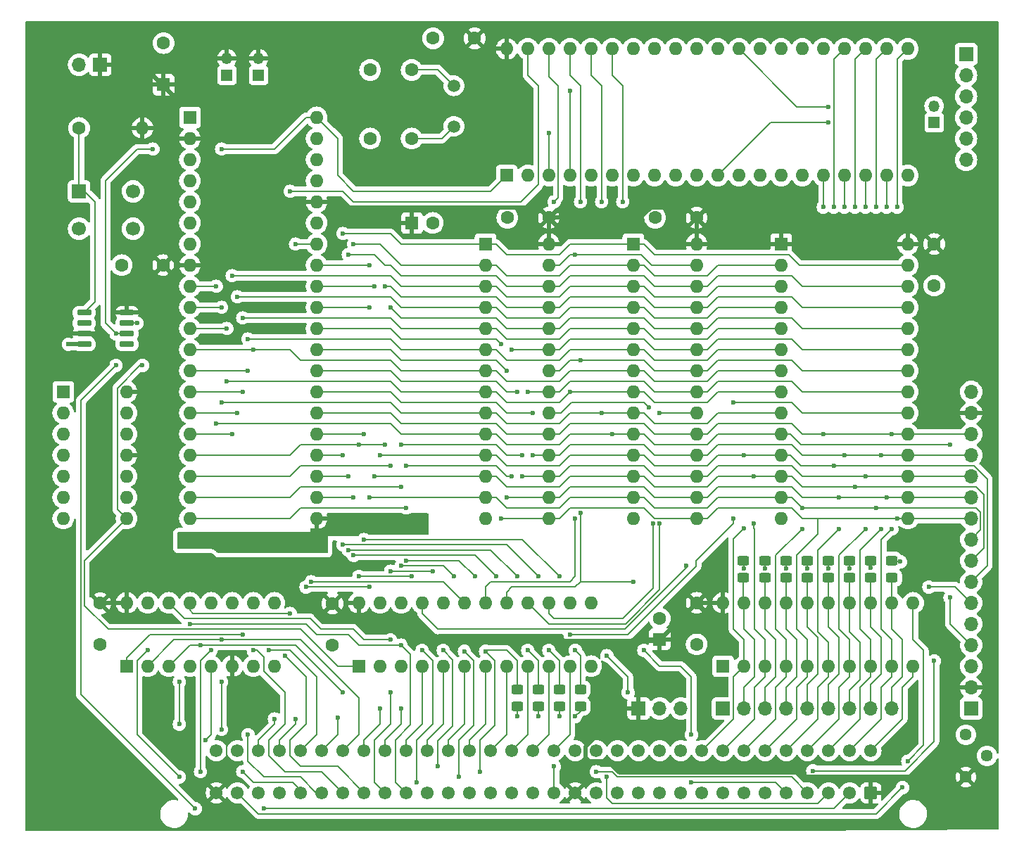
<source format=gbr>
%TF.GenerationSoftware,KiCad,Pcbnew,7.0.11-7.0.11~ubuntu22.04.1*%
%TF.CreationDate,2024-08-26T13:36:22+02:00*%
%TF.ProjectId,pcb01,70636230-312e-46b6-9963-61645f706362,rev?*%
%TF.SameCoordinates,Original*%
%TF.FileFunction,Copper,L1,Top*%
%TF.FilePolarity,Positive*%
%FSLAX46Y46*%
G04 Gerber Fmt 4.6, Leading zero omitted, Abs format (unit mm)*
G04 Created by KiCad (PCBNEW 7.0.11-7.0.11~ubuntu22.04.1) date 2024-08-26 13:36:22*
%MOMM*%
%LPD*%
G01*
G04 APERTURE LIST*
G04 Aperture macros list*
%AMRoundRect*
0 Rectangle with rounded corners*
0 $1 Rounding radius*
0 $2 $3 $4 $5 $6 $7 $8 $9 X,Y pos of 4 corners*
0 Add a 4 corners polygon primitive as box body*
4,1,4,$2,$3,$4,$5,$6,$7,$8,$9,$2,$3,0*
0 Add four circle primitives for the rounded corners*
1,1,$1+$1,$2,$3*
1,1,$1+$1,$4,$5*
1,1,$1+$1,$6,$7*
1,1,$1+$1,$8,$9*
0 Add four rect primitives between the rounded corners*
20,1,$1+$1,$2,$3,$4,$5,0*
20,1,$1+$1,$4,$5,$6,$7,0*
20,1,$1+$1,$6,$7,$8,$9,0*
20,1,$1+$1,$8,$9,$2,$3,0*%
G04 Aperture macros list end*
%TA.AperFunction,ComponentPad*%
%ADD10C,1.600000*%
%TD*%
%TA.AperFunction,ComponentPad*%
%ADD11R,1.350000X1.350000*%
%TD*%
%TA.AperFunction,ComponentPad*%
%ADD12O,1.350000X1.350000*%
%TD*%
%TA.AperFunction,ComponentPad*%
%ADD13R,1.600000X1.600000*%
%TD*%
%TA.AperFunction,ComponentPad*%
%ADD14O,1.600000X1.600000*%
%TD*%
%TA.AperFunction,ComponentPad*%
%ADD15R,1.700000X1.700000*%
%TD*%
%TA.AperFunction,ComponentPad*%
%ADD16O,1.700000X1.700000*%
%TD*%
%TA.AperFunction,SMDPad,CuDef*%
%ADD17RoundRect,0.250000X-0.450000X0.325000X-0.450000X-0.325000X0.450000X-0.325000X0.450000X0.325000X0*%
%TD*%
%TA.AperFunction,ComponentPad*%
%ADD18C,1.500000*%
%TD*%
%TA.AperFunction,SMDPad,CuDef*%
%ADD19RoundRect,0.250000X0.450000X-0.325000X0.450000X0.325000X-0.450000X0.325000X-0.450000X-0.325000X0*%
%TD*%
%TA.AperFunction,ComponentPad*%
%ADD20C,1.700000*%
%TD*%
%TA.AperFunction,ComponentPad*%
%ADD21RoundRect,0.249999X0.525001X0.525001X-0.525001X0.525001X-0.525001X-0.525001X0.525001X-0.525001X0*%
%TD*%
%TA.AperFunction,ComponentPad*%
%ADD22C,1.550000*%
%TD*%
%TA.AperFunction,ComponentPad*%
%ADD23C,1.440000*%
%TD*%
%TA.AperFunction,SMDPad,CuDef*%
%ADD24RoundRect,0.150000X-0.725000X-0.150000X0.725000X-0.150000X0.725000X0.150000X-0.725000X0.150000X0*%
%TD*%
%TA.AperFunction,ViaPad*%
%ADD25C,0.600000*%
%TD*%
%TA.AperFunction,Conductor*%
%ADD26C,0.500000*%
%TD*%
%TA.AperFunction,Conductor*%
%ADD27C,0.200000*%
%TD*%
G04 APERTURE END LIST*
D10*
%TO.P,C2,1*%
%TO.N,/UART_X1*%
X68580000Y-34290000D03*
%TO.P,C2,2*%
%TO.N,GND*%
X63580000Y-34290000D03*
%TD*%
%TO.P,C5,1*%
%TO.N,VCC*%
X85090000Y-43815000D03*
%TO.P,C5,2*%
%TO.N,GND*%
X80090000Y-43815000D03*
%TD*%
%TO.P,C4,1*%
%TO.N,VCC*%
X38695000Y-49530000D03*
%TO.P,C4,2*%
%TO.N,GND*%
X33695000Y-49530000D03*
%TD*%
D11*
%TO.P,J7,1,Pin_1*%
%TO.N,/~{IRQ}*%
X46355000Y-26670000D03*
D12*
%TO.P,J7,2,Pin_2*%
%TO.N,VCC*%
X46355000Y-24670000D03*
%TD*%
D13*
%TO.P,U2,1,A14*%
%TO.N,/A14*%
X77465000Y-46990000D03*
D14*
%TO.P,U2,2,A12*%
%TO.N,/A12*%
X77465000Y-49530000D03*
%TO.P,U2,3,A7*%
%TO.N,/A7*%
X77465000Y-52070000D03*
%TO.P,U2,4,A6*%
%TO.N,/A6*%
X77465000Y-54610000D03*
%TO.P,U2,5,A5*%
%TO.N,/A5*%
X77465000Y-57150000D03*
%TO.P,U2,6,A4*%
%TO.N,/A4*%
X77465000Y-59690000D03*
%TO.P,U2,7,A3*%
%TO.N,/A3*%
X77465000Y-62230000D03*
%TO.P,U2,8,A2*%
%TO.N,/A2*%
X77465000Y-64770000D03*
%TO.P,U2,9,A1*%
%TO.N,/A1*%
X77465000Y-67310000D03*
%TO.P,U2,10,A0*%
%TO.N,/A0*%
X77465000Y-69850000D03*
%TO.P,U2,11,Q0*%
%TO.N,/D0*%
X77465000Y-72390000D03*
%TO.P,U2,12,Q1*%
%TO.N,/D1*%
X77465000Y-74930000D03*
%TO.P,U2,13,Q2*%
%TO.N,/D2*%
X77465000Y-77470000D03*
%TO.P,U2,14,GND*%
%TO.N,GND*%
X77465000Y-80010000D03*
%TO.P,U2,15,Q3*%
%TO.N,/D3*%
X85085000Y-80010000D03*
%TO.P,U2,16,Q4*%
%TO.N,/D4*%
X85085000Y-77470000D03*
%TO.P,U2,17,Q5*%
%TO.N,/D5*%
X85085000Y-74930000D03*
%TO.P,U2,18,Q6*%
%TO.N,/D6*%
X85085000Y-72390000D03*
%TO.P,U2,19,Q7*%
%TO.N,/D7*%
X85085000Y-69850000D03*
%TO.P,U2,20,~{CS}*%
%TO.N,/~{CS_RAM0}*%
X85085000Y-67310000D03*
%TO.P,U2,21,A10*%
%TO.N,/A10*%
X85085000Y-64770000D03*
%TO.P,U2,22,~{OE}*%
%TO.N,/~{QOE}*%
X85085000Y-62230000D03*
%TO.P,U2,23,A11*%
%TO.N,/A11*%
X85085000Y-59690000D03*
%TO.P,U2,24,A9*%
%TO.N,/A9*%
X85085000Y-57150000D03*
%TO.P,U2,25,A8*%
%TO.N,/A8*%
X85085000Y-54610000D03*
%TO.P,U2,26,A13*%
%TO.N,/A13*%
X85085000Y-52070000D03*
%TO.P,U2,27,~{WE}*%
%TO.N,/~{QWE_RAM}*%
X85085000Y-49530000D03*
%TO.P,U2,28,VCC*%
%TO.N,VCC*%
X85085000Y-46990000D03*
%TD*%
D15*
%TO.P,J11,1,Pin_1*%
%TO.N,GND*%
X106045000Y-102870000D03*
D16*
%TO.P,J11,2,Pin_2*%
%TO.N,/GPIO00_O0*%
X108585000Y-102870000D03*
%TO.P,J11,3,Pin_3*%
%TO.N,/GPIO00_O1*%
X111125000Y-102870000D03*
%TO.P,J11,4,Pin_4*%
%TO.N,/GPIO00_O2*%
X113665000Y-102870000D03*
%TO.P,J11,5,Pin_5*%
%TO.N,/GPIO00_O3*%
X116205000Y-102870000D03*
%TO.P,J11,6,Pin_6*%
%TO.N,/GPIO00_O4*%
X118745000Y-102870000D03*
%TO.P,J11,7,Pin_7*%
%TO.N,/GPIO00_O5*%
X121285000Y-102870000D03*
%TO.P,J11,8,Pin_8*%
%TO.N,/GPIO00_O6*%
X123825000Y-102870000D03*
%TO.P,J11,9,Pin_9*%
%TO.N,/GPIO00_O7*%
X126365000Y-102870000D03*
%TD*%
D10*
%TO.P,C1,1*%
%TO.N,/UART_X2*%
X68580000Y-26035000D03*
%TO.P,C1,2*%
%TO.N,GND*%
X63580000Y-26035000D03*
%TD*%
D17*
%TO.P,D1,1,K*%
%TO.N,Net-(D1-K)*%
X116205000Y-85090000D03*
%TO.P,D1,2,A*%
%TO.N,/GPIO00_O3*%
X116205000Y-87140000D03*
%TD*%
D15*
%TO.P,J5,1,Pin_1*%
%TO.N,GND*%
X135280000Y-24155000D03*
D16*
%TO.P,J5,2,Pin_2*%
%TO.N,/RX_D1*%
X135280000Y-26695000D03*
%TO.P,J5,3,Pin_3*%
%TO.N,/TX_D1*%
X135280000Y-29235000D03*
%TO.P,J5,4,Pin_4*%
%TO.N,GND*%
X135280000Y-31775000D03*
%TO.P,J5,5,Pin_5*%
%TO.N,/RX_D2*%
X135280000Y-34315000D03*
%TO.P,J5,6,Pin_6*%
%TO.N,/TX_D2*%
X135280000Y-36855000D03*
%TD*%
D17*
%TO.P,D2,1,K*%
%TO.N,Net-(D2-K)*%
X113665000Y-85090000D03*
%TO.P,D2,2,A*%
%TO.N,/GPIO00_O2*%
X113665000Y-87140000D03*
%TD*%
D11*
%TO.P,J8,1,Pin_1*%
%TO.N,/~{NMI}*%
X50165000Y-26670000D03*
D12*
%TO.P,J8,2,Pin_2*%
%TO.N,VCC*%
X50165000Y-24670000D03*
%TD*%
D13*
%TO.P,X1,1,NC*%
%TO.N,unconnected-(X1-NC-Pad1)*%
X26670000Y-64770000D03*
D14*
%TO.P,X1,2*%
%TO.N,N/C*%
X26670000Y-67310000D03*
%TO.P,X1,3*%
X26670000Y-69850000D03*
%TO.P,X1,4*%
X26670000Y-72390000D03*
%TO.P,X1,5*%
X26670000Y-74930000D03*
%TO.P,X1,6*%
X26670000Y-77470000D03*
%TO.P,X1,7,GND*%
%TO.N,GND*%
X26670000Y-80010000D03*
%TO.P,X1,8,OUT*%
%TO.N,/CLOCK*%
X34290000Y-80010000D03*
%TO.P,X1,9*%
%TO.N,N/C*%
X34290000Y-77470000D03*
%TO.P,X1,10*%
X34290000Y-74930000D03*
%TO.P,X1,11,Vcc*%
%TO.N,VCC*%
X34290000Y-72390000D03*
%TO.P,X1,12*%
%TO.N,N/C*%
X34290000Y-69850000D03*
%TO.P,X1,13*%
X34290000Y-67310000D03*
%TO.P,X1,14,Vcc*%
%TO.N,VCC*%
X34290000Y-64770000D03*
%TD*%
D11*
%TO.P,J6,1,Pin_1*%
%TO.N,Net-(J6-Pin_1)*%
X131445000Y-32385000D03*
D12*
%TO.P,J6,2,Pin_2*%
%TO.N,Net-(J6-Pin_2)*%
X131445000Y-30385000D03*
%TD*%
D17*
%TO.P,D7,1,K*%
%TO.N,Net-(D7-K)*%
X121285000Y-85090000D03*
%TO.P,D7,2,A*%
%TO.N,/GPIO00_O5*%
X121285000Y-87140000D03*
%TD*%
D15*
%TO.P,J10,1,Pin_1*%
%TO.N,VCC*%
X31115000Y-25400000D03*
D16*
%TO.P,J10,2,Pin_2*%
%TO.N,GND*%
X28575000Y-25400000D03*
%TD*%
D18*
%TO.P,Y1,1,1*%
%TO.N,/UART_X1*%
X73660000Y-32820000D03*
%TO.P,Y1,2,2*%
%TO.N,/UART_X2*%
X73660000Y-27940000D03*
%TD*%
D13*
%TO.P,U3,1,A15*%
%TO.N,VCC*%
X113025000Y-46990000D03*
D14*
%TO.P,U3,2,A12*%
%TO.N,/A12*%
X113025000Y-49530000D03*
%TO.P,U3,3,A7*%
%TO.N,/A7*%
X113025000Y-52070000D03*
%TO.P,U3,4,A6*%
%TO.N,/A6*%
X113025000Y-54610000D03*
%TO.P,U3,5,A5*%
%TO.N,/A5*%
X113025000Y-57150000D03*
%TO.P,U3,6,A4*%
%TO.N,/A4*%
X113025000Y-59690000D03*
%TO.P,U3,7,A3*%
%TO.N,/A3*%
X113025000Y-62230000D03*
%TO.P,U3,8,A2*%
%TO.N,/A2*%
X113025000Y-64770000D03*
%TO.P,U3,9,A1*%
%TO.N,/A1*%
X113025000Y-67310000D03*
%TO.P,U3,10,A0*%
%TO.N,/A0*%
X113025000Y-69850000D03*
%TO.P,U3,11,D0*%
%TO.N,/D0*%
X113025000Y-72390000D03*
%TO.P,U3,12,D1*%
%TO.N,/D1*%
X113025000Y-74930000D03*
%TO.P,U3,13,D2*%
%TO.N,/D2*%
X113025000Y-77470000D03*
%TO.P,U3,14,GND*%
%TO.N,GND*%
X113025000Y-80010000D03*
%TO.P,U3,15,D3*%
%TO.N,/D3*%
X128265000Y-80010000D03*
%TO.P,U3,16,D4*%
%TO.N,/D4*%
X128265000Y-77470000D03*
%TO.P,U3,17,D5*%
%TO.N,/D5*%
X128265000Y-74930000D03*
%TO.P,U3,18,D6*%
%TO.N,/D6*%
X128265000Y-72390000D03*
%TO.P,U3,19,D7*%
%TO.N,/D7*%
X128265000Y-69850000D03*
%TO.P,U3,20,~{CE}*%
%TO.N,/~{CS_ROM}*%
X128265000Y-67310000D03*
%TO.P,U3,21,A10*%
%TO.N,/A10*%
X128265000Y-64770000D03*
%TO.P,U3,22,~{OE}*%
%TO.N,/~{QOE}*%
X128265000Y-62230000D03*
%TO.P,U3,23,A11*%
%TO.N,/A11*%
X128265000Y-59690000D03*
%TO.P,U3,24,A9*%
%TO.N,/A9*%
X128265000Y-57150000D03*
%TO.P,U3,25,A8*%
%TO.N,/A8*%
X128265000Y-54610000D03*
%TO.P,U3,26,A13*%
%TO.N,/A13*%
X128265000Y-52070000D03*
%TO.P,U3,27,A14*%
%TO.N,/A14*%
X128265000Y-49530000D03*
%TO.P,U3,28,VCC*%
%TO.N,VCC*%
X128265000Y-46990000D03*
%TD*%
D13*
%TO.P,U5,1,A0*%
%TO.N,/A4*%
X34290000Y-97790000D03*
D14*
%TO.P,U5,2,A1*%
%TO.N,/A5*%
X36830000Y-97790000D03*
%TO.P,U5,3,A2*%
%TO.N,/A6*%
X39370000Y-97790000D03*
%TO.P,U5,4,E1*%
%TO.N,/~{IO_SEL}*%
X41910000Y-97790000D03*
%TO.P,U5,5,E2*%
%TO.N,GND*%
X44450000Y-97790000D03*
%TO.P,U5,6,E3*%
%TO.N,VCC*%
X46990000Y-97790000D03*
%TO.P,U5,7,O7*%
%TO.N,/~{IOEN_07}*%
X49530000Y-97790000D03*
%TO.P,U5,8,GND*%
%TO.N,GND*%
X52070000Y-97790000D03*
%TO.P,U5,9,O6*%
%TO.N,/~{IOEN_06}*%
X52070000Y-90170000D03*
%TO.P,U5,10,O5*%
%TO.N,/~{IOEN_05}*%
X49530000Y-90170000D03*
%TO.P,U5,11,O4*%
%TO.N,/~{IOEN_04}*%
X46990000Y-90170000D03*
%TO.P,U5,12,O3*%
%TO.N,/~{IOEN_03}*%
X44450000Y-90170000D03*
%TO.P,U5,13,O2*%
%TO.N,/~{IOEN_02_UART}*%
X41910000Y-90170000D03*
%TO.P,U5,14,O1*%
%TO.N,/~{IOEN_01_DISP}*%
X39370000Y-90170000D03*
%TO.P,U5,15,O0*%
%TO.N,/~{IOEN_00_GPIO0}*%
X36830000Y-90170000D03*
%TO.P,U5,16,VCC*%
%TO.N,VCC*%
X34290000Y-90170000D03*
%TD*%
D10*
%TO.P,C9,1*%
%TO.N,VCC*%
X59055000Y-90250000D03*
%TO.P,C9,2*%
%TO.N,GND*%
X59055000Y-95250000D03*
%TD*%
D13*
%TO.P,U7,1,A14*%
%TO.N,/A14*%
X95245000Y-46990000D03*
D14*
%TO.P,U7,2,A12*%
%TO.N,/A12*%
X95245000Y-49530000D03*
%TO.P,U7,3,A7*%
%TO.N,/A7*%
X95245000Y-52070000D03*
%TO.P,U7,4,A6*%
%TO.N,/A6*%
X95245000Y-54610000D03*
%TO.P,U7,5,A5*%
%TO.N,/A5*%
X95245000Y-57150000D03*
%TO.P,U7,6,A4*%
%TO.N,/A4*%
X95245000Y-59690000D03*
%TO.P,U7,7,A3*%
%TO.N,/A3*%
X95245000Y-62230000D03*
%TO.P,U7,8,A2*%
%TO.N,/A2*%
X95245000Y-64770000D03*
%TO.P,U7,9,A1*%
%TO.N,/A1*%
X95245000Y-67310000D03*
%TO.P,U7,10,A0*%
%TO.N,/A0*%
X95245000Y-69850000D03*
%TO.P,U7,11,Q0*%
%TO.N,/D0*%
X95245000Y-72390000D03*
%TO.P,U7,12,Q1*%
%TO.N,/D1*%
X95245000Y-74930000D03*
%TO.P,U7,13,Q2*%
%TO.N,/D2*%
X95245000Y-77470000D03*
%TO.P,U7,14,GND*%
%TO.N,GND*%
X95245000Y-80010000D03*
%TO.P,U7,15,Q3*%
%TO.N,/D3*%
X102865000Y-80010000D03*
%TO.P,U7,16,Q4*%
%TO.N,/D4*%
X102865000Y-77470000D03*
%TO.P,U7,17,Q5*%
%TO.N,/D5*%
X102865000Y-74930000D03*
%TO.P,U7,18,Q6*%
%TO.N,/D6*%
X102865000Y-72390000D03*
%TO.P,U7,19,Q7*%
%TO.N,/D7*%
X102865000Y-69850000D03*
%TO.P,U7,20,~{CS}*%
%TO.N,/~{CS_RAM1}*%
X102865000Y-67310000D03*
%TO.P,U7,21,A10*%
%TO.N,/A10*%
X102865000Y-64770000D03*
%TO.P,U7,22,~{OE}*%
%TO.N,/~{QOE}*%
X102865000Y-62230000D03*
%TO.P,U7,23,A11*%
%TO.N,/A11*%
X102865000Y-59690000D03*
%TO.P,U7,24,A9*%
%TO.N,/A9*%
X102865000Y-57150000D03*
%TO.P,U7,25,A8*%
%TO.N,/A8*%
X102865000Y-54610000D03*
%TO.P,U7,26,A13*%
%TO.N,/A13*%
X102865000Y-52070000D03*
%TO.P,U7,27,~{WE}*%
%TO.N,/~{QWE_RAM}*%
X102865000Y-49530000D03*
%TO.P,U7,28,VCC*%
%TO.N,VCC*%
X102865000Y-46990000D03*
%TD*%
D15*
%TO.P,J4,1,Pin_1*%
%TO.N,GND*%
X135890000Y-102870000D03*
D16*
%TO.P,J4,2,Pin_2*%
%TO.N,VCC*%
X135890000Y-100330000D03*
%TO.P,J4,3,Pin_3*%
%TO.N,/LCD_BIAS*%
X135890000Y-97790000D03*
%TO.P,J4,4,Pin_4*%
%TO.N,/A0*%
X135890000Y-95250000D03*
%TO.P,J4,5,Pin_5*%
%TO.N,/~{QWE_RAM}*%
X135890000Y-92710000D03*
%TO.P,J4,6,Pin_6*%
%TO.N,/DISP_EN*%
X135890000Y-90170000D03*
%TO.P,J4,7,Pin_7*%
%TO.N,/D0*%
X135890000Y-87630000D03*
%TO.P,J4,8,Pin_8*%
%TO.N,/D1*%
X135890000Y-85090000D03*
%TO.P,J4,9,Pin_9*%
%TO.N,/D2*%
X135890000Y-82550000D03*
%TO.P,J4,10,Pin_10*%
%TO.N,/D3*%
X135890000Y-80010000D03*
%TO.P,J4,11,Pin_11*%
%TO.N,/D4*%
X135890000Y-77470000D03*
%TO.P,J4,12,Pin_12*%
%TO.N,/D5*%
X135890000Y-74930000D03*
%TO.P,J4,13,Pin_13*%
%TO.N,/D6*%
X135890000Y-72390000D03*
%TO.P,J4,14,Pin_14*%
%TO.N,/D7*%
X135890000Y-69850000D03*
%TO.P,J4,15,Pin_15*%
%TO.N,VCC*%
X135890000Y-67310000D03*
%TO.P,J4,16,Pin_16*%
%TO.N,GND*%
X135890000Y-64770000D03*
%TD*%
D10*
%TO.P,C7,1*%
%TO.N,VCC*%
X131445000Y-46990000D03*
%TO.P,C7,2*%
%TO.N,GND*%
X131445000Y-51990000D03*
%TD*%
%TO.P,C6,1*%
%TO.N,VCC*%
X102870000Y-43815000D03*
%TO.P,C6,2*%
%TO.N,GND*%
X97870000Y-43815000D03*
%TD*%
D19*
%TO.P,D11,1,K*%
%TO.N,Net-(D11-K)*%
X83820000Y-102625000D03*
%TO.P,D11,2,A*%
%TO.N,/~{CS_RAM1}*%
X83820000Y-100575000D03*
%TD*%
D17*
%TO.P,D8,1,K*%
%TO.N,Net-(D8-K)*%
X118745000Y-85090000D03*
%TO.P,D8,2,A*%
%TO.N,/GPIO00_O4*%
X118745000Y-87140000D03*
%TD*%
D13*
%TO.P,U6,1,OE*%
%TO.N,GND*%
X106045000Y-97790000D03*
D14*
%TO.P,U6,2,D0*%
%TO.N,/D0*%
X108585000Y-97790000D03*
%TO.P,U6,3,D1*%
%TO.N,/D1*%
X111125000Y-97790000D03*
%TO.P,U6,4,D2*%
%TO.N,/D2*%
X113665000Y-97790000D03*
%TO.P,U6,5,D3*%
%TO.N,/D3*%
X116205000Y-97790000D03*
%TO.P,U6,6,D4*%
%TO.N,/D4*%
X118745000Y-97790000D03*
%TO.P,U6,7,D5*%
%TO.N,/D5*%
X121285000Y-97790000D03*
%TO.P,U6,8,D6*%
%TO.N,/D6*%
X123825000Y-97790000D03*
%TO.P,U6,9,D7*%
%TO.N,/D7*%
X126365000Y-97790000D03*
%TO.P,U6,10,GND*%
%TO.N,GND*%
X128905000Y-97790000D03*
%TO.P,U6,11,Cp*%
%TO.N,/~{IOEN_00_GPIO0}*%
X128905000Y-90170000D03*
%TO.P,U6,12,Q7*%
%TO.N,/GPIO00_O7*%
X126365000Y-90170000D03*
%TO.P,U6,13,Q6*%
%TO.N,/GPIO00_O6*%
X123825000Y-90170000D03*
%TO.P,U6,14,Q5*%
%TO.N,/GPIO00_O5*%
X121285000Y-90170000D03*
%TO.P,U6,15,Q4*%
%TO.N,/GPIO00_O4*%
X118745000Y-90170000D03*
%TO.P,U6,16,Q3*%
%TO.N,/GPIO00_O3*%
X116205000Y-90170000D03*
%TO.P,U6,17,Q2*%
%TO.N,/GPIO00_O2*%
X113665000Y-90170000D03*
%TO.P,U6,18,Q1*%
%TO.N,/GPIO00_O1*%
X111125000Y-90170000D03*
%TO.P,U6,19,Q0*%
%TO.N,/GPIO00_O0*%
X108585000Y-90170000D03*
%TO.P,U6,20,VCC*%
%TO.N,VCC*%
X106045000Y-90170000D03*
%TD*%
D15*
%TO.P,J9,1,Pin_1*%
%TO.N,VCC*%
X95885000Y-102870000D03*
D16*
%TO.P,J9,2,Pin_2*%
%TO.N,Net-(J9-Pin_2)*%
X98425000Y-102870000D03*
%TO.P,J9,3,Pin_3*%
%TO.N,GND*%
X100965000Y-102870000D03*
%TD*%
D15*
%TO.P,SW1,1,1*%
%TO.N,Net-(U9-~{PB_RST})*%
X28575000Y-40640000D03*
D20*
X35075000Y-40640000D03*
%TO.P,SW1,2,2*%
%TO.N,GND*%
X28575000Y-45140000D03*
X35075000Y-45140000D03*
%TD*%
D17*
%TO.P,D4,1,K*%
%TO.N,Net-(D4-K)*%
X108500000Y-85090000D03*
%TO.P,D4,2,A*%
%TO.N,/GPIO00_O0*%
X108500000Y-87140000D03*
%TD*%
D10*
%TO.P,C3,1*%
%TO.N,VCC*%
X76160000Y-22225000D03*
%TO.P,C3,2*%
%TO.N,GND*%
X71160000Y-22225000D03*
%TD*%
D13*
%TO.P,U8,1,~{RES}*%
%TO.N,/~{RES}*%
X80010000Y-38735000D03*
D14*
%TO.P,U8,2*%
%TO.N,N/C*%
X82550000Y-38735000D03*
%TO.P,U8,3,XTAL1*%
%TO.N,/UART_X1*%
X85090000Y-38735000D03*
%TO.P,U8,4,XTAL2*%
%TO.N,/UART_X2*%
X87630000Y-38735000D03*
%TO.P,U8,5,CLK_OUT*%
%TO.N,unconnected-(U8-CLK_OUT-Pad5)*%
X90170000Y-38735000D03*
%TO.P,U8,6*%
%TO.N,N/C*%
X92710000Y-38735000D03*
%TO.P,U8,7,~{DSR2}*%
%TO.N,GND*%
X95250000Y-38735000D03*
%TO.P,U8,8,~{DCD2}*%
X97790000Y-38735000D03*
%TO.P,U8,9,~{CTS2}*%
X100330000Y-38735000D03*
%TO.P,U8,10,~{RTS2}*%
%TO.N,unconnected-(U8-~{RTS2}-Pad10)*%
X102870000Y-38735000D03*
%TO.P,U8,11,~{IRQ2}*%
%TO.N,Net-(J6-Pin_1)*%
X105410000Y-38735000D03*
%TO.P,U8,12,RxD2*%
%TO.N,/RX_D2*%
X107950000Y-38735000D03*
%TO.P,U8,13,~{DTR2}*%
%TO.N,unconnected-(U8-~{DTR2}-Pad13)*%
X110490000Y-38735000D03*
%TO.P,U8,14,TxD2*%
%TO.N,/TX_D2*%
X113030000Y-38735000D03*
%TO.P,U8,15,TxC*%
%TO.N,unconnected-(U8-TxC-Pad15)*%
X115570000Y-38735000D03*
%TO.P,U8,16,D7*%
%TO.N,/D7*%
X118110000Y-38735000D03*
%TO.P,U8,17,D6*%
%TO.N,/D6*%
X120650000Y-38735000D03*
%TO.P,U8,18,D5*%
%TO.N,/D5*%
X123190000Y-38735000D03*
%TO.P,U8,19,D4*%
%TO.N,/D4*%
X125730000Y-38735000D03*
%TO.P,U8,20,VSS*%
%TO.N,GND*%
X128270000Y-38735000D03*
%TO.P,U8,21,D3*%
%TO.N,/D3*%
X128270000Y-23495000D03*
%TO.P,U8,22,D2*%
%TO.N,/D2*%
X125730000Y-23495000D03*
%TO.P,U8,23,D1*%
%TO.N,/D1*%
X123190000Y-23495000D03*
%TO.P,U8,24,D0*%
%TO.N,/D0*%
X120650000Y-23495000D03*
%TO.P,U8,25,RxC*%
%TO.N,unconnected-(U8-RxC-Pad25)*%
X118110000Y-23495000D03*
%TO.P,U8,26,TxD1*%
%TO.N,/TX_D1*%
X115570000Y-23495000D03*
%TO.P,U8,27,~{DTR1}*%
%TO.N,unconnected-(U8-~{DTR1}-Pad27)*%
X113030000Y-23495000D03*
%TO.P,U8,28,RxD1*%
%TO.N,/RX_D1*%
X110490000Y-23495000D03*
%TO.P,U8,29,~{IRQ1}*%
%TO.N,Net-(J6-Pin_2)*%
X107950000Y-23495000D03*
%TO.P,U8,30,~{RTS1}*%
%TO.N,unconnected-(U8-~{RTS1}-Pad30)*%
X105410000Y-23495000D03*
%TO.P,U8,31,~{CTS1}*%
%TO.N,GND*%
X102870000Y-23495000D03*
%TO.P,U8,32,~{DCD1}*%
X100330000Y-23495000D03*
%TO.P,U8,33,~{DSR1}*%
X97790000Y-23495000D03*
%TO.P,U8,34*%
%TO.N,N/C*%
X95250000Y-23495000D03*
%TO.P,U8,35,RS0*%
%TO.N,/A0*%
X92710000Y-23495000D03*
%TO.P,U8,36,RS1*%
%TO.N,/A1*%
X90170000Y-23495000D03*
%TO.P,U8,37,RS2*%
%TO.N,/A2*%
X87630000Y-23495000D03*
%TO.P,U8,38,R/~{W}*%
%TO.N,/~{QWE_RAM}*%
X85090000Y-23495000D03*
%TO.P,U8,39,~{CS}*%
%TO.N,/~{IOEN_02_UART}*%
X82550000Y-23495000D03*
%TO.P,U8,40,VCC*%
%TO.N,VCC*%
X80010000Y-23495000D03*
%TD*%
D13*
%TO.P,U1,1,~{VP}*%
%TO.N,unconnected-(U1-~{VP}-Pad1)*%
X41910000Y-31750000D03*
D14*
%TO.P,U1,2,RDY*%
%TO.N,VCC*%
X41910000Y-34290000D03*
%TO.P,U1,3,\u03D51*%
%TO.N,unconnected-(U1-\u03D51-Pad3)*%
X41910000Y-36830000D03*
%TO.P,U1,4,~{IRQ}*%
%TO.N,/~{IRQ}*%
X41910000Y-39370000D03*
%TO.P,U1,5,~{ML}*%
%TO.N,unconnected-(U1-~{ML}-Pad5)*%
X41910000Y-41910000D03*
%TO.P,U1,6,~{NMI}*%
%TO.N,/~{NMI}*%
X41910000Y-44450000D03*
%TO.P,U1,7,SYNC*%
%TO.N,unconnected-(U1-SYNC-Pad7)*%
X41910000Y-46990000D03*
%TO.P,U1,8,VDD*%
%TO.N,VCC*%
X41910000Y-49530000D03*
%TO.P,U1,9,A0*%
%TO.N,/A0*%
X41910000Y-52070000D03*
%TO.P,U1,10,A1*%
%TO.N,/A1*%
X41910000Y-54610000D03*
%TO.P,U1,11,A2*%
%TO.N,/A2*%
X41910000Y-57150000D03*
%TO.P,U1,12,A3*%
%TO.N,/A3*%
X41910000Y-59690000D03*
%TO.P,U1,13,A4*%
%TO.N,/A4*%
X41910000Y-62230000D03*
%TO.P,U1,14,A5*%
%TO.N,/A5*%
X41910000Y-64770000D03*
%TO.P,U1,15,A6*%
%TO.N,/A6*%
X41910000Y-67310000D03*
%TO.P,U1,16,A7*%
%TO.N,/A7*%
X41910000Y-69850000D03*
%TO.P,U1,17,A8*%
%TO.N,/A8*%
X41910000Y-72390000D03*
%TO.P,U1,18,A9*%
%TO.N,/A9*%
X41910000Y-74930000D03*
%TO.P,U1,19,A10*%
%TO.N,/A10*%
X41910000Y-77470000D03*
%TO.P,U1,20,A11*%
%TO.N,/A11*%
X41910000Y-80010000D03*
%TO.P,U1,21,VSS*%
%TO.N,GND*%
X57150000Y-80010000D03*
%TO.P,U1,22,A12*%
%TO.N,/A12*%
X57150000Y-77470000D03*
%TO.P,U1,23,A13*%
%TO.N,/A13*%
X57150000Y-74930000D03*
%TO.P,U1,24,A14*%
%TO.N,/A14*%
X57150000Y-72390000D03*
%TO.P,U1,25,A15*%
%TO.N,/A15*%
X57150000Y-69850000D03*
%TO.P,U1,26,D7*%
%TO.N,/D7*%
X57150000Y-67310000D03*
%TO.P,U1,27,D6*%
%TO.N,/D6*%
X57150000Y-64770000D03*
%TO.P,U1,28,D5*%
%TO.N,/D5*%
X57150000Y-62230000D03*
%TO.P,U1,29,D4*%
%TO.N,/D4*%
X57150000Y-59690000D03*
%TO.P,U1,30,D3*%
%TO.N,/D3*%
X57150000Y-57150000D03*
%TO.P,U1,31,D2*%
%TO.N,/D2*%
X57150000Y-54610000D03*
%TO.P,U1,32,D1*%
%TO.N,/D1*%
X57150000Y-52070000D03*
%TO.P,U1,33,D0*%
%TO.N,/D0*%
X57150000Y-49530000D03*
%TO.P,U1,34,R/~{W}*%
%TO.N,/R{slash}~{W}*%
X57150000Y-46990000D03*
%TO.P,U1,35,nc*%
%TO.N,unconnected-(U1-nc-Pad35)*%
X57150000Y-44450000D03*
%TO.P,U1,36,BE*%
%TO.N,VCC*%
X57150000Y-41910000D03*
%TO.P,U1,37,\u03D50*%
%TO.N,/SYS_CLK*%
X57150000Y-39370000D03*
%TO.P,U1,38,~{SO}*%
%TO.N,unconnected-(U1-~{SO}-Pad38)*%
X57150000Y-36830000D03*
%TO.P,U1,39,\u03D52*%
%TO.N,unconnected-(U1-\u03D52-Pad39)*%
X57150000Y-34290000D03*
%TO.P,U1,40,~{RES}*%
%TO.N,/~{RES}*%
X57150000Y-31750000D03*
%TD*%
D17*
%TO.P,D3,1,K*%
%TO.N,Net-(D3-K)*%
X111125000Y-85090000D03*
%TO.P,D3,2,A*%
%TO.N,/GPIO00_O1*%
X111125000Y-87140000D03*
%TD*%
D13*
%TO.P,C11,1*%
%TO.N,VCC*%
X38735000Y-27802651D03*
D10*
%TO.P,C11,2*%
%TO.N,GND*%
X38735000Y-22802651D03*
%TD*%
D13*
%TO.P,U4,1,CLK*%
%TO.N,/CLOCK*%
X62232500Y-97790000D03*
D14*
%TO.P,U4,2,I0*%
%TO.N,/R{slash}~{W}*%
X64772500Y-97790000D03*
%TO.P,U4,3,I1*%
%TO.N,/~{IOEN_01_DISP}*%
X67312500Y-97790000D03*
%TO.P,U4,4,I2*%
%TO.N,/A8*%
X69852500Y-97790000D03*
%TO.P,U4,5,I3*%
%TO.N,/A9*%
X72392500Y-97790000D03*
%TO.P,U4,6,I4*%
%TO.N,/A10*%
X74932500Y-97790000D03*
%TO.P,U4,7,I5*%
%TO.N,/A11*%
X77472500Y-97790000D03*
%TO.P,U4,8,I6*%
%TO.N,/A12*%
X80012500Y-97790000D03*
%TO.P,U4,9,I7*%
%TO.N,/A13*%
X82552500Y-97790000D03*
%TO.P,U4,10,I8*%
%TO.N,/A14*%
X85092500Y-97790000D03*
%TO.P,U4,11,I9*%
%TO.N,/A15*%
X87632500Y-97790000D03*
%TO.P,U4,12,GND*%
%TO.N,GND*%
X90172500Y-97790000D03*
%TO.P,U4,13,~{OE}*%
%TO.N,Net-(J9-Pin_2)*%
X90172500Y-90170000D03*
%TO.P,U4,14,O9*%
%TO.N,/~{CS_ROM}*%
X87632500Y-90170000D03*
%TO.P,U4,15,O8*%
%TO.N,/~{CS_RAM0}*%
X85092500Y-90170000D03*
%TO.P,U4,16,O7*%
%TO.N,/~{CS_RAM1}*%
X82552500Y-90170000D03*
%TO.P,U4,17,O6*%
%TO.N,/~{QOE}*%
X80012500Y-90170000D03*
%TO.P,U4,18,O5*%
%TO.N,/~{QWE_RAM}*%
X77472500Y-90170000D03*
%TO.P,U4,19,O4*%
%TO.N,/SYS_CLK*%
X74932500Y-90170000D03*
%TO.P,U4,20,O3*%
%TO.N,/~{SYS_CLK}*%
X72392500Y-90170000D03*
%TO.P,U4,21,O2*%
%TO.N,/DISP_EN*%
X69852500Y-90170000D03*
%TO.P,U4,22,O1*%
%TO.N,/~{IO_SEL}*%
X67312500Y-90170000D03*
%TO.P,U4,23,O0*%
%TO.N,unconnected-(U4-O0-Pad23)*%
X64772500Y-90170000D03*
%TO.P,U4,24,VCC*%
%TO.N,VCC*%
X62232500Y-90170000D03*
%TD*%
D19*
%TO.P,D9,1,K*%
%TO.N,Net-(D9-K)*%
X88900000Y-102625000D03*
%TO.P,D9,2,A*%
%TO.N,/~{CS_ROM}*%
X88900000Y-100575000D03*
%TD*%
D13*
%TO.P,C12,1*%
%TO.N,VCC*%
X68620000Y-44450000D03*
D10*
%TO.P,C12,2*%
%TO.N,GND*%
X71120000Y-44450000D03*
%TD*%
D13*
%TO.P,C13,1*%
%TO.N,VCC*%
X98425000Y-94550113D03*
D10*
%TO.P,C13,2*%
%TO.N,GND*%
X98425000Y-92050113D03*
%TD*%
D17*
%TO.P,D6,1,K*%
%TO.N,Net-(D6-K)*%
X123825000Y-85090000D03*
%TO.P,D6,2,A*%
%TO.N,/GPIO00_O6*%
X123825000Y-87140000D03*
%TD*%
D19*
%TO.P,D12,1,K*%
%TO.N,Net-(D12-K)*%
X81280000Y-102625000D03*
%TO.P,D12,2,A*%
%TO.N,/~{QWE_RAM}*%
X81280000Y-100575000D03*
%TD*%
D21*
%TO.P,J1,a1,Pin_a1*%
%TO.N,VCC*%
X123825000Y-113030000D03*
D22*
%TO.P,J1,a2,Pin_a2*%
%TO.N,/~{RES}*%
X121285000Y-113030000D03*
%TO.P,J1,a3,Pin_a3*%
%TO.N,/SYS_CLK*%
X118745000Y-113030000D03*
%TO.P,J1,a4,Pin_a4*%
%TO.N,/~{QWE_RAM}*%
X116205000Y-113030000D03*
%TO.P,J1,a5,Pin_a5*%
%TO.N,/~{QOE}*%
X113665000Y-113030000D03*
%TO.P,J1,a6,Pin_a6*%
%TO.N,unconnected-(J1-Pin_a6-Pada6)*%
X111125000Y-113030000D03*
%TO.P,J1,a7,Pin_a7*%
%TO.N,unconnected-(J1-Pin_a7-Pada7)*%
X108585000Y-113030000D03*
%TO.P,J1,a8,Pin_a8*%
%TO.N,unconnected-(J1-Pin_a8-Pada8)*%
X106045000Y-113030000D03*
%TO.P,J1,a9,Pin_a9*%
%TO.N,unconnected-(J1-Pin_a9-Pada9)*%
X103505000Y-113030000D03*
%TO.P,J1,a10,Pin_a10*%
%TO.N,unconnected-(J1-Pin_a10-Pada10)*%
X100965000Y-113030000D03*
%TO.P,J1,a11,Pin_a11*%
%TO.N,unconnected-(J1-Pin_a11-Pada11)*%
X98425000Y-113030000D03*
%TO.P,J1,a12,Pin_a12*%
%TO.N,unconnected-(J1-Pin_a12-Pada12)*%
X95885000Y-113030000D03*
%TO.P,J1,a13,Pin_a13*%
%TO.N,unconnected-(J1-Pin_a13-Pada13)*%
X93345000Y-113030000D03*
%TO.P,J1,a14,Pin_a14*%
%TO.N,unconnected-(J1-Pin_a14-Pada14)*%
X90805000Y-113030000D03*
%TO.P,J1,a15,Pin_a15*%
%TO.N,VCC*%
X88265000Y-113030000D03*
%TO.P,J1,a16,Pin_a16*%
%TO.N,/~{SYS_CLK}*%
X85725000Y-113030000D03*
%TO.P,J1,a17,Pin_a17*%
%TO.N,unconnected-(J1-Pin_a17-Pada17)*%
X83185000Y-113030000D03*
%TO.P,J1,a18,Pin_a18*%
%TO.N,unconnected-(J1-Pin_a18-Pada18)*%
X80645000Y-113030000D03*
%TO.P,J1,a19,Pin_a19*%
%TO.N,unconnected-(J1-Pin_a19-Pada19)*%
X78105000Y-113030000D03*
%TO.P,J1,a20,Pin_a20*%
%TO.N,unconnected-(J1-Pin_a20-Pada20)*%
X75565000Y-113030000D03*
%TO.P,J1,a21,Pin_a21*%
%TO.N,unconnected-(J1-Pin_a21-Pada21)*%
X73025000Y-113030000D03*
%TO.P,J1,a22,Pin_a22*%
%TO.N,unconnected-(J1-Pin_a22-Pada22)*%
X70485000Y-113030000D03*
%TO.P,J1,a23,Pin_a23*%
%TO.N,/~{IO_SEL}*%
X67945000Y-113030000D03*
%TO.P,J1,a24,Pin_a24*%
%TO.N,/~{IOEN_07}*%
X65405000Y-113030000D03*
%TO.P,J1,a25,Pin_a25*%
%TO.N,/~{IOEN_06}*%
X62865000Y-113030000D03*
%TO.P,J1,a26,Pin_a26*%
%TO.N,/~{IOEN_05}*%
X60325000Y-113030000D03*
%TO.P,J1,a27,Pin_a27*%
%TO.N,/~{IOEN_04}*%
X57785000Y-113030000D03*
%TO.P,J1,a28,Pin_a28*%
%TO.N,/~{IOEN_03}*%
X55245000Y-113030000D03*
%TO.P,J1,a29,Pin_a29*%
%TO.N,unconnected-(J1-Pin_a29-Pada29)*%
X52705000Y-113030000D03*
%TO.P,J1,a30,Pin_a30*%
%TO.N,/DISP_EN*%
X50165000Y-113030000D03*
%TO.P,J1,a31,Pin_a31*%
%TO.N,/~{IOEN_00_GPIO0}*%
X47625000Y-113030000D03*
%TO.P,J1,a32,Pin_a32*%
%TO.N,VCC*%
X45085000Y-113030000D03*
%TO.P,J1,c1,Pin_c1*%
%TO.N,GND*%
X123825000Y-107950000D03*
%TO.P,J1,c2,Pin_c2*%
%TO.N,/D7*%
X121285000Y-107950000D03*
%TO.P,J1,c3,Pin_c3*%
%TO.N,/D6*%
X118745000Y-107950000D03*
%TO.P,J1,c4,Pin_c4*%
%TO.N,/D5*%
X116205000Y-107950000D03*
%TO.P,J1,c5,Pin_c5*%
%TO.N,/D4*%
X113665000Y-107950000D03*
%TO.P,J1,c6,Pin_c6*%
%TO.N,/D3*%
X111125000Y-107950000D03*
%TO.P,J1,c7,Pin_c7*%
%TO.N,/D2*%
X108585000Y-107950000D03*
%TO.P,J1,c8,Pin_c8*%
%TO.N,/D1*%
X106045000Y-107950000D03*
%TO.P,J1,c9,Pin_c9*%
%TO.N,/D0*%
X103505000Y-107950000D03*
%TO.P,J1,c10,Pin_c10*%
%TO.N,unconnected-(J1-Pin_c10-Padc10)*%
X100965000Y-107950000D03*
%TO.P,J1,c11,Pin_c11*%
%TO.N,unconnected-(J1-Pin_c11-Padc11)*%
X98425000Y-107950000D03*
%TO.P,J1,c12,Pin_c12*%
%TO.N,unconnected-(J1-Pin_c12-Padc12)*%
X95885000Y-107950000D03*
%TO.P,J1,c13,Pin_c13*%
%TO.N,unconnected-(J1-Pin_c13-Padc13)*%
X93345000Y-107950000D03*
%TO.P,J1,c14,Pin_c14*%
%TO.N,unconnected-(J1-Pin_c14-Padc14)*%
X90805000Y-107950000D03*
%TO.P,J1,c15,Pin_c15*%
%TO.N,GND*%
X88265000Y-107950000D03*
%TO.P,J1,c16,Pin_c16*%
%TO.N,/A15*%
X85725000Y-107950000D03*
%TO.P,J1,c17,Pin_c17*%
%TO.N,/A14*%
X83185000Y-107950000D03*
%TO.P,J1,c18,Pin_c18*%
%TO.N,/A13*%
X80645000Y-107950000D03*
%TO.P,J1,c19,Pin_c19*%
%TO.N,/A12*%
X78105000Y-107950000D03*
%TO.P,J1,c20,Pin_c20*%
%TO.N,/A11*%
X75565000Y-107950000D03*
%TO.P,J1,c21,Pin_c21*%
%TO.N,/A10*%
X73025000Y-107950000D03*
%TO.P,J1,c22,Pin_c22*%
%TO.N,/A9*%
X70485000Y-107950000D03*
%TO.P,J1,c23,Pin_c23*%
%TO.N,/A8*%
X67945000Y-107950000D03*
%TO.P,J1,c24,Pin_c24*%
%TO.N,/A7*%
X65405000Y-107950000D03*
%TO.P,J1,c25,Pin_c25*%
%TO.N,/A6*%
X62865000Y-107950000D03*
%TO.P,J1,c26,Pin_c26*%
%TO.N,/A5*%
X60325000Y-107950000D03*
%TO.P,J1,c27,Pin_c27*%
%TO.N,/A4*%
X57785000Y-107950000D03*
%TO.P,J1,c28,Pin_c28*%
%TO.N,/A3*%
X55245000Y-107950000D03*
%TO.P,J1,c29,Pin_c29*%
%TO.N,/A2*%
X52705000Y-107950000D03*
%TO.P,J1,c30,Pin_c30*%
%TO.N,/A1*%
X50165000Y-107950000D03*
%TO.P,J1,c31,Pin_c31*%
%TO.N,/A0*%
X47625000Y-107950000D03*
%TO.P,J1,c32,Pin_c32*%
%TO.N,GND*%
X45085000Y-107950000D03*
%TD*%
D10*
%TO.P,C10,1*%
%TO.N,VCC*%
X31115000Y-90210000D03*
%TO.P,C10,2*%
%TO.N,GND*%
X31115000Y-95210000D03*
%TD*%
D23*
%TO.P,RV1,1,1*%
%TO.N,VCC*%
X135255000Y-111125000D03*
%TO.P,RV1,2,2*%
%TO.N,/LCD_BIAS*%
X137795000Y-108585000D03*
%TO.P,RV1,3,3*%
%TO.N,GND*%
X135255000Y-106045000D03*
%TD*%
D10*
%TO.P,R1,1*%
%TO.N,Net-(U9-~{PB_RST})*%
X28575000Y-33020000D03*
D14*
%TO.P,R1,2*%
%TO.N,VCC*%
X36195000Y-33020000D03*
%TD*%
D17*
%TO.P,D5,1,K*%
%TO.N,Net-(D5-K)*%
X126365000Y-85090000D03*
%TO.P,D5,2,A*%
%TO.N,/GPIO00_O7*%
X126365000Y-87140000D03*
%TD*%
D24*
%TO.P,U9,1,~{PB_RST}*%
%TO.N,Net-(U9-~{PB_RST})*%
X29175000Y-55245000D03*
%TO.P,U9,2,TD*%
%TO.N,unconnected-(U9-TD-Pad2)*%
X29175000Y-56515000D03*
%TO.P,U9,3,TOL*%
%TO.N,VCC*%
X29175000Y-57785000D03*
%TO.P,U9,4,GND*%
%TO.N,GND*%
X29175000Y-59055000D03*
%TO.P,U9,5,RST*%
%TO.N,unconnected-(U9-RST-Pad5)*%
X34325000Y-59055000D03*
%TO.P,U9,6,~{RST}*%
%TO.N,/~{RES}*%
X34325000Y-57785000D03*
%TO.P,U9,7,~{ST}*%
%TO.N,/CLOCK*%
X34325000Y-56515000D03*
%TO.P,U9,8,VCC*%
%TO.N,VCC*%
X34325000Y-55245000D03*
%TD*%
D19*
%TO.P,D10,1,K*%
%TO.N,Net-(D10-K)*%
X86360000Y-102625000D03*
%TO.P,D10,2,A*%
%TO.N,/~{CS_RAM0}*%
X86360000Y-100575000D03*
%TD*%
D10*
%TO.P,C8,1*%
%TO.N,VCC*%
X102870000Y-90170000D03*
%TO.P,C8,2*%
%TO.N,GND*%
X102870000Y-95170000D03*
%TD*%
D25*
%TO.N,/~{IOEN_02_UART}*%
X53975000Y-91440000D03*
X53975000Y-40640000D03*
%TO.N,GND*%
X70231000Y-80010000D03*
X70231000Y-81280000D03*
X68961000Y-81280000D03*
X68961000Y-80010000D03*
X69596000Y-80645000D03*
X65151000Y-80010000D03*
X65151000Y-81280000D03*
X63881000Y-81280000D03*
X63881000Y-80010000D03*
X64516000Y-80645000D03*
X57785000Y-82042000D03*
X57785000Y-83312000D03*
X56515000Y-83312000D03*
X56515000Y-82042000D03*
X57150000Y-82677000D03*
X59182000Y-80010000D03*
X59182000Y-81407000D03*
X42164000Y-82042000D03*
X42164000Y-83312000D03*
X40894000Y-82042000D03*
X41529000Y-82677000D03*
X40894000Y-83312000D03*
%TO.N,/A14*%
X60325000Y-83185000D03*
%TO.N,/A9*%
X66040000Y-86360000D03*
%TO.N,/A10*%
X67310000Y-85725000D03*
%TO.N,/A15*%
X62865000Y-69850000D03*
X62865000Y-82550000D03*
%TO.N,/A8*%
X62230000Y-86995000D03*
X62230000Y-71120000D03*
%TO.N,/A11*%
X67945000Y-85090000D03*
%TO.N,/A12*%
X61595000Y-84455000D03*
%TO.N,/A13*%
X60960000Y-83820000D03*
%TO.N,VCC*%
X123825000Y-111125000D03*
%TO.N,/A0*%
X133350000Y-89535000D03*
X93980000Y-41910000D03*
X45085000Y-52070000D03*
X45085000Y-68580000D03*
X92710000Y-69850000D03*
X133350000Y-71120000D03*
%TO.N,/A1*%
X45720000Y-54610000D03*
X91440000Y-41910000D03*
X45720000Y-66040000D03*
X91440000Y-67310000D03*
X52070000Y-104140000D03*
%TO.N,/A2*%
X87630000Y-64770000D03*
X46355000Y-63500000D03*
X54610000Y-104140000D03*
X46355000Y-57150000D03*
X88900000Y-41910000D03*
%TO.N,/A3*%
X49532500Y-59690000D03*
X51435000Y-95885000D03*
%TO.N,/A4*%
X59690000Y-104013000D03*
X48895000Y-58420000D03*
X48895000Y-62230000D03*
X48260000Y-93980000D03*
%TO.N,/A5*%
X45720000Y-94615000D03*
X48260000Y-64770000D03*
X48260000Y-55880000D03*
%TO.N,/A6*%
X43180000Y-95250000D03*
X47625000Y-67310000D03*
X64770000Y-102870000D03*
X60325000Y-100965000D03*
X47625000Y-53340000D03*
%TO.N,/A7*%
X46990000Y-69850000D03*
X40640000Y-104775000D03*
X46990000Y-50800000D03*
X67310000Y-102870000D03*
X40640000Y-99695000D03*
%TO.N,/A8*%
X68582500Y-86995000D03*
X65405000Y-71120000D03*
X65405000Y-52070000D03*
%TO.N,/A9*%
X66040000Y-73660000D03*
X71122500Y-86360000D03*
X66040000Y-54610000D03*
%TO.N,/A10*%
X73662500Y-86995000D03*
X82550000Y-64770000D03*
X67310000Y-76200000D03*
X67310000Y-71120000D03*
X81915000Y-72390000D03*
%TO.N,/A11*%
X67945000Y-78740000D03*
X80645000Y-59690000D03*
X76202500Y-86995000D03*
X80645000Y-74930000D03*
X67945000Y-73660000D03*
%TO.N,GND*%
X43815000Y-106680000D03*
X27305000Y-59055000D03*
%TO.N,/A12*%
X61595000Y-46990000D03*
X61595000Y-77470000D03*
X78742500Y-86995000D03*
%TO.N,/A13*%
X60960000Y-74930000D03*
X81282500Y-86995000D03*
X60960000Y-48260000D03*
%TO.N,/A14*%
X60325000Y-45720000D03*
X83822500Y-86995000D03*
X60325000Y-72390000D03*
%TO.N,/D7*%
X126365000Y-69850000D03*
X126365000Y-81280000D03*
X118110000Y-42545000D03*
X118110000Y-69850000D03*
%TO.N,/D6*%
X120650000Y-72390000D03*
X83185000Y-67310000D03*
X125095000Y-72390000D03*
X125095000Y-81280000D03*
X83185000Y-72390000D03*
X120650000Y-42545000D03*
%TO.N,/D5*%
X81915000Y-74930000D03*
X123190000Y-42545000D03*
X123190000Y-81280000D03*
X123190000Y-74930000D03*
X81280000Y-64770000D03*
%TO.N,/D4*%
X80010000Y-77470000D03*
X80010000Y-62230000D03*
X125730000Y-42545000D03*
X125730000Y-77470000D03*
X120015000Y-77470000D03*
X120015000Y-81280000D03*
%TO.N,/D3*%
X79375000Y-80010000D03*
X127000000Y-80010000D03*
X79375000Y-59055000D03*
X127000000Y-42545000D03*
%TO.N,/D2*%
X115570000Y-78740000D03*
X115570000Y-81280000D03*
X124460000Y-42545000D03*
X63500000Y-54610000D03*
X63500000Y-77470000D03*
X124460000Y-78740000D03*
%TO.N,/D1*%
X109740000Y-80645000D03*
X121920000Y-76200000D03*
X109740000Y-74930000D03*
X64135000Y-74930000D03*
X121920000Y-42545000D03*
X64135000Y-52070000D03*
%TO.N,/D0*%
X108585000Y-72390000D03*
X64770000Y-72390000D03*
X63500000Y-49530000D03*
X119380000Y-73660000D03*
X108585000Y-81165000D03*
X119380000Y-42545000D03*
%TO.N,/R{slash}~{W}*%
X54612500Y-46990000D03*
X55880000Y-88265000D03*
X63500000Y-88265000D03*
%TO.N,/CLOCK*%
X36195000Y-61595000D03*
X35560000Y-56515000D03*
%TO.N,/SYS_CLK*%
X74295000Y-111125000D03*
X74930000Y-96000000D03*
X56515000Y-87630000D03*
X92075000Y-111125000D03*
%TO.N,/~{RES}*%
X37465000Y-35560000D03*
X33020000Y-57785000D03*
X33020000Y-61595000D03*
X50800000Y-114935000D03*
X42545000Y-114935000D03*
X45720000Y-35560000D03*
%TO.N,/~{CS_RAM0}*%
X97627497Y-80645000D03*
X85090000Y-95885000D03*
X97157500Y-66675000D03*
%TO.N,/~{QOE}*%
X102235000Y-111760000D03*
X88900000Y-60960000D03*
X96520000Y-95885000D03*
X88900000Y-79375000D03*
X95250000Y-87630000D03*
X102235000Y-106045000D03*
%TO.N,/~{QWE_RAM}*%
X76835000Y-110490000D03*
X88267500Y-48260000D03*
X90805000Y-110490000D03*
X131445000Y-97155000D03*
X116840000Y-110375000D03*
X85725000Y-41910000D03*
X77470000Y-96000000D03*
X88267500Y-80010000D03*
%TO.N,/~{CS_RAM1}*%
X98427500Y-80645000D03*
X82550000Y-95885000D03*
X98427500Y-67310000D03*
%TO.N,/~{CS_ROM}*%
X88265000Y-95885000D03*
X87632500Y-93980000D03*
X107317500Y-66040000D03*
X107317500Y-80010000D03*
%TO.N,/~{IO_SEL}*%
X67310000Y-95250000D03*
X41912500Y-92710000D03*
%TO.N,/~{SYS_CLK}*%
X71755000Y-109855000D03*
X85725000Y-109855000D03*
X72390000Y-95885000D03*
%TO.N,/DISP_EN*%
X69215000Y-111760000D03*
X101600000Y-85725000D03*
X130810000Y-88265000D03*
X69850000Y-95885000D03*
%TO.N,/~{IOEN_00_GPIO0}*%
X127635000Y-112395000D03*
X128270000Y-109220000D03*
X40640000Y-111125000D03*
X36830000Y-95885000D03*
%TO.N,/~{IOEN_01_DISP}*%
X66040000Y-94615000D03*
%TO.N,/UART_X1*%
X85090000Y-33655000D03*
%TO.N,/UART_X2*%
X87630000Y-28575000D03*
%TO.N,Net-(J6-Pin_1)*%
X118745000Y-32385000D03*
%TO.N,Net-(J6-Pin_2)*%
X118745000Y-30480000D03*
%TO.N,/~{IOEN_03}*%
X44450000Y-95885000D03*
X43180000Y-110490000D03*
X48260000Y-110490000D03*
%TO.N,/~{IOEN_04}*%
X48895000Y-106045000D03*
X45720000Y-99695000D03*
X45720000Y-105410000D03*
%TO.N,/~{IOEN_05}*%
X49530000Y-95885000D03*
%TO.N,/~{IOEN_06}*%
X53340000Y-96520000D03*
%TO.N,/~{IOEN_07}*%
X66040000Y-100965000D03*
%TO.N,/A15*%
X86362500Y-86995000D03*
%TO.N,Net-(D4-K)*%
X108585000Y-86065000D03*
%TO.N,Net-(J9-Pin_2)*%
X92075000Y-96520000D03*
X94615000Y-100965000D03*
%TO.N,Net-(D3-K)*%
X111125000Y-86065000D03*
%TO.N,Net-(D2-K)*%
X113665000Y-86065000D03*
%TO.N,Net-(D1-K)*%
X116205000Y-86065000D03*
%TO.N,Net-(D8-K)*%
X118745000Y-86065000D03*
%TO.N,Net-(D7-K)*%
X121285000Y-86065000D03*
%TO.N,Net-(D6-K)*%
X123825000Y-85979000D03*
%TO.N,Net-(D5-K)*%
X127381000Y-85217000D03*
%TO.N,Net-(D12-K)*%
X81280000Y-103840000D03*
%TO.N,Net-(D11-K)*%
X83820000Y-103840000D03*
%TO.N,Net-(D10-K)*%
X86360000Y-103840000D03*
%TO.N,Net-(D9-K)*%
X88265000Y-103840000D03*
%TD*%
D26*
%TO.N,VCC*%
X39370000Y-84455000D02*
X44450000Y-84455000D01*
X48260000Y-88265000D02*
X54292500Y-88265000D01*
X54292500Y-88265000D02*
X58102500Y-92075000D01*
X44450000Y-84455000D02*
X48260000Y-88265000D01*
X58102500Y-92075000D02*
X62230000Y-92075000D01*
D27*
%TO.N,/~{IOEN_02_UART}*%
X53975000Y-91440000D02*
X42291000Y-91440000D01*
X42291000Y-91440000D02*
X41910000Y-91059000D01*
X41910000Y-91059000D02*
X41910000Y-90170000D01*
X53975000Y-40640000D02*
X60325000Y-40640000D01*
D26*
%TO.N,GND*%
X64516000Y-80645000D02*
X59817000Y-80645000D01*
X59817000Y-80645000D02*
X59182000Y-80010000D01*
X69596000Y-80645000D02*
X64516000Y-80645000D01*
X41529000Y-82677000D02*
X57150000Y-82677000D01*
D27*
%TO.N,/A9*%
X66040000Y-73660000D02*
X55245000Y-73660000D01*
X55245000Y-73660000D02*
X53975000Y-74930000D01*
X53975000Y-74930000D02*
X41910000Y-74930000D01*
%TO.N,/A14*%
X80012500Y-83185000D02*
X60325000Y-83185000D01*
%TO.N,/A9*%
X66040000Y-86360000D02*
X71122500Y-86360000D01*
%TO.N,/A10*%
X72392500Y-85725000D02*
X67310000Y-85725000D01*
%TO.N,/A15*%
X81917500Y-82550000D02*
X62865000Y-82550000D01*
X57150000Y-69850000D02*
X62865000Y-69850000D01*
%TO.N,/A8*%
X62230000Y-86995000D02*
X68582500Y-86995000D01*
X41910000Y-72390000D02*
X53975000Y-72390000D01*
X53975000Y-72390000D02*
X55245000Y-71120000D01*
X55245000Y-71120000D02*
X65405000Y-71120000D01*
%TO.N,/A11*%
X74297500Y-85090000D02*
X67945000Y-85090000D01*
%TO.N,/A12*%
X76202500Y-84455000D02*
X61595000Y-84455000D01*
%TO.N,/A13*%
X78107500Y-83820000D02*
X60960000Y-83820000D01*
D26*
%TO.N,VCC*%
X102865000Y-46990000D02*
X102865000Y-43820000D01*
X95885000Y-97270000D02*
X95885000Y-102870000D01*
X60345000Y-42565000D02*
X83840000Y-42565000D01*
X130810000Y-111125000D02*
X115958909Y-111125000D01*
X71235000Y-94730000D02*
X93345000Y-94730000D01*
X94152588Y-102870000D02*
X89535000Y-107487588D01*
X34292500Y-90170000D02*
X31155000Y-90170000D01*
X83840000Y-42565000D02*
X85090000Y-43815000D01*
X95885000Y-102870000D02*
X94152588Y-102870000D01*
X34290000Y-72390000D02*
X39370000Y-72390000D01*
X62230000Y-92075000D02*
X62865000Y-92710000D01*
D27*
X46990000Y-97790000D02*
X46990000Y-106635000D01*
D26*
X113025000Y-45090000D02*
X113030000Y-45085000D01*
X115958909Y-111125000D02*
X115408909Y-110575000D01*
X36195000Y-25400000D02*
X40005000Y-29210000D01*
X30049999Y-57785000D02*
X29175000Y-57785000D01*
X40640000Y-49530000D02*
X39370000Y-50800000D01*
X43815000Y-29210000D02*
X44335000Y-29730000D01*
X93345000Y-94730000D02*
X95885000Y-97270000D01*
X102865000Y-43820000D02*
X103495000Y-44450000D01*
X89535000Y-107487588D02*
X89535000Y-109220000D01*
X34925000Y-85090000D02*
X34292500Y-85722500D01*
X38735000Y-85090000D02*
X34925000Y-85090000D01*
D27*
X46310000Y-107315000D02*
X46310000Y-111805000D01*
D26*
X89535000Y-109220000D02*
X89535000Y-110490000D01*
X39370000Y-60325000D02*
X32589999Y-60325000D01*
X93572818Y-110575000D02*
X92217818Y-109220000D01*
X39370000Y-66040000D02*
X39370000Y-72390000D01*
X85090000Y-44450000D02*
X85085000Y-44455000D01*
X40005000Y-29210000D02*
X43815000Y-29210000D01*
X39370000Y-72390000D02*
X39370000Y-82550000D01*
X57150000Y-41910000D02*
X59690000Y-41910000D01*
X31155000Y-90170000D02*
X31115000Y-90210000D01*
X39370000Y-82550000D02*
X39370000Y-84455000D01*
X92217818Y-109220000D02*
X89535000Y-109220000D01*
X39370000Y-48260000D02*
X40640000Y-49530000D01*
X62230000Y-92075000D02*
X62232500Y-92072500D01*
X132715000Y-109220000D02*
X130810000Y-111125000D01*
X34290000Y-64770000D02*
X38100000Y-64770000D01*
D27*
X46310000Y-111805000D02*
X45085000Y-113030000D01*
D26*
X115408909Y-110575000D02*
X93572818Y-110575000D01*
X113030000Y-44450000D02*
X132715000Y-44450000D01*
X113030000Y-45085000D02*
X113030000Y-44450000D01*
X39370000Y-33020000D02*
X39370000Y-29845000D01*
X98310000Y-94730000D02*
X102870000Y-90170000D01*
X39370000Y-33020000D02*
X39370000Y-48260000D01*
X36195000Y-33020000D02*
X39370000Y-33020000D01*
X85090000Y-43815000D02*
X85090000Y-44450000D01*
X39370000Y-60325000D02*
X39370000Y-66040000D01*
X102870000Y-90170000D02*
X106045000Y-90170000D01*
D27*
X46990000Y-106635000D02*
X46310000Y-107315000D01*
D26*
X101620000Y-42565000D02*
X102870000Y-43815000D01*
X85085000Y-44455000D02*
X85085000Y-46990000D01*
X89535000Y-110490000D02*
X88582500Y-111442500D01*
X85090000Y-43815000D02*
X96102233Y-43815000D01*
X69215000Y-92710000D02*
X71235000Y-94730000D01*
X59690000Y-41910000D02*
X60345000Y-42565000D01*
X34292500Y-85722500D02*
X34292500Y-90170000D01*
X39370000Y-50800000D02*
X39370000Y-60325000D01*
X62232500Y-92072500D02*
X62232500Y-90170000D01*
X113025000Y-46990000D02*
X113025000Y-45090000D01*
X97352233Y-42565000D02*
X101620000Y-42565000D01*
X62865000Y-92710000D02*
X69215000Y-92710000D01*
X45720000Y-41910000D02*
X57150000Y-41910000D01*
X39370000Y-29845000D02*
X40005000Y-29210000D01*
X39370000Y-84455000D02*
X38735000Y-85090000D01*
X44335000Y-29730000D02*
X44335000Y-40525000D01*
X32589999Y-60325000D02*
X30049999Y-57785000D01*
X132715000Y-100330000D02*
X132715000Y-109220000D01*
X38100000Y-64770000D02*
X39370000Y-66040000D01*
X31115000Y-25400000D02*
X36195000Y-25400000D01*
X96102233Y-43815000D02*
X97352233Y-42565000D01*
X93345000Y-94730000D02*
X98310000Y-94730000D01*
X44335000Y-40525000D02*
X45720000Y-41910000D01*
D27*
%TO.N,/A0*%
X86360000Y-71120000D02*
X80010000Y-71120000D01*
X95245000Y-69850000D02*
X92710000Y-69850000D01*
X87630000Y-69850000D02*
X86360000Y-71120000D01*
X133350000Y-89535000D02*
X133350000Y-92710000D01*
X93980000Y-41910000D02*
X93980000Y-27940000D01*
X67310000Y-69850000D02*
X77465000Y-69850000D01*
X92710000Y-26670000D02*
X92710000Y-23495000D01*
X96520000Y-69850000D02*
X95245000Y-69850000D01*
X115426370Y-71120000D02*
X114156370Y-69850000D01*
X41910000Y-52070000D02*
X45085000Y-52070000D01*
X66040000Y-68580000D02*
X67310000Y-69850000D01*
X93980000Y-27940000D02*
X92710000Y-26670000D01*
X133350000Y-71120000D02*
X115426370Y-71120000D01*
X45085000Y-68580000D02*
X66040000Y-68580000D01*
X78740000Y-69850000D02*
X77465000Y-69850000D01*
X80010000Y-71120000D02*
X78740000Y-69850000D01*
X97790000Y-71120000D02*
X96520000Y-69850000D01*
X92710000Y-69850000D02*
X87630000Y-69850000D01*
X104140000Y-71120000D02*
X97790000Y-71120000D01*
X133350000Y-92710000D02*
X135890000Y-95250000D01*
X105410000Y-69850000D02*
X104140000Y-71120000D01*
X113025000Y-69850000D02*
X105410000Y-69850000D01*
X114156370Y-69850000D02*
X113025000Y-69850000D01*
%TO.N,/A1*%
X86360000Y-68580000D02*
X80010000Y-68580000D01*
X97790000Y-68580000D02*
X96520000Y-67310000D01*
X41910000Y-54610000D02*
X45720000Y-54610000D01*
X52070000Y-104140000D02*
X52070000Y-104775000D01*
X91440000Y-67310000D02*
X87630000Y-67310000D01*
X105410000Y-67310000D02*
X104140000Y-68580000D01*
X45720000Y-66040000D02*
X66040000Y-66040000D01*
X67310000Y-67310000D02*
X77465000Y-67310000D01*
X80010000Y-68580000D02*
X78740000Y-67310000D01*
X78740000Y-67310000D02*
X77465000Y-67310000D01*
X91440000Y-41910000D02*
X91440000Y-27940000D01*
X87630000Y-67310000D02*
X86360000Y-68580000D01*
X95245000Y-67310000D02*
X91440000Y-67310000D01*
X96520000Y-67310000D02*
X95245000Y-67310000D01*
X50165000Y-106680000D02*
X50165000Y-107950000D01*
X66040000Y-66040000D02*
X67310000Y-67310000D01*
X91440000Y-27940000D02*
X90170000Y-26670000D01*
X52070000Y-104775000D02*
X50165000Y-106680000D01*
X104140000Y-68580000D02*
X97790000Y-68580000D01*
X113025000Y-67310000D02*
X105410000Y-67310000D01*
X90170000Y-26670000D02*
X90170000Y-23495000D01*
%TO.N,/A2*%
X87630000Y-26670000D02*
X87630000Y-23495000D01*
X52705000Y-106680000D02*
X52705000Y-107950000D01*
X97790000Y-66040000D02*
X96520000Y-64770000D01*
X86360000Y-66040000D02*
X80010000Y-66040000D01*
X41910000Y-57150000D02*
X46355000Y-57150000D01*
X67310000Y-64770000D02*
X77465000Y-64770000D01*
X46355000Y-63500000D02*
X66040000Y-63500000D01*
X96520000Y-64770000D02*
X95245000Y-64770000D01*
X54610000Y-104775000D02*
X52705000Y-106680000D01*
X87630000Y-64770000D02*
X86360000Y-66040000D01*
X88900000Y-41910000D02*
X88900000Y-27940000D01*
X95245000Y-64770000D02*
X87630000Y-64770000D01*
X113025000Y-64770000D02*
X105410000Y-64770000D01*
X88900000Y-27940000D02*
X87630000Y-26670000D01*
X80010000Y-66040000D02*
X78740000Y-64770000D01*
X66040000Y-63500000D02*
X67310000Y-64770000D01*
X78740000Y-64770000D02*
X77465000Y-64770000D01*
X54610000Y-104140000D02*
X54610000Y-104775000D01*
X105410000Y-64770000D02*
X104140000Y-66040000D01*
X104140000Y-66040000D02*
X97790000Y-66040000D01*
%TO.N,/A3*%
X104140000Y-63500000D02*
X97790000Y-63500000D01*
X51435000Y-95885000D02*
X53975000Y-95885000D01*
X78740000Y-62230000D02*
X77465000Y-62230000D01*
X41910000Y-59690000D02*
X53975000Y-59690000D01*
X113025000Y-62230000D02*
X105410000Y-62230000D01*
X57150000Y-102870000D02*
X57150000Y-106045000D01*
X57150000Y-99060000D02*
X57150000Y-102870000D01*
X80010000Y-63500000D02*
X78740000Y-62230000D01*
X66040000Y-60960000D02*
X67310000Y-62230000D01*
X96520000Y-62230000D02*
X95245000Y-62230000D01*
X55245000Y-60960000D02*
X66040000Y-60960000D01*
X53975000Y-95885000D02*
X57150000Y-99060000D01*
X87630000Y-62230000D02*
X86360000Y-63500000D01*
X105410000Y-62230000D02*
X104140000Y-63500000D01*
X86360000Y-63500000D02*
X80010000Y-63500000D01*
X53975000Y-59690000D02*
X55245000Y-60960000D01*
X57150000Y-106045000D02*
X55245000Y-107950000D01*
X97790000Y-63500000D02*
X96520000Y-62230000D01*
X67310000Y-62230000D02*
X77465000Y-62230000D01*
X95245000Y-62230000D02*
X87630000Y-62230000D01*
%TO.N,/A4*%
X59690000Y-104013000D02*
X59690000Y-106045000D01*
X95245000Y-59690000D02*
X87630000Y-59690000D01*
X87630000Y-59690000D02*
X86360000Y-60960000D01*
X105410000Y-59690000D02*
X104140000Y-60960000D01*
X113025000Y-59690000D02*
X105410000Y-59690000D01*
X48260000Y-93980000D02*
X37100000Y-93980000D01*
X41910000Y-62230000D02*
X48895000Y-62230000D01*
X37100000Y-93980000D02*
X34290000Y-96790000D01*
X78740000Y-59690000D02*
X77465000Y-59690000D01*
X86360000Y-60960000D02*
X80010000Y-60960000D01*
X80010000Y-60960000D02*
X78740000Y-59690000D01*
X48895000Y-58420000D02*
X66040000Y-58420000D01*
X66040000Y-58420000D02*
X67310000Y-59690000D01*
X67310000Y-59690000D02*
X77465000Y-59690000D01*
X97790000Y-60960000D02*
X96520000Y-59690000D01*
X34290000Y-96790000D02*
X34290000Y-97790000D01*
X96520000Y-59690000D02*
X95245000Y-59690000D01*
X59690000Y-106045000D02*
X57785000Y-107950000D01*
X104140000Y-60960000D02*
X97790000Y-60960000D01*
%TO.N,/A5*%
X96520000Y-57150000D02*
X95245000Y-57150000D01*
X80010000Y-58420000D02*
X78740000Y-57150000D01*
X78740000Y-57150000D02*
X77465000Y-57150000D01*
X86360000Y-58420000D02*
X80010000Y-58420000D01*
X45720000Y-94615000D02*
X40007500Y-94615000D01*
X62230000Y-106045000D02*
X60325000Y-107950000D01*
X62230000Y-102870000D02*
X62230000Y-106045000D01*
X66040000Y-55880000D02*
X67310000Y-57150000D01*
X62230000Y-101600000D02*
X62230000Y-102870000D01*
X40007500Y-94615000D02*
X36832500Y-97790000D01*
X105410000Y-57150000D02*
X104140000Y-58420000D01*
X45720000Y-94615000D02*
X55245000Y-94615000D01*
X48260000Y-55880000D02*
X66040000Y-55880000D01*
X67310000Y-57150000D02*
X77465000Y-57150000D01*
X41910000Y-64770000D02*
X48260000Y-64770000D01*
X95245000Y-57150000D02*
X87630000Y-57150000D01*
X87630000Y-57150000D02*
X86360000Y-58420000D01*
X97790000Y-58420000D02*
X96520000Y-57150000D01*
X55245000Y-94615000D02*
X62230000Y-101600000D01*
X113025000Y-57150000D02*
X105410000Y-57150000D01*
X104140000Y-58420000D02*
X97790000Y-58420000D01*
%TO.N,/A6*%
X64770000Y-104775000D02*
X62865000Y-106680000D01*
X78740000Y-54610000D02*
X77465000Y-54610000D01*
X47625000Y-53340000D02*
X66040000Y-53340000D01*
X66040000Y-53340000D02*
X67310000Y-54610000D01*
X95245000Y-54610000D02*
X87630000Y-54610000D01*
X80010000Y-55880000D02*
X78740000Y-54610000D01*
X67310000Y-54610000D02*
X77465000Y-54610000D01*
X43180000Y-95250000D02*
X54610000Y-95250000D01*
X41910000Y-67310000D02*
X47625000Y-67310000D01*
X62865000Y-106680000D02*
X62865000Y-107950000D01*
X104140000Y-55880000D02*
X97790000Y-55880000D01*
X96520000Y-54610000D02*
X95245000Y-54610000D01*
X41912500Y-95250000D02*
X39372500Y-97790000D01*
X105410000Y-54610000D02*
X104140000Y-55880000D01*
X113025000Y-54610000D02*
X105410000Y-54610000D01*
X97790000Y-55880000D02*
X96520000Y-54610000D01*
X87630000Y-54610000D02*
X86360000Y-55880000D01*
X54610000Y-95250000D02*
X60325000Y-100965000D01*
X43180000Y-95250000D02*
X41912500Y-95250000D01*
X86360000Y-55880000D02*
X80010000Y-55880000D01*
X64770000Y-102870000D02*
X64770000Y-104775000D01*
%TO.N,/A7*%
X87630000Y-52070000D02*
X86360000Y-53340000D01*
X113025000Y-52070000D02*
X105410000Y-52070000D01*
X96520000Y-52070000D02*
X95245000Y-52070000D01*
X86360000Y-53340000D02*
X80010000Y-53340000D01*
X78740000Y-52070000D02*
X77465000Y-52070000D01*
X46990000Y-50800000D02*
X66040000Y-50800000D01*
X67310000Y-104775000D02*
X65405000Y-106680000D01*
X97790000Y-53340000D02*
X96520000Y-52070000D01*
X66040000Y-50800000D02*
X67310000Y-52070000D01*
X95245000Y-52070000D02*
X87630000Y-52070000D01*
X40640000Y-99695000D02*
X40640000Y-104775000D01*
X67310000Y-102870000D02*
X67310000Y-104775000D01*
X41910000Y-69850000D02*
X46990000Y-69850000D01*
X105410000Y-52070000D02*
X104140000Y-53340000D01*
X67310000Y-52070000D02*
X77465000Y-52070000D01*
X80010000Y-53340000D02*
X78740000Y-52070000D01*
X104140000Y-53340000D02*
X97790000Y-53340000D01*
X65405000Y-106680000D02*
X65405000Y-107950000D01*
%TO.N,/A8*%
X78740000Y-53340000D02*
X80010000Y-54610000D01*
X80010000Y-54610000D02*
X85085000Y-54610000D01*
X69852500Y-97790000D02*
X69852500Y-102867500D01*
X69852500Y-102867500D02*
X69850000Y-102870000D01*
X114305000Y-53340000D02*
X105415000Y-53340000D01*
X85085000Y-54610000D02*
X85090000Y-54610000D01*
X66040000Y-52070000D02*
X67310000Y-53340000D01*
X96525000Y-53340000D02*
X87635000Y-53340000D01*
X86365000Y-54610000D02*
X85090000Y-54610000D01*
X102870000Y-54610000D02*
X97795000Y-54610000D01*
X115575000Y-54610000D02*
X114305000Y-53340000D01*
X67310000Y-53340000D02*
X78740000Y-53340000D01*
X69850000Y-102870000D02*
X69850000Y-104775000D01*
X87635000Y-53340000D02*
X86365000Y-54610000D01*
X65405000Y-52070000D02*
X66040000Y-52070000D01*
X105415000Y-53340000D02*
X104145000Y-54610000D01*
X97795000Y-54610000D02*
X96525000Y-53340000D01*
X69850000Y-104775000D02*
X67945000Y-106680000D01*
X128270000Y-54610000D02*
X115575000Y-54610000D01*
X104145000Y-54610000D02*
X102870000Y-54610000D01*
X67945000Y-106680000D02*
X67945000Y-107950000D01*
%TO.N,/A9*%
X72390000Y-104775000D02*
X70485000Y-106680000D01*
X128270000Y-57150000D02*
X115575000Y-57150000D01*
X80010000Y-57150000D02*
X85085000Y-57150000D01*
X115575000Y-57150000D02*
X114305000Y-55880000D01*
X105415000Y-55880000D02*
X104145000Y-57150000D01*
X114305000Y-55880000D02*
X105415000Y-55880000D01*
X72390000Y-102870000D02*
X72390000Y-104775000D01*
X72392500Y-102867500D02*
X72390000Y-102870000D01*
X104145000Y-57150000D02*
X102870000Y-57150000D01*
X72392500Y-97790000D02*
X72392500Y-102867500D01*
X87635000Y-55880000D02*
X86365000Y-57150000D01*
X86365000Y-57150000D02*
X85090000Y-57150000D01*
X78740000Y-55880000D02*
X80010000Y-57150000D01*
X66040000Y-54610000D02*
X67310000Y-55880000D01*
X67310000Y-55880000D02*
X78740000Y-55880000D01*
X96525000Y-55880000D02*
X87635000Y-55880000D01*
X97795000Y-57150000D02*
X96525000Y-55880000D01*
X70485000Y-106680000D02*
X70485000Y-107950000D01*
X102870000Y-57150000D02*
X97795000Y-57150000D01*
%TO.N,/A10*%
X53977500Y-77470000D02*
X41910000Y-77470000D01*
X104145000Y-64770000D02*
X102870000Y-64770000D01*
X105415000Y-63500000D02*
X104145000Y-64770000D01*
X128270000Y-64770000D02*
X115575000Y-64770000D01*
X102870000Y-64770000D02*
X97795000Y-64770000D01*
X80010000Y-72390000D02*
X78740000Y-71120000D01*
X86365000Y-64770000D02*
X85090000Y-64770000D01*
X73025000Y-106680000D02*
X73025000Y-107950000D01*
X73662500Y-86995000D02*
X72392500Y-85725000D01*
X55247500Y-76200000D02*
X53977500Y-77470000D01*
X114305000Y-63500000D02*
X105415000Y-63500000D01*
X96525000Y-63500000D02*
X87635000Y-63500000D01*
X115575000Y-64770000D02*
X114305000Y-63500000D01*
X74932500Y-102867500D02*
X74930000Y-102870000D01*
X87635000Y-63500000D02*
X86365000Y-64770000D01*
X74932500Y-97790000D02*
X74932500Y-102867500D01*
X74930000Y-104775000D02*
X73025000Y-106680000D01*
X67310000Y-76200000D02*
X55247500Y-76200000D01*
X97795000Y-64770000D02*
X96525000Y-63500000D01*
X78740000Y-71120000D02*
X67310000Y-71120000D01*
X81915000Y-72390000D02*
X80010000Y-72390000D01*
X85085000Y-64770000D02*
X82550000Y-64770000D01*
X74930000Y-102870000D02*
X74930000Y-104775000D01*
%TO.N,/A11*%
X67945000Y-78740000D02*
X55247500Y-78740000D01*
X77470000Y-104775000D02*
X75565000Y-106680000D01*
X55247500Y-78740000D02*
X53977500Y-80010000D01*
X77472500Y-102867500D02*
X77470000Y-102870000D01*
X77470000Y-102870000D02*
X77470000Y-104775000D01*
X53977500Y-80010000D02*
X41910000Y-80010000D01*
X114305000Y-58420000D02*
X115575000Y-59690000D01*
X85085000Y-59690000D02*
X86365000Y-59690000D01*
X76202500Y-86995000D02*
X74297500Y-85090000D01*
X105415000Y-58420000D02*
X114305000Y-58420000D01*
X115575000Y-59690000D02*
X128270000Y-59690000D01*
X77472500Y-97790000D02*
X77472500Y-102867500D01*
X96525000Y-58420000D02*
X97795000Y-59690000D01*
X80645000Y-74930000D02*
X80010000Y-74930000D01*
X86365000Y-59690000D02*
X87635000Y-58420000D01*
X78740000Y-73660000D02*
X67945000Y-73660000D01*
X75565000Y-106680000D02*
X75565000Y-107950000D01*
X80010000Y-74930000D02*
X78740000Y-73660000D01*
X85085000Y-59690000D02*
X80645000Y-59690000D01*
X87635000Y-58420000D02*
X96525000Y-58420000D01*
X97795000Y-59690000D02*
X104145000Y-59690000D01*
X104145000Y-59690000D02*
X105415000Y-58420000D01*
D26*
%TO.N,GND*%
X29175000Y-59055000D02*
X27305000Y-59055000D01*
D27*
X127635000Y-104140000D02*
X123825000Y-107950000D01*
X43815000Y-106680000D02*
X44450000Y-106045000D01*
X127635000Y-100330000D02*
X127635000Y-104140000D01*
X128905000Y-99060000D02*
X127635000Y-100330000D01*
X44450000Y-106045000D02*
X44450000Y-97790000D01*
X128905000Y-97790000D02*
X128905000Y-99060000D01*
%TO.N,/A12*%
X64770000Y-46990000D02*
X67310000Y-49530000D01*
X78742500Y-86995000D02*
X76202500Y-84455000D01*
X113025000Y-49530000D02*
X105410000Y-49530000D01*
X96520000Y-49530000D02*
X95245000Y-49530000D01*
X80010000Y-106045000D02*
X78105000Y-107950000D01*
X80010000Y-102870000D02*
X80010000Y-106045000D01*
X80010000Y-50800000D02*
X78740000Y-49530000D01*
X80012500Y-97790000D02*
X80012500Y-102867500D01*
X97790000Y-50800000D02*
X96520000Y-49530000D01*
X61595000Y-46990000D02*
X64770000Y-46990000D01*
X80012500Y-102867500D02*
X80010000Y-102870000D01*
X105410000Y-49530000D02*
X104140000Y-50800000D01*
X87630000Y-49530000D02*
X86360000Y-50800000D01*
X86360000Y-50800000D02*
X80010000Y-50800000D01*
X78740000Y-49530000D02*
X77465000Y-49530000D01*
X57150000Y-77470000D02*
X61595000Y-77470000D01*
X104140000Y-50800000D02*
X97790000Y-50800000D01*
X67310000Y-49530000D02*
X77465000Y-49530000D01*
X95245000Y-49530000D02*
X87630000Y-49530000D01*
%TO.N,/A13*%
X80010000Y-52070000D02*
X85085000Y-52070000D01*
X104145000Y-52070000D02*
X102870000Y-52070000D01*
X57150000Y-74930000D02*
X60960000Y-74930000D01*
X82552500Y-97790000D02*
X82552500Y-102867500D01*
X67310000Y-50800000D02*
X78740000Y-50800000D01*
X64135000Y-48260000D02*
X65405000Y-49530000D01*
X78740000Y-50800000D02*
X80010000Y-52070000D01*
X82550000Y-106045000D02*
X80645000Y-107950000D01*
X87635000Y-50800000D02*
X86365000Y-52070000D01*
X97795000Y-52070000D02*
X96525000Y-50800000D01*
X82552500Y-102867500D02*
X82550000Y-102870000D01*
X96525000Y-50800000D02*
X87635000Y-50800000D01*
X128270000Y-52070000D02*
X115575000Y-52070000D01*
X114305000Y-50800000D02*
X105415000Y-50800000D01*
X105415000Y-50800000D02*
X104145000Y-52070000D01*
X102870000Y-52070000D02*
X97795000Y-52070000D01*
X60960000Y-48260000D02*
X64135000Y-48260000D01*
X115575000Y-52070000D02*
X114305000Y-50800000D01*
X82550000Y-102870000D02*
X82550000Y-106045000D01*
X65405000Y-49530000D02*
X66040000Y-49530000D01*
X81282500Y-86995000D02*
X78107500Y-83820000D01*
X86365000Y-52070000D02*
X85090000Y-52070000D01*
X66040000Y-49530000D02*
X67310000Y-50800000D01*
%TO.N,/A14*%
X85092500Y-102867500D02*
X85090000Y-102870000D01*
X115225000Y-49530000D02*
X128265000Y-49530000D01*
X80010000Y-48260000D02*
X78740000Y-46990000D01*
X86360000Y-48260000D02*
X80010000Y-48260000D01*
X67310000Y-46990000D02*
X77465000Y-46990000D01*
X87630000Y-46990000D02*
X86360000Y-48260000D01*
X83822500Y-86995000D02*
X80012500Y-83185000D01*
X95245000Y-46990000D02*
X96520000Y-46990000D01*
X85090000Y-102870000D02*
X85090000Y-106045000D01*
X97790000Y-48260000D02*
X113955000Y-48260000D01*
X66040000Y-45720000D02*
X67310000Y-46990000D01*
X96520000Y-46990000D02*
X97790000Y-48260000D01*
X113955000Y-48260000D02*
X115225000Y-49530000D01*
X85090000Y-106045000D02*
X83185000Y-107950000D01*
X78740000Y-46990000D02*
X77465000Y-46990000D01*
X95245000Y-46990000D02*
X87630000Y-46990000D01*
X85092500Y-97790000D02*
X85092500Y-102867500D01*
X57150000Y-72390000D02*
X60325000Y-72390000D01*
X60325000Y-45720000D02*
X66040000Y-45720000D01*
%TO.N,/D7*%
X126365000Y-94615000D02*
X126365000Y-97790000D01*
X118110000Y-38735000D02*
X118110000Y-42545000D01*
X105415000Y-68580000D02*
X104145000Y-69850000D01*
X126365000Y-81280000D02*
X125095000Y-82550000D01*
X128265000Y-69850000D02*
X135890000Y-69850000D01*
X125095000Y-93345000D02*
X126365000Y-94615000D01*
X128270000Y-69850000D02*
X126365000Y-69850000D01*
X126365000Y-99060000D02*
X125095000Y-100330000D01*
X125095000Y-82550000D02*
X125095000Y-93345000D01*
X126365000Y-97790000D02*
X126365000Y-99060000D01*
X102870000Y-69850000D02*
X97795000Y-69850000D01*
X87635000Y-68580000D02*
X86365000Y-69850000D01*
X104145000Y-69850000D02*
X102870000Y-69850000D01*
X125095000Y-100330000D02*
X125095000Y-104140000D01*
X78705343Y-68580000D02*
X67310000Y-68580000D01*
X126365000Y-69850000D02*
X118110000Y-69850000D01*
X125095000Y-104140000D02*
X121285000Y-107950000D01*
X67310000Y-68580000D02*
X66040000Y-67310000D01*
X79975343Y-69850000D02*
X78705343Y-68580000D01*
X118110000Y-69850000D02*
X115575000Y-69850000D01*
X66040000Y-67310000D02*
X57150000Y-67310000D01*
X115575000Y-69850000D02*
X114305000Y-68580000D01*
X97795000Y-69850000D02*
X96525000Y-68580000D01*
X86365000Y-69850000D02*
X85090000Y-69850000D01*
X85085000Y-69850000D02*
X79975343Y-69850000D01*
X114305000Y-68580000D02*
X105415000Y-68580000D01*
X96525000Y-68580000D02*
X87635000Y-68580000D01*
%TO.N,/D6*%
X123825000Y-94615000D02*
X123825000Y-97790000D01*
X115575000Y-72390000D02*
X114305000Y-71120000D01*
X122555000Y-93345000D02*
X123825000Y-94615000D01*
X105415000Y-71120000D02*
X104145000Y-72390000D01*
X78740000Y-66040000D02*
X67310000Y-66040000D01*
X120650000Y-38735000D02*
X120650000Y-42545000D01*
X87635000Y-71120000D02*
X86365000Y-72390000D01*
X104145000Y-72390000D02*
X102870000Y-72390000D01*
X97795000Y-72390000D02*
X96525000Y-71120000D01*
X85085000Y-72390000D02*
X83185000Y-72390000D01*
X67310000Y-66040000D02*
X66040000Y-64770000D01*
X122555000Y-104140000D02*
X118745000Y-107950000D01*
X83185000Y-67310000D02*
X80010000Y-67310000D01*
X114305000Y-71120000D02*
X105415000Y-71120000D01*
X123825000Y-99060000D02*
X122555000Y-100330000D01*
X80010000Y-67310000D02*
X78740000Y-66040000D01*
X96525000Y-71120000D02*
X87635000Y-71120000D01*
X122555000Y-83820000D02*
X122555000Y-93345000D01*
X123825000Y-97790000D02*
X123825000Y-99060000D01*
X86365000Y-72390000D02*
X85090000Y-72390000D01*
X66040000Y-64770000D02*
X57150000Y-64770000D01*
X125095000Y-81280000D02*
X122555000Y-83820000D01*
X128265000Y-72390000D02*
X135890000Y-72390000D01*
X120650000Y-72390000D02*
X115575000Y-72390000D01*
X102870000Y-72390000D02*
X97795000Y-72390000D01*
X122555000Y-100330000D02*
X122555000Y-104140000D01*
X128270000Y-72390000D02*
X120650000Y-72390000D01*
%TO.N,/D5*%
X121285000Y-94615000D02*
X121285000Y-97790000D01*
X87630000Y-73660000D02*
X86360000Y-74930000D01*
X123190000Y-38735000D02*
X123190000Y-42545000D01*
X66040000Y-62230000D02*
X57150000Y-62230000D01*
X86360000Y-74930000D02*
X85085000Y-74930000D01*
X128265000Y-74930000D02*
X135890000Y-74930000D01*
X102865000Y-74930000D02*
X97790000Y-74930000D01*
X120015000Y-104140000D02*
X116205000Y-107950000D01*
X121285000Y-97790000D02*
X121285000Y-99060000D01*
X67310000Y-63500000D02*
X66040000Y-62230000D01*
X128265000Y-74930000D02*
X123190000Y-74930000D01*
X115570000Y-74930000D02*
X114300000Y-73660000D01*
X120015000Y-93345000D02*
X121285000Y-94615000D01*
X104140000Y-74930000D02*
X102865000Y-74930000D01*
X81280000Y-64770000D02*
X80010000Y-64770000D01*
X78740000Y-63500000D02*
X67310000Y-63500000D01*
X97790000Y-74930000D02*
X96520000Y-73660000D01*
X123190000Y-74930000D02*
X115570000Y-74930000D01*
X85085000Y-74930000D02*
X81915000Y-74930000D01*
X114300000Y-73660000D02*
X105410000Y-73660000D01*
X105410000Y-73660000D02*
X104140000Y-74930000D01*
X121285000Y-99060000D02*
X120015000Y-100330000D01*
X80010000Y-64770000D02*
X78740000Y-63500000D01*
X120015000Y-100330000D02*
X120015000Y-104140000D01*
X96520000Y-73660000D02*
X87630000Y-73660000D01*
X120015000Y-84455000D02*
X120015000Y-93345000D01*
X123190000Y-81280000D02*
X120015000Y-84455000D01*
%TO.N,/D4*%
X66040000Y-59690000D02*
X57150000Y-59690000D01*
X86360000Y-77470000D02*
X85085000Y-77470000D01*
X67310000Y-60960000D02*
X66040000Y-59690000D01*
X117475000Y-100330000D02*
X117475000Y-104140000D01*
X118745000Y-99060000D02*
X117475000Y-100330000D01*
X115570000Y-77470000D02*
X114300000Y-76200000D01*
X117475000Y-104140000D02*
X113665000Y-107950000D01*
X125730000Y-77470000D02*
X120015000Y-77470000D01*
X117475000Y-93662500D02*
X118745000Y-94932500D01*
X128265000Y-77470000D02*
X135890000Y-77470000D01*
X118745000Y-94932500D02*
X118745000Y-97790000D01*
X120015000Y-77470000D02*
X115570000Y-77470000D01*
X118745000Y-97790000D02*
X118745000Y-99060000D01*
X80010000Y-62230000D02*
X78740000Y-60960000D01*
X97790000Y-77470000D02*
X96520000Y-76200000D01*
X120015000Y-81280000D02*
X117475000Y-83820000D01*
X85085000Y-77470000D02*
X80010000Y-77470000D01*
X117475000Y-83820000D02*
X117475000Y-93662500D01*
X104140000Y-77470000D02*
X102865000Y-77470000D01*
X96520000Y-76200000D02*
X87630000Y-76200000D01*
X78740000Y-60960000D02*
X67310000Y-60960000D01*
X128265000Y-77470000D02*
X125730000Y-77470000D01*
X87630000Y-76200000D02*
X86360000Y-77470000D01*
X102865000Y-77470000D02*
X97790000Y-77470000D01*
X114300000Y-76200000D02*
X105410000Y-76200000D01*
X105410000Y-76200000D02*
X104140000Y-77470000D01*
X125730000Y-38735000D02*
X125730000Y-42545000D01*
%TO.N,/D3*%
X86360000Y-80010000D02*
X85085000Y-80010000D01*
X117475000Y-81915000D02*
X117475000Y-80010000D01*
X105410000Y-78740000D02*
X104140000Y-80010000D01*
X96520000Y-78740000D02*
X87630000Y-78740000D01*
X114935000Y-84455000D02*
X117475000Y-81915000D01*
X97790000Y-80010000D02*
X96520000Y-78740000D01*
X114935000Y-104140000D02*
X111125000Y-107950000D01*
X104140000Y-80010000D02*
X102865000Y-80010000D01*
X116205000Y-97790000D02*
X116205000Y-94615000D01*
X114935000Y-100330000D02*
X114935000Y-104140000D01*
X128265000Y-80010000D02*
X117475000Y-80010000D01*
X115570000Y-80010000D02*
X114300000Y-78740000D01*
X114935000Y-93345000D02*
X114935000Y-84455000D01*
X79375000Y-59055000D02*
X78740000Y-58420000D01*
X127000000Y-24765000D02*
X128270000Y-23495000D01*
X128265000Y-80010000D02*
X135890000Y-80010000D01*
X127000000Y-42545000D02*
X127000000Y-24765000D01*
X67310000Y-58420000D02*
X66040000Y-57150000D01*
X66040000Y-57150000D02*
X57150000Y-57150000D01*
X85085000Y-80010000D02*
X79375000Y-80010000D01*
X102865000Y-80010000D02*
X97790000Y-80010000D01*
X116205000Y-97790000D02*
X116205000Y-99060000D01*
X117475000Y-80010000D02*
X115570000Y-80010000D01*
X87630000Y-78740000D02*
X86360000Y-80010000D01*
X114300000Y-78740000D02*
X105410000Y-78740000D01*
X116205000Y-99060000D02*
X114935000Y-100330000D01*
X78740000Y-58420000D02*
X67310000Y-58420000D01*
X116205000Y-94615000D02*
X114935000Y-93345000D01*
%TO.N,/D2*%
X113665000Y-99060000D02*
X112395000Y-100330000D01*
X97790000Y-78740000D02*
X96520000Y-77470000D01*
X104140000Y-78740000D02*
X97790000Y-78740000D01*
X112395000Y-93345000D02*
X113665000Y-94615000D01*
X115570000Y-78740000D02*
X114300000Y-77470000D01*
X78740000Y-77470000D02*
X77465000Y-77470000D01*
X96520000Y-77470000D02*
X95245000Y-77470000D01*
X63500000Y-54610000D02*
X57150000Y-54610000D01*
X115570000Y-81280000D02*
X112395000Y-84455000D01*
X124460000Y-42545000D02*
X124460000Y-24765000D01*
X112395000Y-84455000D02*
X112395000Y-93345000D01*
X124460000Y-24765000D02*
X125730000Y-23495000D01*
X95245000Y-77470000D02*
X87630000Y-77470000D01*
X135890000Y-82550000D02*
X137040000Y-81400000D01*
X113025000Y-77470000D02*
X105410000Y-77470000D01*
X137040000Y-81400000D02*
X137040000Y-79293654D01*
X86360000Y-78740000D02*
X80010000Y-78740000D01*
X112395000Y-100330000D02*
X112395000Y-104140000D01*
X113665000Y-97790000D02*
X113665000Y-99060000D01*
X87630000Y-77470000D02*
X86360000Y-78740000D01*
X114300000Y-77470000D02*
X113025000Y-77470000D01*
X112395000Y-104140000D02*
X108585000Y-107950000D01*
X113665000Y-94615000D02*
X113665000Y-97790000D01*
X77465000Y-77470000D02*
X63500000Y-77470000D01*
X137040000Y-79293654D02*
X136486346Y-78740000D01*
X136486346Y-78740000D02*
X124460000Y-78740000D01*
X80010000Y-78740000D02*
X78740000Y-77470000D01*
X124460000Y-78740000D02*
X115570000Y-78740000D01*
X105410000Y-77470000D02*
X104140000Y-78740000D01*
%TO.N,/D1*%
X96520000Y-74930000D02*
X95245000Y-74930000D01*
X135890000Y-85090000D02*
X137440000Y-83540000D01*
X97790000Y-76200000D02*
X96520000Y-74930000D01*
X109740000Y-80645000D02*
X109740000Y-81165000D01*
X137440000Y-77115000D02*
X136525000Y-76200000D01*
X121920000Y-42545000D02*
X121920000Y-24765000D01*
X87630000Y-74930000D02*
X86360000Y-76200000D01*
X86360000Y-76200000D02*
X80010000Y-76200000D01*
X80010000Y-76200000D02*
X78740000Y-74930000D01*
X137440000Y-83540000D02*
X137440000Y-77115000D01*
X111125000Y-94615000D02*
X111125000Y-97790000D01*
X121920000Y-76200000D02*
X115570000Y-76200000D01*
X95245000Y-74930000D02*
X87630000Y-74930000D01*
X115570000Y-76200000D02*
X114300000Y-74930000D01*
X111125000Y-97790000D02*
X111125000Y-99060000D01*
X114300000Y-74930000D02*
X113025000Y-74930000D01*
X109855000Y-81280000D02*
X109855000Y-93345000D01*
X78740000Y-74930000D02*
X77465000Y-74930000D01*
X109855000Y-100330000D02*
X109855000Y-104140000D01*
X109740000Y-81165000D02*
X109855000Y-81280000D01*
X113025000Y-74930000D02*
X105410000Y-74930000D01*
X109855000Y-104140000D02*
X106045000Y-107950000D01*
X105410000Y-74930000D02*
X104140000Y-76200000D01*
X104140000Y-76200000D02*
X97790000Y-76200000D01*
X136525000Y-76200000D02*
X121920000Y-76200000D01*
X64135000Y-52070000D02*
X57150000Y-52070000D01*
X121920000Y-24765000D02*
X123190000Y-23495000D01*
X111125000Y-99060000D02*
X109855000Y-100330000D01*
X64135000Y-74930000D02*
X77465000Y-74930000D01*
X109855000Y-93345000D02*
X111125000Y-94615000D01*
%TO.N,/D0*%
X108585000Y-97790000D02*
X108585000Y-94615000D01*
X119380000Y-73660000D02*
X115426370Y-73660000D01*
X137840000Y-75253654D02*
X136246346Y-73660000D01*
X107315000Y-99060000D02*
X107315000Y-104140000D01*
X107315000Y-104140000D02*
X103505000Y-107950000D01*
X107315000Y-82435000D02*
X108585000Y-81165000D01*
X108585000Y-94615000D02*
X107315000Y-93345000D01*
X104140000Y-73660000D02*
X97790000Y-73660000D01*
X105410000Y-72390000D02*
X104140000Y-73660000D01*
X86360000Y-73660000D02*
X80010000Y-73660000D01*
X108585000Y-97790000D02*
X107315000Y-99060000D01*
X119380000Y-42545000D02*
X119380000Y-24765000D01*
X136246346Y-73660000D02*
X119380000Y-73660000D01*
X77465000Y-72390000D02*
X64770000Y-72390000D01*
X115426370Y-73660000D02*
X114156370Y-72390000D01*
X96520000Y-72390000D02*
X95245000Y-72390000D01*
X119380000Y-24765000D02*
X120650000Y-23495000D01*
X63500000Y-49530000D02*
X57150000Y-49530000D01*
X113025000Y-72390000D02*
X108585000Y-72390000D01*
X137840000Y-85680000D02*
X137840000Y-75253654D01*
X108585000Y-72390000D02*
X105410000Y-72390000D01*
X78740000Y-72390000D02*
X77465000Y-72390000D01*
X107315000Y-93345000D02*
X107315000Y-82435000D01*
X114156370Y-72390000D02*
X113025000Y-72390000D01*
X135890000Y-87630000D02*
X137840000Y-85680000D01*
X80010000Y-73660000D02*
X78740000Y-72390000D01*
X87630000Y-72390000D02*
X86360000Y-73660000D01*
X97790000Y-73660000D02*
X96520000Y-72390000D01*
X95245000Y-72390000D02*
X87630000Y-72390000D01*
%TO.N,/R{slash}~{W}*%
X54612500Y-46990000D02*
X57150000Y-46990000D01*
X63500000Y-88265000D02*
X55880000Y-88265000D01*
%TO.N,/CLOCK*%
X59690000Y-97790000D02*
X62232500Y-97790000D01*
X34290000Y-80010000D02*
X33190000Y-78910000D01*
X34290000Y-80010000D02*
X29210000Y-85090000D01*
X35909365Y-61595000D02*
X36195000Y-61595000D01*
X55245000Y-93345000D02*
X59690000Y-97790000D01*
X32067500Y-93345000D02*
X55245000Y-93345000D01*
X33190000Y-78910000D02*
X33190000Y-64314365D01*
X33190000Y-64314365D02*
X35909365Y-61595000D01*
X29210000Y-85090000D02*
X29210000Y-90487500D01*
X35560000Y-56515000D02*
X34325000Y-56515000D01*
X29210000Y-90487500D02*
X32067500Y-93345000D01*
%TO.N,/SYS_CLK*%
X76080000Y-104895000D02*
X76080000Y-97150000D01*
X74295000Y-106680000D02*
X76080000Y-104895000D01*
X92075000Y-113665000D02*
X92710000Y-114300000D01*
X56515000Y-87630000D02*
X72392500Y-87630000D01*
X76080000Y-97150000D02*
X74930000Y-96000000D01*
X72392500Y-87630000D02*
X74932500Y-90170000D01*
X74295000Y-111125000D02*
X74295000Y-106680000D01*
X92710000Y-114300000D02*
X117475000Y-114300000D01*
X117475000Y-114300000D02*
X118745000Y-113030000D01*
X92075000Y-111125000D02*
X92075000Y-113665000D01*
%TO.N,/~{RES}*%
X28810000Y-101200000D02*
X28810000Y-65805000D01*
X119380000Y-114935000D02*
X50800000Y-114935000D01*
X78105000Y-40640000D02*
X80010000Y-38735000D01*
X33020000Y-57785000D02*
X31750000Y-56515000D01*
X59690000Y-38735000D02*
X61595000Y-40640000D01*
X55880000Y-31750000D02*
X57150000Y-31750000D01*
X35560000Y-35560000D02*
X37465000Y-35560000D01*
X45720000Y-35560000D02*
X52070000Y-35560000D01*
X31750000Y-56515000D02*
X31750000Y-39370000D01*
X121285000Y-113030000D02*
X119380000Y-114935000D01*
X31750000Y-39370000D02*
X35560000Y-35560000D01*
X61595000Y-40640000D02*
X78105000Y-40640000D01*
X33020000Y-57785000D02*
X34325000Y-57785000D01*
X52070000Y-35560000D02*
X55880000Y-31750000D01*
X28810000Y-65805000D02*
X33020000Y-61595000D01*
X57150000Y-31750000D02*
X59690000Y-34290000D01*
X59690000Y-34290000D02*
X59690000Y-38735000D01*
X42545000Y-114935000D02*
X28810000Y-101200000D01*
%TO.N,/~{CS_RAM0}*%
X86532500Y-67310000D02*
X85085000Y-67310000D01*
X86360000Y-100575000D02*
X86360000Y-97155000D01*
X85092500Y-91440000D02*
X85727500Y-92075000D01*
X85727500Y-92075000D02*
X93982500Y-92075000D01*
X93982500Y-92075000D02*
X97627497Y-88430003D01*
X85092500Y-90170000D02*
X85092500Y-91440000D01*
X86360000Y-97155000D02*
X85090000Y-95885000D01*
X97157500Y-66675000D02*
X96522500Y-66040000D01*
X97627497Y-88430003D02*
X97627497Y-80645000D01*
X87802500Y-66040000D02*
X86532500Y-67310000D01*
X96522500Y-66040000D02*
X87802500Y-66040000D01*
%TO.N,/~{QOE}*%
X80012500Y-88900000D02*
X80012500Y-90170000D01*
X102235000Y-111760000D02*
X112395000Y-111760000D01*
X88900000Y-87632500D02*
X88267500Y-88265000D01*
X115575000Y-62230000D02*
X114305000Y-60960000D01*
X87635000Y-60960000D02*
X86365000Y-62230000D01*
X98425000Y-97790000D02*
X100965000Y-97790000D01*
X88267500Y-88265000D02*
X80647500Y-88265000D01*
X96525000Y-60960000D02*
X87635000Y-60960000D01*
X88900000Y-79375000D02*
X88900000Y-87632500D01*
X102870000Y-62230000D02*
X97795000Y-62230000D01*
X104145000Y-62230000D02*
X102870000Y-62230000D01*
X96520000Y-95885000D02*
X98425000Y-97790000D01*
X86365000Y-62230000D02*
X85090000Y-62230000D01*
X128270000Y-62230000D02*
X115575000Y-62230000D01*
X88902500Y-87630000D02*
X88900000Y-87632500D01*
X112395000Y-111760000D02*
X113665000Y-113030000D01*
X80647500Y-88265000D02*
X80012500Y-88900000D01*
X105415000Y-60960000D02*
X104145000Y-62230000D01*
X102235000Y-99060000D02*
X102235000Y-106045000D01*
X100965000Y-97790000D02*
X102235000Y-99060000D01*
X95250000Y-87630000D02*
X88902500Y-87630000D01*
X114305000Y-60960000D02*
X105415000Y-60960000D01*
X97795000Y-62230000D02*
X96525000Y-60960000D01*
%TO.N,/~{QWE_RAM}*%
X85090000Y-26840000D02*
X85090000Y-23495000D01*
X85725000Y-41910000D02*
X86190000Y-41445000D01*
X76835000Y-110490000D02*
X76835000Y-106680000D01*
X77585000Y-95885000D02*
X77470000Y-96000000D01*
X81280000Y-97155000D02*
X80010000Y-95885000D01*
X86362500Y-49530000D02*
X85085000Y-49530000D01*
X78620000Y-97150000D02*
X77470000Y-96000000D01*
X78107500Y-87630000D02*
X87632500Y-87630000D01*
X88267500Y-48260000D02*
X87632500Y-48260000D01*
X96175000Y-48260000D02*
X97445000Y-49530000D01*
X97445000Y-49530000D02*
X102865000Y-49530000D01*
X127963529Y-110375000D02*
X131445000Y-106893529D01*
X93345001Y-111125000D02*
X92710001Y-110490000D01*
X86190000Y-41445000D02*
X86190000Y-27940000D01*
X77472500Y-90170000D02*
X77472500Y-88265000D01*
X88267500Y-86995000D02*
X88267500Y-80010000D01*
X76835000Y-106680000D02*
X78620000Y-104895000D01*
X92710001Y-110490000D02*
X90805000Y-110490000D01*
X86190000Y-27940000D02*
X85090000Y-26840000D01*
X131445000Y-106893529D02*
X131445000Y-97155000D01*
X116840000Y-110375000D02*
X127963529Y-110375000D01*
X80010000Y-95885000D02*
X77585000Y-95885000D01*
X77472500Y-88265000D02*
X78107500Y-87630000D01*
X114300000Y-111125000D02*
X93345001Y-111125000D01*
X116205000Y-113030000D02*
X114300000Y-111125000D01*
X87632500Y-87630000D02*
X88267500Y-86995000D01*
X81280000Y-100575000D02*
X81280000Y-97155000D01*
X78620000Y-104895000D02*
X78620000Y-97150000D01*
X88267500Y-48260000D02*
X96175000Y-48260000D01*
X87632500Y-48260000D02*
X86362500Y-49530000D01*
%TO.N,/~{CS_RAM1}*%
X98427500Y-80645000D02*
X98427500Y-88582500D01*
X83820000Y-100575000D02*
X83820000Y-97155000D01*
X98427500Y-67310000D02*
X102865000Y-67310000D01*
X94300000Y-92710000D02*
X85092500Y-92710000D01*
X85092500Y-92710000D02*
X82552500Y-90170000D01*
X83820000Y-97155000D02*
X82550000Y-95885000D01*
X98427500Y-88582500D02*
X94300000Y-92710000D01*
%TO.N,/~{CS_ROM}*%
X102831500Y-85763500D02*
X102831500Y-85128500D01*
X114302500Y-66040000D02*
X115572500Y-67310000D01*
X107317500Y-66040000D02*
X114302500Y-66040000D01*
X94615000Y-93980000D02*
X102831500Y-85763500D01*
X88900000Y-96520000D02*
X88265000Y-95885000D01*
X107317500Y-80642500D02*
X107317500Y-80010000D01*
X88900000Y-100575000D02*
X88900000Y-96520000D01*
X115572500Y-67310000D02*
X128265000Y-67310000D01*
X102831500Y-85128500D02*
X107317500Y-80642500D01*
X87632500Y-93980000D02*
X94615000Y-93980000D01*
%TO.N,/~{IO_SEL}*%
X57150000Y-93980000D02*
X60960000Y-93980000D01*
X66675000Y-106650000D02*
X66675000Y-111760000D01*
X55880000Y-92710000D02*
X57150000Y-93980000D01*
X67310000Y-95250000D02*
X68460000Y-96400000D01*
X60960000Y-93980000D02*
X62230000Y-95250000D01*
X41912500Y-92710000D02*
X55880000Y-92710000D01*
X68460000Y-104865000D02*
X66675000Y-106650000D01*
X66675000Y-111760000D02*
X67945000Y-113030000D01*
X68460000Y-96400000D02*
X68460000Y-104865000D01*
X62230000Y-95250000D02*
X67310000Y-95250000D01*
%TO.N,/~{SYS_CLK}*%
X73540000Y-105015000D02*
X71755000Y-106800000D01*
X85725000Y-109855000D02*
X85725000Y-113030000D01*
X73540000Y-97035000D02*
X73540000Y-105015000D01*
X72390000Y-95885000D02*
X73540000Y-97035000D01*
X71755000Y-106800000D02*
X71755000Y-109855000D01*
%TO.N,/DISP_EN*%
X71120000Y-97155000D02*
X71120000Y-104775000D01*
X130810000Y-88265000D02*
X133985000Y-88265000D01*
X71120000Y-104775000D02*
X69215000Y-106680000D01*
X69215000Y-106680000D02*
X69215000Y-111760000D01*
X71757500Y-93345000D02*
X94230686Y-93345000D01*
X133985000Y-88265000D02*
X135890000Y-90170000D01*
X94230686Y-93345000D02*
X101600000Y-85975686D01*
X69852500Y-91440000D02*
X71757500Y-93345000D01*
X69850000Y-95885000D02*
X71120000Y-97155000D01*
X69852500Y-90170000D02*
X69852500Y-91440000D01*
X101600000Y-85975686D02*
X101600000Y-85725000D01*
%TO.N,/~{IOEN_00_GPIO0}*%
X124460000Y-115570000D02*
X50165000Y-115570000D01*
X128270000Y-109220000D02*
X130175000Y-107315000D01*
X127635000Y-112395000D02*
X124460000Y-115570000D01*
X130175000Y-107315000D02*
X130175000Y-95885000D01*
X36830000Y-95885000D02*
X35560000Y-97155000D01*
X35560000Y-106045000D02*
X40640000Y-111125000D01*
X128905000Y-94615000D02*
X128905000Y-90170000D01*
X130175000Y-95885000D02*
X128905000Y-94615000D01*
X50165000Y-115570000D02*
X47625000Y-113030000D01*
X35560000Y-97155000D02*
X35560000Y-106045000D01*
%TO.N,/~{IOEN_02_UART}*%
X82550000Y-26670000D02*
X82550000Y-23495000D01*
X60325000Y-40640000D02*
X61595000Y-41910000D01*
X81740317Y-41910000D02*
X83820000Y-39830317D01*
X83820000Y-39830317D02*
X83820000Y-27940000D01*
X61595000Y-41910000D02*
X81740317Y-41910000D01*
X83820000Y-27940000D02*
X82550000Y-26670000D01*
%TO.N,/~{IOEN_01_DISP}*%
X57642182Y-93345000D02*
X61595000Y-93345000D01*
X62865000Y-94615000D02*
X66040000Y-94615000D01*
X39370000Y-90170000D02*
X41275000Y-92075000D01*
X56372182Y-92075000D02*
X57642182Y-93345000D01*
X41275000Y-92075000D02*
X56372182Y-92075000D01*
X61595000Y-93345000D02*
X62865000Y-94615000D01*
%TO.N,/UART_X1*%
X68580000Y-34290000D02*
X72190000Y-34290000D01*
X85090000Y-33655000D02*
X85090000Y-38735000D01*
X72190000Y-34290000D02*
X73660000Y-32820000D01*
%TO.N,/UART_X2*%
X68580000Y-26035000D02*
X71755000Y-26035000D01*
X87630000Y-28575000D02*
X87630000Y-38735000D01*
X71755000Y-26035000D02*
X73660000Y-27940000D01*
%TO.N,Net-(J6-Pin_1)*%
X118745000Y-32385000D02*
X111760000Y-32385000D01*
X111760000Y-32385000D02*
X105410000Y-38735000D01*
%TO.N,Net-(J6-Pin_2)*%
X107950000Y-23495000D02*
X114935000Y-30480000D01*
X114935000Y-30480000D02*
X118745000Y-30480000D01*
%TO.N,Net-(U9-~{PB_RST})*%
X30480000Y-53940000D02*
X30480000Y-41910000D01*
X29210000Y-40640000D02*
X28575000Y-40640000D01*
X29175000Y-55245000D02*
X30480000Y-53940000D01*
X30480000Y-41910000D02*
X29210000Y-40640000D01*
X28575000Y-33020000D02*
X28575000Y-40640000D01*
%TO.N,/~{IOEN_03}*%
X49530000Y-111760000D02*
X54292500Y-111760000D01*
X55245000Y-112712500D02*
X55245000Y-113030000D01*
X43180000Y-110490000D02*
X43180000Y-97155000D01*
X43180000Y-97155000D02*
X44450000Y-95885000D01*
X54292500Y-111760000D02*
X55245000Y-112712500D01*
X48260000Y-110490000D02*
X49530000Y-111760000D01*
%TO.N,/~{IOEN_04}*%
X50800000Y-111125000D02*
X55175686Y-111125000D01*
X57080686Y-113030000D02*
X57785000Y-113030000D01*
X45720000Y-99695000D02*
X45720000Y-105410000D01*
X48895000Y-109220000D02*
X50800000Y-111125000D01*
X48895000Y-106045000D02*
X48895000Y-109220000D01*
X55175686Y-111125000D02*
X57080686Y-113030000D01*
%TO.N,/~{IOEN_05}*%
X49951471Y-95885000D02*
X50800000Y-96733529D01*
X51435000Y-108585000D02*
X53340000Y-110490000D01*
X49530000Y-95885000D02*
X49951471Y-95885000D01*
X57785000Y-110490000D02*
X60325000Y-113030000D01*
X53340000Y-110490000D02*
X57785000Y-110490000D01*
X50800000Y-96733529D02*
X50800000Y-98425000D01*
X53340000Y-100965000D02*
X53340000Y-104775000D01*
X51435000Y-106680000D02*
X51435000Y-108585000D01*
X53340000Y-104775000D02*
X51435000Y-106680000D01*
X50800000Y-98425000D02*
X53340000Y-100965000D01*
%TO.N,/~{IOEN_06}*%
X55880000Y-104775000D02*
X53975000Y-106680000D01*
X53340000Y-96520000D02*
X55880000Y-99060000D01*
X53975000Y-106680000D02*
X53975000Y-108585000D01*
X59690000Y-109855000D02*
X62865000Y-113030000D01*
X55245000Y-109855000D02*
X59690000Y-109855000D01*
X55880000Y-99060000D02*
X55880000Y-104775000D01*
X53975000Y-108585000D02*
X55245000Y-109855000D01*
%TO.N,/~{IOEN_07}*%
X66040000Y-104775000D02*
X64135000Y-106680000D01*
X66040000Y-100965000D02*
X66040000Y-104775000D01*
X64135000Y-111760000D02*
X65405000Y-113030000D01*
X64135000Y-106680000D02*
X64135000Y-111760000D01*
%TO.N,/A15*%
X87630000Y-102870000D02*
X87630000Y-106045000D01*
X87630000Y-106045000D02*
X85725000Y-107950000D01*
X86362500Y-86995000D02*
X81917500Y-82550000D01*
X87632500Y-102867500D02*
X87630000Y-102870000D01*
X87632500Y-97790000D02*
X87632500Y-102867500D01*
X57150000Y-69850000D02*
X57152500Y-69850000D01*
%TO.N,Net-(D4-K)*%
X108585000Y-86065000D02*
X108585000Y-85090000D01*
%TO.N,Net-(J9-Pin_2)*%
X94615000Y-99060000D02*
X92075000Y-96520000D01*
X94615000Y-100965000D02*
X94615000Y-99060000D01*
%TO.N,Net-(D3-K)*%
X111125000Y-86065000D02*
X111125000Y-85090000D01*
%TO.N,Net-(D2-K)*%
X113665000Y-86065000D02*
X113665000Y-85090000D01*
%TO.N,Net-(D1-K)*%
X116205000Y-86065000D02*
X116205000Y-85090000D01*
%TO.N,Net-(D8-K)*%
X118745000Y-86065000D02*
X118745000Y-85090000D01*
%TO.N,Net-(D7-K)*%
X121285000Y-86065000D02*
X121285000Y-85090000D01*
%TO.N,Net-(D6-K)*%
X123825000Y-85979000D02*
X123825000Y-85090000D01*
%TO.N,Net-(D5-K)*%
X127381000Y-85217000D02*
X126492000Y-85217000D01*
X126492000Y-85217000D02*
X126365000Y-85090000D01*
%TO.N,/GPIO00_O7*%
X127635000Y-94615000D02*
X127635000Y-99060000D01*
X126365000Y-90170000D02*
X126365000Y-93345000D01*
X126365000Y-100330000D02*
X126365000Y-102870000D01*
X126365000Y-93345000D02*
X127635000Y-94615000D01*
X127635000Y-99060000D02*
X126365000Y-100330000D01*
X126365000Y-87140000D02*
X126365000Y-90170000D01*
%TO.N,/GPIO00_O6*%
X125095000Y-94297500D02*
X125095000Y-98742500D01*
X123825000Y-100012500D02*
X123825000Y-102552500D01*
X123825000Y-93027500D02*
X125095000Y-94297500D01*
X123825000Y-87140000D02*
X123825000Y-90170000D01*
X123825000Y-89852500D02*
X123825000Y-93027500D01*
X125095000Y-98742500D02*
X123825000Y-100012500D01*
%TO.N,/GPIO00_O5*%
X121285000Y-87140000D02*
X121285000Y-90170000D01*
X122555000Y-99377500D02*
X121285000Y-100647500D01*
X121285000Y-93662500D02*
X122555000Y-94932500D01*
X121285000Y-100647500D02*
X121285000Y-103187500D01*
X122555000Y-94932500D02*
X122555000Y-99377500D01*
X121285000Y-90487500D02*
X121285000Y-93662500D01*
%TO.N,/GPIO00_O4*%
X118745000Y-87140000D02*
X118745000Y-90170000D01*
X118745000Y-89852500D02*
X118745000Y-93027500D01*
X120015000Y-98742500D02*
X118745000Y-100012500D01*
X118745000Y-100012500D02*
X118745000Y-102552500D01*
X120015000Y-94297500D02*
X120015000Y-98742500D01*
X118745000Y-93027500D02*
X120015000Y-94297500D01*
%TO.N,/GPIO00_O3*%
X116205000Y-89852500D02*
X116205000Y-93027500D01*
X116205000Y-93027500D02*
X117475000Y-94297500D01*
X117475000Y-94297500D02*
X117475000Y-98742500D01*
X116205000Y-100012500D02*
X116205000Y-102552500D01*
X116205000Y-87140000D02*
X116205000Y-90170000D01*
X117475000Y-98742500D02*
X116205000Y-100012500D01*
%TO.N,/GPIO00_O2*%
X113665000Y-90170000D02*
X113665000Y-93345000D01*
X114935000Y-99060000D02*
X113665000Y-100330000D01*
X113665000Y-100330000D02*
X113665000Y-102870000D01*
X113665000Y-93345000D02*
X114935000Y-94615000D01*
X113665000Y-87140000D02*
X113665000Y-90170000D01*
X114935000Y-94615000D02*
X114935000Y-99060000D01*
%TO.N,/GPIO00_O1*%
X111125000Y-90170000D02*
X111125000Y-93345000D01*
X111125000Y-100330000D02*
X111125000Y-102870000D01*
X111125000Y-93345000D02*
X112395000Y-94615000D01*
X111125000Y-87140000D02*
X111125000Y-90170000D01*
X112395000Y-94615000D02*
X112395000Y-99060000D01*
X112395000Y-99060000D02*
X111125000Y-100330000D01*
%TO.N,/GPIO00_O0*%
X108585000Y-100330000D02*
X108585000Y-102870000D01*
X108500000Y-87140000D02*
X108500000Y-90085000D01*
X109855000Y-99060000D02*
X108585000Y-100330000D01*
X108500000Y-90085000D02*
X108585000Y-90170000D01*
X109855000Y-94615000D02*
X109855000Y-99060000D01*
X108585000Y-93345000D02*
X109855000Y-94615000D01*
X108585000Y-90170000D02*
X108585000Y-93345000D01*
%TO.N,Net-(D12-K)*%
X81280000Y-102625000D02*
X81280000Y-103840000D01*
%TO.N,Net-(D11-K)*%
X83820000Y-102625000D02*
X83820000Y-103840000D01*
%TO.N,Net-(D10-K)*%
X86360000Y-102625000D02*
X86360000Y-103840000D01*
%TO.N,Net-(D9-K)*%
X88900000Y-102625000D02*
X88900000Y-103205000D01*
X88900000Y-103205000D02*
X88265000Y-103840000D01*
X88265000Y-103840000D02*
X88265000Y-103595000D01*
%TD*%
%TA.AperFunction,Conductor*%
%TO.N,VCC*%
G36*
X124075000Y-114304999D02*
G01*
X124399972Y-114304999D01*
X124399986Y-114304998D01*
X124502696Y-114294505D01*
X124502698Y-114294505D01*
X124579704Y-114268988D01*
X124649532Y-114266586D01*
X124709574Y-114302318D01*
X124740767Y-114364838D01*
X124733207Y-114434297D01*
X124706389Y-114474375D01*
X124247584Y-114933181D01*
X124186261Y-114966666D01*
X124159903Y-114969500D01*
X120494097Y-114969500D01*
X120427058Y-114949815D01*
X120381303Y-114897011D01*
X120371359Y-114827853D01*
X120400384Y-114764297D01*
X120406416Y-114757819D01*
X120515408Y-114648827D01*
X120862707Y-114301526D01*
X120924028Y-114268043D01*
X120982479Y-114269434D01*
X120988686Y-114271097D01*
X121062666Y-114290920D01*
X121240533Y-114306481D01*
X121284999Y-114310372D01*
X121285000Y-114310372D01*
X121285001Y-114310372D01*
X121322055Y-114307130D01*
X121507334Y-114290920D01*
X121722913Y-114233156D01*
X121925186Y-114138835D01*
X122108007Y-114010822D01*
X122265822Y-113853007D01*
X122356904Y-113722927D01*
X122411480Y-113679304D01*
X122480978Y-113672111D01*
X122543333Y-113703633D01*
X122576184Y-113755048D01*
X122615640Y-113874119D01*
X122615645Y-113874130D01*
X122707680Y-114023340D01*
X122707683Y-114023344D01*
X122831655Y-114147316D01*
X122831659Y-114147319D01*
X122980869Y-114239354D01*
X122980880Y-114239359D01*
X123147302Y-114294505D01*
X123250019Y-114304999D01*
X123574999Y-114304999D01*
X123575000Y-114304998D01*
X123575000Y-113465501D01*
X123682685Y-113514680D01*
X123789237Y-113530000D01*
X123860763Y-113530000D01*
X123967315Y-113514680D01*
X124075000Y-113465501D01*
X124075000Y-114304999D01*
G37*
%TD.AperFunction*%
%TA.AperFunction,Conductor*%
G36*
X87805507Y-113239844D02*
G01*
X87883239Y-113360798D01*
X87991900Y-113454952D01*
X88122685Y-113514680D01*
X88132466Y-113516086D01*
X87557476Y-114091074D01*
X87557477Y-114091075D01*
X87582969Y-114108925D01*
X87626594Y-114163502D01*
X87633788Y-114233000D01*
X87602265Y-114295355D01*
X87542035Y-114330769D01*
X87511846Y-114334500D01*
X86479025Y-114334500D01*
X86411986Y-114314815D01*
X86366231Y-114262011D01*
X86356287Y-114192853D01*
X86385312Y-114129297D01*
X86407898Y-114108927D01*
X86548007Y-114010822D01*
X86705822Y-113853007D01*
X86833835Y-113670186D01*
X86882894Y-113564977D01*
X86929066Y-113512538D01*
X86996259Y-113493386D01*
X87063141Y-113513601D01*
X87107658Y-113564978D01*
X87156600Y-113669935D01*
X87156601Y-113669937D01*
X87203923Y-113737521D01*
X87203924Y-113737522D01*
X87781923Y-113159523D01*
X87805507Y-113239844D01*
G37*
%TD.AperFunction*%
%TA.AperFunction,Conductor*%
G36*
X89326074Y-113737522D02*
G01*
X89373399Y-113669934D01*
X89422340Y-113564979D01*
X89468512Y-113512539D01*
X89535705Y-113493386D01*
X89602587Y-113513601D01*
X89647105Y-113564977D01*
X89696164Y-113670185D01*
X89716691Y-113699500D01*
X89824178Y-113853007D01*
X89981993Y-114010822D01*
X90122100Y-114108926D01*
X90165724Y-114163503D01*
X90172916Y-114233001D01*
X90141394Y-114295356D01*
X90081164Y-114330769D01*
X90050975Y-114334500D01*
X89018153Y-114334500D01*
X88951114Y-114314815D01*
X88905359Y-114262011D01*
X88895415Y-114192853D01*
X88924440Y-114129297D01*
X88947029Y-114108925D01*
X88972522Y-114091074D01*
X88397533Y-113516086D01*
X88407315Y-113514680D01*
X88538100Y-113454952D01*
X88646761Y-113360798D01*
X88724493Y-113239844D01*
X88748076Y-113159524D01*
X89326074Y-113737522D01*
G37*
%TD.AperFunction*%
%TA.AperFunction,Conductor*%
G36*
X47240000Y-99068872D02*
G01*
X47436317Y-99016269D01*
X47436326Y-99016265D01*
X47642482Y-98920134D01*
X47828820Y-98789657D01*
X47989657Y-98628820D01*
X48120132Y-98442484D01*
X48147341Y-98384134D01*
X48193513Y-98331695D01*
X48260707Y-98312542D01*
X48327588Y-98332757D01*
X48372105Y-98384132D01*
X48377491Y-98395682D01*
X48399431Y-98442732D01*
X48399432Y-98442734D01*
X48529954Y-98629141D01*
X48690858Y-98790045D01*
X48690861Y-98790047D01*
X48877266Y-98920568D01*
X49083504Y-99016739D01*
X49303308Y-99075635D01*
X49447144Y-99088219D01*
X49529998Y-99095468D01*
X49530000Y-99095468D01*
X49530002Y-99095468D01*
X49586807Y-99090498D01*
X49756692Y-99075635D01*
X49976496Y-99016739D01*
X50182734Y-98920568D01*
X50252546Y-98871685D01*
X50318747Y-98849360D01*
X50386515Y-98866370D01*
X50411346Y-98885581D01*
X52703181Y-101177416D01*
X52736666Y-101238739D01*
X52739500Y-101265097D01*
X52739500Y-103390905D01*
X52719815Y-103457944D01*
X52667011Y-103503699D01*
X52597853Y-103513643D01*
X52549528Y-103495899D01*
X52419523Y-103414211D01*
X52249254Y-103354631D01*
X52249249Y-103354630D01*
X52070004Y-103334435D01*
X52069996Y-103334435D01*
X51890750Y-103354630D01*
X51890745Y-103354631D01*
X51720476Y-103414211D01*
X51567737Y-103510184D01*
X51440184Y-103637737D01*
X51344211Y-103790476D01*
X51284631Y-103960745D01*
X51284630Y-103960750D01*
X51264435Y-104139996D01*
X51264435Y-104140003D01*
X51284630Y-104319249D01*
X51284633Y-104319262D01*
X51344209Y-104489520D01*
X51354125Y-104505301D01*
X51373124Y-104572539D01*
X51352755Y-104639373D01*
X51336811Y-104658952D01*
X49907972Y-106087791D01*
X49846649Y-106121276D01*
X49776957Y-106116292D01*
X49721024Y-106074420D01*
X49697071Y-106013993D01*
X49680369Y-105865749D01*
X49680368Y-105865745D01*
X49668649Y-105832253D01*
X49620789Y-105695478D01*
X49524816Y-105542738D01*
X49397262Y-105415184D01*
X49244523Y-105319211D01*
X49074254Y-105259631D01*
X49074249Y-105259630D01*
X48895004Y-105239435D01*
X48894996Y-105239435D01*
X48715750Y-105259630D01*
X48715745Y-105259631D01*
X48545476Y-105319211D01*
X48392737Y-105415184D01*
X48265184Y-105542737D01*
X48169211Y-105695476D01*
X48109631Y-105865745D01*
X48109630Y-105865750D01*
X48089435Y-106044996D01*
X48089435Y-106045003D01*
X48109630Y-106224249D01*
X48109631Y-106224254D01*
X48169211Y-106394523D01*
X48265185Y-106547263D01*
X48267445Y-106550097D01*
X48268334Y-106552275D01*
X48268889Y-106553158D01*
X48268734Y-106553255D01*
X48293855Y-106614783D01*
X48294500Y-106627412D01*
X48294500Y-106660193D01*
X48274815Y-106727232D01*
X48222011Y-106772987D01*
X48152853Y-106782931D01*
X48118097Y-106772576D01*
X48062915Y-106746845D01*
X48062905Y-106746841D01*
X47847339Y-106689081D01*
X47847329Y-106689079D01*
X47625001Y-106669628D01*
X47624999Y-106669628D01*
X47402670Y-106689079D01*
X47402660Y-106689081D01*
X47187094Y-106746841D01*
X47187087Y-106746843D01*
X47187087Y-106746844D01*
X46984814Y-106841165D01*
X46801993Y-106969178D01*
X46801991Y-106969179D01*
X46801988Y-106969182D01*
X46644182Y-107126988D01*
X46516164Y-107309814D01*
X46467382Y-107414430D01*
X46421210Y-107466869D01*
X46354016Y-107486021D01*
X46287135Y-107465805D01*
X46242618Y-107414430D01*
X46193835Y-107309814D01*
X46153037Y-107251549D01*
X46065822Y-107126993D01*
X45908007Y-106969178D01*
X45725186Y-106841165D01*
X45522913Y-106746844D01*
X45522909Y-106746843D01*
X45522905Y-106746841D01*
X45307339Y-106689081D01*
X45307329Y-106689079D01*
X45085001Y-106669628D01*
X45084998Y-106669628D01*
X44982641Y-106678583D01*
X44914141Y-106664816D01*
X44863958Y-106616201D01*
X44848025Y-106548172D01*
X44871400Y-106482329D01*
X44873458Y-106479569D01*
X44938716Y-106394523D01*
X44974536Y-106347841D01*
X45035044Y-106201762D01*
X45043462Y-106137818D01*
X45071726Y-106073924D01*
X45130050Y-106035452D01*
X45199915Y-106034620D01*
X45232372Y-106049011D01*
X45347380Y-106121276D01*
X45370478Y-106135789D01*
X45540745Y-106195368D01*
X45540750Y-106195369D01*
X45719996Y-106215565D01*
X45720000Y-106215565D01*
X45720004Y-106215565D01*
X45899249Y-106195369D01*
X45899252Y-106195368D01*
X45899255Y-106195368D01*
X46069522Y-106135789D01*
X46222262Y-106039816D01*
X46349816Y-105912262D01*
X46445789Y-105759522D01*
X46505368Y-105589255D01*
X46506347Y-105580565D01*
X46525565Y-105410003D01*
X46525565Y-105409996D01*
X46505369Y-105230750D01*
X46505368Y-105230745D01*
X46483266Y-105167581D01*
X46445789Y-105060478D01*
X46443999Y-105057630D01*
X46397720Y-104983977D01*
X46349816Y-104907738D01*
X46349814Y-104907736D01*
X46349813Y-104907734D01*
X46347550Y-104904896D01*
X46346659Y-104902715D01*
X46346111Y-104901842D01*
X46346264Y-104901745D01*
X46321144Y-104840209D01*
X46320500Y-104827587D01*
X46320500Y-100277412D01*
X46340185Y-100210373D01*
X46347555Y-100200097D01*
X46349810Y-100197267D01*
X46349816Y-100197262D01*
X46445789Y-100044522D01*
X46505368Y-99874255D01*
X46505645Y-99871798D01*
X46525565Y-99695003D01*
X46525565Y-99694996D01*
X46505369Y-99515750D01*
X46505368Y-99515745D01*
X46482858Y-99451416D01*
X46445789Y-99345478D01*
X46349816Y-99192738D01*
X46347037Y-99189959D01*
X46345815Y-99187721D01*
X46345475Y-99187295D01*
X46345549Y-99187235D01*
X46313552Y-99128636D01*
X46318536Y-99058944D01*
X46360408Y-99003011D01*
X46425872Y-98978594D01*
X46487123Y-98989896D01*
X46543673Y-99016265D01*
X46543682Y-99016269D01*
X46739999Y-99068872D01*
X46740000Y-99068871D01*
X46740000Y-98105686D01*
X46751955Y-98117641D01*
X46864852Y-98175165D01*
X46958519Y-98190000D01*
X47021481Y-98190000D01*
X47115148Y-98175165D01*
X47228045Y-98117641D01*
X47240000Y-98105686D01*
X47240000Y-99068872D01*
G37*
%TD.AperFunction*%
%TA.AperFunction,Conductor*%
G36*
X91566018Y-97147075D02*
G01*
X91567295Y-97145475D01*
X91572737Y-97149815D01*
X91572738Y-97149816D01*
X91725478Y-97245789D01*
X91895745Y-97305368D01*
X91982669Y-97315161D01*
X92047080Y-97342226D01*
X92056465Y-97350700D01*
X93978181Y-99272416D01*
X94011666Y-99333739D01*
X94014500Y-99360097D01*
X94014500Y-100382587D01*
X93994815Y-100449626D01*
X93987450Y-100459896D01*
X93985186Y-100462734D01*
X93889211Y-100615476D01*
X93829631Y-100785745D01*
X93829630Y-100785750D01*
X93809435Y-100964996D01*
X93809435Y-100965003D01*
X93829630Y-101144249D01*
X93829631Y-101144254D01*
X93889211Y-101314523D01*
X93982216Y-101462539D01*
X93985184Y-101467262D01*
X94112738Y-101594816D01*
X94265478Y-101690789D01*
X94435745Y-101750368D01*
X94437423Y-101750557D01*
X94438433Y-101750981D01*
X94442532Y-101751917D01*
X94442368Y-101752634D01*
X94501839Y-101777621D01*
X94541397Y-101835213D01*
X94543538Y-101905050D01*
X94542164Y-101909398D01*
X94541401Y-101912627D01*
X94535000Y-101972155D01*
X94535000Y-102620000D01*
X95451314Y-102620000D01*
X95425507Y-102660156D01*
X95385000Y-102798111D01*
X95385000Y-102941889D01*
X95425507Y-103079844D01*
X95451314Y-103120000D01*
X94535000Y-103120000D01*
X94535000Y-103767844D01*
X94541401Y-103827372D01*
X94541403Y-103827379D01*
X94591645Y-103962086D01*
X94591649Y-103962093D01*
X94677809Y-104077187D01*
X94677812Y-104077190D01*
X94792906Y-104163350D01*
X94792913Y-104163354D01*
X94927620Y-104213596D01*
X94927627Y-104213598D01*
X94987155Y-104219999D01*
X94987172Y-104220000D01*
X95635000Y-104220000D01*
X95635000Y-103305501D01*
X95742685Y-103354680D01*
X95849237Y-103370000D01*
X95920763Y-103370000D01*
X96027315Y-103354680D01*
X96135000Y-103305501D01*
X96135000Y-104220000D01*
X96782828Y-104220000D01*
X96782844Y-104219999D01*
X96842372Y-104213598D01*
X96842379Y-104213596D01*
X96977086Y-104163354D01*
X96977093Y-104163350D01*
X97092187Y-104077190D01*
X97092190Y-104077187D01*
X97178350Y-103962093D01*
X97178354Y-103962086D01*
X97227422Y-103830529D01*
X97269293Y-103774595D01*
X97334757Y-103750178D01*
X97403030Y-103765030D01*
X97431285Y-103786181D01*
X97553599Y-103908495D01*
X97650384Y-103976265D01*
X97747165Y-104044032D01*
X97747167Y-104044033D01*
X97747170Y-104044035D01*
X97961337Y-104143903D01*
X98189592Y-104205063D01*
X98366034Y-104220500D01*
X98424999Y-104225659D01*
X98425000Y-104225659D01*
X98425001Y-104225659D01*
X98483966Y-104220500D01*
X98660408Y-104205063D01*
X98888663Y-104143903D01*
X99102830Y-104044035D01*
X99296401Y-103908495D01*
X99463495Y-103741401D01*
X99593425Y-103555842D01*
X99648002Y-103512217D01*
X99717500Y-103505023D01*
X99779855Y-103536546D01*
X99796575Y-103555842D01*
X99898141Y-103700894D01*
X99926505Y-103741401D01*
X100093599Y-103908495D01*
X100190384Y-103976265D01*
X100287165Y-104044032D01*
X100287167Y-104044033D01*
X100287170Y-104044035D01*
X100501337Y-104143903D01*
X100729592Y-104205063D01*
X100906034Y-104220500D01*
X100964999Y-104225659D01*
X100965000Y-104225659D01*
X100965001Y-104225659D01*
X101023966Y-104220500D01*
X101200408Y-104205063D01*
X101428663Y-104143903D01*
X101458097Y-104130177D01*
X101527171Y-104119686D01*
X101590956Y-104148205D01*
X101629196Y-104206681D01*
X101634500Y-104242560D01*
X101634500Y-105462587D01*
X101614815Y-105529626D01*
X101607450Y-105539896D01*
X101605186Y-105542734D01*
X101509211Y-105695476D01*
X101449631Y-105865745D01*
X101449630Y-105865750D01*
X101429435Y-106044996D01*
X101429435Y-106045003D01*
X101449630Y-106224249D01*
X101449631Y-106224254D01*
X101509211Y-106394523D01*
X101605184Y-106547262D01*
X101658616Y-106600694D01*
X101692101Y-106662017D01*
X101687117Y-106731709D01*
X101645245Y-106787642D01*
X101579781Y-106812059D01*
X101518531Y-106800757D01*
X101402919Y-106746846D01*
X101402905Y-106746841D01*
X101187339Y-106689081D01*
X101187329Y-106689079D01*
X100965001Y-106669628D01*
X100964999Y-106669628D01*
X100742670Y-106689079D01*
X100742660Y-106689081D01*
X100527094Y-106746841D01*
X100527087Y-106746843D01*
X100527087Y-106746844D01*
X100324814Y-106841165D01*
X100141993Y-106969178D01*
X100141991Y-106969179D01*
X100141988Y-106969182D01*
X99984182Y-107126988D01*
X99856164Y-107309814D01*
X99807382Y-107414430D01*
X99761210Y-107466869D01*
X99694016Y-107486021D01*
X99627135Y-107465805D01*
X99582618Y-107414430D01*
X99533835Y-107309814D01*
X99493037Y-107251549D01*
X99405822Y-107126993D01*
X99248007Y-106969178D01*
X99065186Y-106841165D01*
X98862913Y-106746844D01*
X98862909Y-106746843D01*
X98862905Y-106746841D01*
X98647339Y-106689081D01*
X98647329Y-106689079D01*
X98425001Y-106669628D01*
X98424999Y-106669628D01*
X98202670Y-106689079D01*
X98202660Y-106689081D01*
X97987094Y-106746841D01*
X97987087Y-106746843D01*
X97987087Y-106746844D01*
X97784814Y-106841165D01*
X97601993Y-106969178D01*
X97601991Y-106969179D01*
X97601988Y-106969182D01*
X97444182Y-107126988D01*
X97316164Y-107309814D01*
X97267382Y-107414430D01*
X97221210Y-107466869D01*
X97154016Y-107486021D01*
X97087135Y-107465805D01*
X97042618Y-107414430D01*
X96993835Y-107309814D01*
X96953037Y-107251549D01*
X96865822Y-107126993D01*
X96708007Y-106969178D01*
X96525186Y-106841165D01*
X96322913Y-106746844D01*
X96322909Y-106746843D01*
X96322905Y-106746841D01*
X96107339Y-106689081D01*
X96107329Y-106689079D01*
X95885001Y-106669628D01*
X95884999Y-106669628D01*
X95662670Y-106689079D01*
X95662660Y-106689081D01*
X95447094Y-106746841D01*
X95447087Y-106746843D01*
X95447087Y-106746844D01*
X95244814Y-106841165D01*
X95061993Y-106969178D01*
X95061991Y-106969179D01*
X95061988Y-106969182D01*
X94904182Y-107126988D01*
X94776164Y-107309814D01*
X94727382Y-107414430D01*
X94681210Y-107466869D01*
X94614016Y-107486021D01*
X94547135Y-107465805D01*
X94502618Y-107414430D01*
X94453835Y-107309814D01*
X94413037Y-107251549D01*
X94325822Y-107126993D01*
X94168007Y-106969178D01*
X93985186Y-106841165D01*
X93782913Y-106746844D01*
X93782909Y-106746843D01*
X93782905Y-106746841D01*
X93567339Y-106689081D01*
X93567329Y-106689079D01*
X93345001Y-106669628D01*
X93344999Y-106669628D01*
X93122670Y-106689079D01*
X93122660Y-106689081D01*
X92907094Y-106746841D01*
X92907087Y-106746843D01*
X92907087Y-106746844D01*
X92704814Y-106841165D01*
X92521993Y-106969178D01*
X92521991Y-106969179D01*
X92521988Y-106969182D01*
X92364182Y-107126988D01*
X92236164Y-107309814D01*
X92187382Y-107414430D01*
X92141210Y-107466869D01*
X92074016Y-107486021D01*
X92007135Y-107465805D01*
X91962618Y-107414430D01*
X91913835Y-107309814D01*
X91873037Y-107251549D01*
X91785822Y-107126993D01*
X91628007Y-106969178D01*
X91445186Y-106841165D01*
X91242913Y-106746844D01*
X91242909Y-106746843D01*
X91242905Y-106746841D01*
X91027339Y-106689081D01*
X91027329Y-106689079D01*
X90805001Y-106669628D01*
X90804999Y-106669628D01*
X90582670Y-106689079D01*
X90582660Y-106689081D01*
X90367094Y-106746841D01*
X90367087Y-106746843D01*
X90367087Y-106746844D01*
X90164814Y-106841165D01*
X89981993Y-106969178D01*
X89981991Y-106969179D01*
X89981988Y-106969182D01*
X89824182Y-107126988D01*
X89696164Y-107309814D01*
X89647382Y-107414430D01*
X89601210Y-107466869D01*
X89534016Y-107486021D01*
X89467135Y-107465805D01*
X89422618Y-107414430D01*
X89373835Y-107309814D01*
X89333037Y-107251549D01*
X89245822Y-107126993D01*
X89088007Y-106969178D01*
X88905186Y-106841165D01*
X88702913Y-106746844D01*
X88702909Y-106746843D01*
X88702905Y-106746841D01*
X88487339Y-106689081D01*
X88487329Y-106689079D01*
X88265001Y-106669628D01*
X88264998Y-106669628D01*
X88162641Y-106678583D01*
X88094141Y-106664816D01*
X88043958Y-106616201D01*
X88028025Y-106548172D01*
X88051400Y-106482329D01*
X88053458Y-106479569D01*
X88118716Y-106394523D01*
X88154536Y-106347841D01*
X88215044Y-106201762D01*
X88230500Y-106084361D01*
X88235682Y-106045000D01*
X88235681Y-106044996D01*
X88231561Y-106013697D01*
X88230500Y-105997512D01*
X88230500Y-104760265D01*
X88250185Y-104693226D01*
X88302989Y-104647471D01*
X88340616Y-104637045D01*
X88358252Y-104635058D01*
X88444250Y-104625369D01*
X88444253Y-104625368D01*
X88444255Y-104625368D01*
X88614522Y-104565789D01*
X88767262Y-104469816D01*
X88894816Y-104342262D01*
X88990789Y-104189522D01*
X89050368Y-104019255D01*
X89060161Y-103932329D01*
X89087226Y-103867918D01*
X89095681Y-103858552D01*
X89217418Y-103736815D01*
X89278739Y-103703333D01*
X89305097Y-103700499D01*
X89400002Y-103700499D01*
X89400008Y-103700499D01*
X89502797Y-103689999D01*
X89669334Y-103634814D01*
X89818656Y-103542712D01*
X89942712Y-103418656D01*
X90034814Y-103269334D01*
X90089999Y-103102797D01*
X90100500Y-103000009D01*
X90100499Y-102249992D01*
X90099850Y-102243643D01*
X90089999Y-102147203D01*
X90089998Y-102147200D01*
X90069265Y-102084632D01*
X90034814Y-101980666D01*
X89942712Y-101831344D01*
X89818656Y-101707288D01*
X89815819Y-101705538D01*
X89814283Y-101703830D01*
X89812989Y-101702807D01*
X89813163Y-101702585D01*
X89769096Y-101653594D01*
X89757872Y-101584632D01*
X89785713Y-101520549D01*
X89815817Y-101494462D01*
X89818656Y-101492712D01*
X89942712Y-101368656D01*
X90034814Y-101219334D01*
X90089999Y-101052797D01*
X90100500Y-100950009D01*
X90100499Y-100199992D01*
X90089999Y-100097203D01*
X90034814Y-99930666D01*
X89942712Y-99781344D01*
X89818656Y-99657288D01*
X89669334Y-99565186D01*
X89585495Y-99537404D01*
X89528051Y-99497632D01*
X89501228Y-99433116D01*
X89500500Y-99419699D01*
X89500500Y-99106225D01*
X89520185Y-99039186D01*
X89572989Y-98993431D01*
X89642147Y-98983487D01*
X89676899Y-98993841D01*
X89726004Y-99016739D01*
X89945808Y-99075635D01*
X90089644Y-99088219D01*
X90172498Y-99095468D01*
X90172500Y-99095468D01*
X90172502Y-99095468D01*
X90229307Y-99090498D01*
X90399192Y-99075635D01*
X90618996Y-99016739D01*
X90825234Y-98920568D01*
X91011639Y-98790047D01*
X91172547Y-98629139D01*
X91303068Y-98442734D01*
X91399239Y-98236496D01*
X91458135Y-98016692D01*
X91477968Y-97790000D01*
X91458135Y-97563308D01*
X91410831Y-97386767D01*
X91399241Y-97343511D01*
X91399238Y-97343502D01*
X91375614Y-97292841D01*
X91365122Y-97223764D01*
X91393641Y-97159980D01*
X91452118Y-97121740D01*
X91521985Y-97121185D01*
X91566018Y-97147075D01*
G37*
%TD.AperFunction*%
%TA.AperFunction,Conductor*%
G36*
X106632835Y-82278912D02*
G01*
X106688768Y-82320784D01*
X106713185Y-82386248D01*
X106712441Y-82411276D01*
X106709318Y-82435000D01*
X106713439Y-82466301D01*
X106714500Y-82482487D01*
X106714500Y-88853160D01*
X106694815Y-88920199D01*
X106642011Y-88965954D01*
X106572853Y-88975898D01*
X106538096Y-88965542D01*
X106491330Y-88943735D01*
X106295000Y-88891127D01*
X106295000Y-89854314D01*
X106283045Y-89842359D01*
X106170148Y-89784835D01*
X106076481Y-89770000D01*
X106013519Y-89770000D01*
X105919852Y-89784835D01*
X105806955Y-89842359D01*
X105795000Y-89854314D01*
X105795000Y-88891127D01*
X105598671Y-88943734D01*
X105392517Y-89039865D01*
X105206179Y-89170342D01*
X105045342Y-89331179D01*
X104914865Y-89517517D01*
X104818734Y-89723673D01*
X104818730Y-89723682D01*
X104766127Y-89919999D01*
X104766128Y-89920000D01*
X105729314Y-89920000D01*
X105717359Y-89931955D01*
X105659835Y-90044852D01*
X105640014Y-90170000D01*
X105659835Y-90295148D01*
X105717359Y-90408045D01*
X105729314Y-90420000D01*
X104766128Y-90420000D01*
X104818730Y-90616317D01*
X104818734Y-90616326D01*
X104914865Y-90822482D01*
X105045342Y-91008820D01*
X105206179Y-91169657D01*
X105392517Y-91300134D01*
X105598673Y-91396265D01*
X105598682Y-91396269D01*
X105794999Y-91448872D01*
X105795000Y-91448871D01*
X105795000Y-90485686D01*
X105806955Y-90497641D01*
X105919852Y-90555165D01*
X106013519Y-90570000D01*
X106076481Y-90570000D01*
X106170148Y-90555165D01*
X106283045Y-90497641D01*
X106295000Y-90485686D01*
X106295000Y-91448872D01*
X106491317Y-91396269D01*
X106491321Y-91396267D01*
X106538094Y-91374457D01*
X106607172Y-91363965D01*
X106670956Y-91392484D01*
X106709196Y-91450960D01*
X106714500Y-91486839D01*
X106714500Y-93297512D01*
X106713439Y-93313697D01*
X106709318Y-93344998D01*
X106709318Y-93345000D01*
X106714500Y-93384360D01*
X106714500Y-93384361D01*
X106729955Y-93501760D01*
X106729956Y-93501762D01*
X106790464Y-93647841D01*
X106867701Y-93748498D01*
X106886719Y-93773283D01*
X106911769Y-93792504D01*
X106923964Y-93803199D01*
X107948181Y-94827416D01*
X107981666Y-94888739D01*
X107984500Y-94915097D01*
X107984500Y-96558306D01*
X107964815Y-96625345D01*
X107931623Y-96659881D01*
X107745859Y-96789953D01*
X107584954Y-96950858D01*
X107567725Y-96975464D01*
X107513147Y-97019088D01*
X107443648Y-97026280D01*
X107381294Y-96994757D01*
X107345882Y-96934526D01*
X107342861Y-96917591D01*
X107342715Y-96916237D01*
X107339981Y-96890800D01*
X107339091Y-96882516D01*
X107288797Y-96747671D01*
X107288793Y-96747664D01*
X107202547Y-96632455D01*
X107202544Y-96632452D01*
X107087335Y-96546206D01*
X107087328Y-96546202D01*
X106952482Y-96495908D01*
X106952483Y-96495908D01*
X106892883Y-96489501D01*
X106892881Y-96489500D01*
X106892873Y-96489500D01*
X106892864Y-96489500D01*
X105197129Y-96489500D01*
X105197123Y-96489501D01*
X105137516Y-96495908D01*
X105002671Y-96546202D01*
X105002664Y-96546206D01*
X104887455Y-96632452D01*
X104887452Y-96632455D01*
X104801206Y-96747664D01*
X104801202Y-96747671D01*
X104750908Y-96882517D01*
X104744501Y-96942116D01*
X104744500Y-96942135D01*
X104744500Y-98637870D01*
X104744501Y-98637876D01*
X104750908Y-98697483D01*
X104801202Y-98832328D01*
X104801206Y-98832335D01*
X104887452Y-98947544D01*
X104887455Y-98947547D01*
X105002664Y-99033793D01*
X105002671Y-99033797D01*
X105137517Y-99084091D01*
X105137516Y-99084091D01*
X105144444Y-99084835D01*
X105197127Y-99090500D01*
X106590500Y-99090499D01*
X106657539Y-99110184D01*
X106703294Y-99162987D01*
X106714500Y-99214499D01*
X106714500Y-101395500D01*
X106694815Y-101462539D01*
X106642011Y-101508294D01*
X106590500Y-101519500D01*
X105147129Y-101519500D01*
X105147123Y-101519501D01*
X105087516Y-101525908D01*
X104952671Y-101576202D01*
X104952664Y-101576206D01*
X104837455Y-101662452D01*
X104837452Y-101662455D01*
X104751206Y-101777664D01*
X104751202Y-101777671D01*
X104700908Y-101912517D01*
X104696468Y-101953819D01*
X104694501Y-101972123D01*
X104694500Y-101972135D01*
X104694500Y-103767870D01*
X104694501Y-103767876D01*
X104700908Y-103827483D01*
X104751202Y-103962328D01*
X104751206Y-103962335D01*
X104837452Y-104077544D01*
X104837455Y-104077547D01*
X104952664Y-104163793D01*
X104952671Y-104163797D01*
X105087517Y-104214091D01*
X105087516Y-104214091D01*
X105094444Y-104214835D01*
X105147127Y-104220500D01*
X106085902Y-104220499D01*
X106152941Y-104240183D01*
X106198696Y-104292987D01*
X106208640Y-104362146D01*
X106179615Y-104425702D01*
X106173583Y-104432180D01*
X103927292Y-106678471D01*
X103865969Y-106711956D01*
X103807518Y-106710565D01*
X103727339Y-106689081D01*
X103727329Y-106689079D01*
X103505001Y-106669628D01*
X103504999Y-106669628D01*
X103282670Y-106689079D01*
X103282660Y-106689081D01*
X103067094Y-106746841D01*
X103067080Y-106746846D01*
X102951468Y-106800757D01*
X102882391Y-106811249D01*
X102818607Y-106782729D01*
X102780368Y-106724252D01*
X102779814Y-106654385D01*
X102811382Y-106600695D01*
X102864816Y-106547262D01*
X102960789Y-106394522D01*
X103020368Y-106224255D01*
X103021347Y-106215565D01*
X103040565Y-106045003D01*
X103040565Y-106044996D01*
X103020369Y-105865750D01*
X103020368Y-105865745D01*
X103008649Y-105832253D01*
X102960789Y-105695478D01*
X102864816Y-105542738D01*
X102864814Y-105542736D01*
X102864813Y-105542734D01*
X102862550Y-105539896D01*
X102861659Y-105537715D01*
X102861111Y-105536842D01*
X102861264Y-105536745D01*
X102836144Y-105475209D01*
X102835500Y-105462587D01*
X102835500Y-99107487D01*
X102836561Y-99091301D01*
X102840682Y-99060000D01*
X102839345Y-99049847D01*
X102822326Y-98920569D01*
X102820044Y-98903238D01*
X102759536Y-98757159D01*
X102748288Y-98742500D01*
X102663282Y-98631718D01*
X102663280Y-98631716D01*
X102663279Y-98631715D01*
X102638228Y-98612493D01*
X102626034Y-98601799D01*
X101423199Y-97398964D01*
X101412503Y-97386767D01*
X101393286Y-97361722D01*
X101393283Y-97361720D01*
X101393282Y-97361718D01*
X101267841Y-97265464D01*
X101220341Y-97245789D01*
X101121762Y-97204956D01*
X101121760Y-97204955D01*
X101004361Y-97189500D01*
X100965000Y-97184318D01*
X100933697Y-97188439D01*
X100917513Y-97189500D01*
X98725097Y-97189500D01*
X98658058Y-97169815D01*
X98637416Y-97153181D01*
X97546029Y-96061794D01*
X97512544Y-96000471D01*
X97517528Y-95930779D01*
X97559400Y-95874846D01*
X97624864Y-95850429D01*
X97633710Y-95850113D01*
X98175000Y-95850113D01*
X98175000Y-94865799D01*
X98186955Y-94877754D01*
X98299852Y-94935278D01*
X98393519Y-94950113D01*
X98456481Y-94950113D01*
X98550148Y-94935278D01*
X98663045Y-94877754D01*
X98675000Y-94865799D01*
X98675000Y-95850113D01*
X99272828Y-95850113D01*
X99272844Y-95850112D01*
X99332372Y-95843711D01*
X99332379Y-95843709D01*
X99467086Y-95793467D01*
X99467093Y-95793463D01*
X99582187Y-95707303D01*
X99582190Y-95707300D01*
X99668350Y-95592206D01*
X99668354Y-95592199D01*
X99718596Y-95457492D01*
X99718598Y-95457485D01*
X99724999Y-95397957D01*
X99725000Y-95397940D01*
X99725000Y-95170001D01*
X101564532Y-95170001D01*
X101584364Y-95396686D01*
X101584366Y-95396697D01*
X101643258Y-95616488D01*
X101643261Y-95616497D01*
X101739431Y-95822732D01*
X101739432Y-95822734D01*
X101869954Y-96009141D01*
X102030858Y-96170045D01*
X102052355Y-96185097D01*
X102217266Y-96300568D01*
X102423504Y-96396739D01*
X102643308Y-96455635D01*
X102805230Y-96469801D01*
X102869998Y-96475468D01*
X102870000Y-96475468D01*
X102870002Y-96475468D01*
X102926673Y-96470509D01*
X103096692Y-96455635D01*
X103316496Y-96396739D01*
X103522734Y-96300568D01*
X103709139Y-96170047D01*
X103870047Y-96009139D01*
X104000568Y-95822734D01*
X104096739Y-95616496D01*
X104155635Y-95396692D01*
X104175468Y-95170000D01*
X104174804Y-95162416D01*
X104169312Y-95099632D01*
X104155635Y-94943308D01*
X104105689Y-94756905D01*
X104096741Y-94723511D01*
X104096738Y-94723502D01*
X104052978Y-94629659D01*
X104000568Y-94517266D01*
X103870047Y-94330861D01*
X103870045Y-94330858D01*
X103709141Y-94169954D01*
X103522734Y-94039432D01*
X103522732Y-94039431D01*
X103316497Y-93943261D01*
X103316488Y-93943258D01*
X103096697Y-93884366D01*
X103096693Y-93884365D01*
X103096692Y-93884365D01*
X103096691Y-93884364D01*
X103096686Y-93884364D01*
X102870002Y-93864532D01*
X102869998Y-93864532D01*
X102643313Y-93884364D01*
X102643302Y-93884366D01*
X102423511Y-93943258D01*
X102423502Y-93943261D01*
X102217267Y-94039431D01*
X102217265Y-94039432D01*
X102030858Y-94169954D01*
X101869954Y-94330858D01*
X101739432Y-94517265D01*
X101739431Y-94517267D01*
X101643261Y-94723502D01*
X101643258Y-94723511D01*
X101584366Y-94943302D01*
X101584364Y-94943313D01*
X101564532Y-95169998D01*
X101564532Y-95170001D01*
X99725000Y-95170001D01*
X99725000Y-94800113D01*
X98740686Y-94800113D01*
X98752641Y-94788158D01*
X98810165Y-94675261D01*
X98829986Y-94550113D01*
X98810165Y-94424965D01*
X98752641Y-94312068D01*
X98740686Y-94300113D01*
X99725000Y-94300113D01*
X99725000Y-93702285D01*
X99724999Y-93702268D01*
X99718598Y-93642740D01*
X99718596Y-93642733D01*
X99668354Y-93508026D01*
X99668350Y-93508019D01*
X99582190Y-93392925D01*
X99582187Y-93392922D01*
X99467093Y-93306762D01*
X99467086Y-93306758D01*
X99332378Y-93256515D01*
X99326658Y-93255164D01*
X99265942Y-93220590D01*
X99233557Y-93158679D01*
X99239784Y-93089087D01*
X99267491Y-93046807D01*
X99425047Y-92889252D01*
X99555568Y-92702847D01*
X99651739Y-92496609D01*
X99710635Y-92276805D01*
X99730468Y-92050113D01*
X99710635Y-91823421D01*
X99651739Y-91603617D01*
X99555568Y-91397379D01*
X99425047Y-91210974D01*
X99425045Y-91210971D01*
X99264141Y-91050067D01*
X99077734Y-90919545D01*
X99077732Y-90919544D01*
X98871496Y-90823374D01*
X98870649Y-90823066D01*
X98870327Y-90822829D01*
X98866589Y-90821086D01*
X98866939Y-90820334D01*
X98814382Y-90781643D01*
X98789444Y-90716375D01*
X98803750Y-90647986D01*
X98825369Y-90618864D01*
X99274231Y-90170002D01*
X101565034Y-90170002D01*
X101584858Y-90396599D01*
X101584860Y-90396610D01*
X101643730Y-90616317D01*
X101643735Y-90616331D01*
X101739863Y-90822478D01*
X101790974Y-90895472D01*
X102472046Y-90214400D01*
X102484835Y-90295148D01*
X102542359Y-90408045D01*
X102631955Y-90497641D01*
X102744852Y-90555165D01*
X102825599Y-90567953D01*
X102144526Y-91249025D01*
X102217513Y-91300132D01*
X102217521Y-91300136D01*
X102423668Y-91396264D01*
X102423682Y-91396269D01*
X102643389Y-91455139D01*
X102643400Y-91455141D01*
X102869998Y-91474966D01*
X102870002Y-91474966D01*
X103096599Y-91455141D01*
X103096610Y-91455139D01*
X103316317Y-91396269D01*
X103316331Y-91396264D01*
X103522478Y-91300136D01*
X103595471Y-91249024D01*
X102914400Y-90567953D01*
X102995148Y-90555165D01*
X103108045Y-90497641D01*
X103197641Y-90408045D01*
X103255165Y-90295148D01*
X103267953Y-90214400D01*
X103949024Y-90895471D01*
X104000136Y-90822478D01*
X104096264Y-90616331D01*
X104096269Y-90616317D01*
X104155139Y-90396610D01*
X104155141Y-90396599D01*
X104174966Y-90170002D01*
X104174966Y-90169997D01*
X104155141Y-89943400D01*
X104155139Y-89943389D01*
X104096269Y-89723682D01*
X104096264Y-89723668D01*
X104000136Y-89517521D01*
X104000132Y-89517513D01*
X103949025Y-89444526D01*
X103267953Y-90125598D01*
X103255165Y-90044852D01*
X103197641Y-89931955D01*
X103108045Y-89842359D01*
X102995148Y-89784835D01*
X102914401Y-89772046D01*
X103595472Y-89090974D01*
X103522478Y-89039863D01*
X103316331Y-88943735D01*
X103316317Y-88943730D01*
X103096610Y-88884860D01*
X103096599Y-88884858D01*
X102870002Y-88865034D01*
X102869998Y-88865034D01*
X102643400Y-88884858D01*
X102643389Y-88884860D01*
X102423682Y-88943730D01*
X102423673Y-88943734D01*
X102217516Y-89039866D01*
X102217512Y-89039868D01*
X102144526Y-89090973D01*
X102144526Y-89090974D01*
X102825599Y-89772046D01*
X102744852Y-89784835D01*
X102631955Y-89842359D01*
X102542359Y-89931955D01*
X102484835Y-90044852D01*
X102472046Y-90125598D01*
X101790974Y-89444526D01*
X101790973Y-89444526D01*
X101739868Y-89517512D01*
X101739866Y-89517516D01*
X101643734Y-89723673D01*
X101643730Y-89723682D01*
X101584860Y-89943389D01*
X101584858Y-89943400D01*
X101565034Y-90169997D01*
X101565034Y-90170002D01*
X99274231Y-90170002D01*
X103222543Y-86221690D01*
X103234723Y-86211009D01*
X103259782Y-86191782D01*
X103356036Y-86066341D01*
X103416544Y-85920262D01*
X103432000Y-85802861D01*
X103437182Y-85763500D01*
X103433061Y-85732197D01*
X103432000Y-85716012D01*
X103432000Y-85428596D01*
X103451685Y-85361557D01*
X103468314Y-85340920D01*
X106501822Y-82307411D01*
X106563143Y-82273928D01*
X106632835Y-82278912D01*
G37*
%TD.AperFunction*%
%TA.AperFunction,Conductor*%
G36*
X48676773Y-95870185D02*
G01*
X48722528Y-95922989D01*
X48732954Y-95960616D01*
X48744630Y-96064250D01*
X48744631Y-96064254D01*
X48804211Y-96234523D01*
X48900184Y-96387262D01*
X48953290Y-96440368D01*
X48986775Y-96501691D01*
X48981791Y-96571383D01*
X48939919Y-96627316D01*
X48918014Y-96640431D01*
X48877267Y-96659431D01*
X48877265Y-96659432D01*
X48690858Y-96789954D01*
X48529954Y-96950858D01*
X48399433Y-97137264D01*
X48399432Y-97137266D01*
X48375570Y-97188439D01*
X48372106Y-97195867D01*
X48325933Y-97248306D01*
X48258739Y-97267457D01*
X48191858Y-97247241D01*
X48147342Y-97195865D01*
X48120135Y-97137520D01*
X48120134Y-97137518D01*
X47989657Y-96951179D01*
X47828820Y-96790342D01*
X47642482Y-96659865D01*
X47436328Y-96563734D01*
X47240000Y-96511127D01*
X47240000Y-97474314D01*
X47228045Y-97462359D01*
X47115148Y-97404835D01*
X47021481Y-97390000D01*
X46958519Y-97390000D01*
X46864852Y-97404835D01*
X46751955Y-97462359D01*
X46740000Y-97474314D01*
X46740000Y-96511127D01*
X46543671Y-96563734D01*
X46337517Y-96659865D01*
X46151179Y-96790342D01*
X45990342Y-96951179D01*
X45859867Y-97137515D01*
X45832657Y-97195867D01*
X45786484Y-97248306D01*
X45719290Y-97267457D01*
X45652409Y-97247241D01*
X45607893Y-97195865D01*
X45604430Y-97188439D01*
X45580568Y-97137266D01*
X45450047Y-96950861D01*
X45450045Y-96950858D01*
X45289141Y-96789954D01*
X45102734Y-96659432D01*
X45102730Y-96659430D01*
X45061984Y-96640429D01*
X45009546Y-96594256D01*
X44990395Y-96527062D01*
X45010612Y-96460181D01*
X45026706Y-96440371D01*
X45079816Y-96387262D01*
X45175789Y-96234522D01*
X45235368Y-96064255D01*
X45235645Y-96061799D01*
X45247046Y-95960616D01*
X45274113Y-95896202D01*
X45331708Y-95856647D01*
X45370266Y-95850500D01*
X48609734Y-95850500D01*
X48676773Y-95870185D01*
G37*
%TD.AperFunction*%
%TA.AperFunction,Conductor*%
G36*
X139142539Y-20205185D02*
G01*
X139188294Y-20257989D01*
X139199500Y-20309500D01*
X139199500Y-108169140D01*
X139179815Y-108236179D01*
X139127011Y-108281934D01*
X139057853Y-108291878D01*
X138994297Y-108262853D01*
X138956523Y-108204075D01*
X138955725Y-108201233D01*
X138946278Y-108165977D01*
X138946277Y-108165976D01*
X138946276Y-108165970D01*
X138856021Y-107972419D01*
X138733529Y-107797481D01*
X138733527Y-107797478D01*
X138582521Y-107646472D01*
X138407578Y-107523977D01*
X138407579Y-107523977D01*
X138278547Y-107463809D01*
X138214030Y-107433724D01*
X138214026Y-107433723D01*
X138214022Y-107433721D01*
X138007752Y-107378452D01*
X138007748Y-107378451D01*
X138007747Y-107378451D01*
X138007746Y-107378450D01*
X138007741Y-107378450D01*
X137795002Y-107359838D01*
X137794998Y-107359838D01*
X137582258Y-107378450D01*
X137582247Y-107378452D01*
X137375977Y-107433721D01*
X137375968Y-107433725D01*
X137182421Y-107523977D01*
X137007478Y-107646472D01*
X136856472Y-107797478D01*
X136733977Y-107972421D01*
X136643725Y-108165968D01*
X136643721Y-108165977D01*
X136588452Y-108372247D01*
X136588450Y-108372258D01*
X136569838Y-108584998D01*
X136569838Y-108585001D01*
X136588450Y-108797741D01*
X136588452Y-108797752D01*
X136643721Y-109004022D01*
X136643723Y-109004026D01*
X136643724Y-109004030D01*
X136669280Y-109058834D01*
X136733977Y-109197578D01*
X136856472Y-109372521D01*
X137007478Y-109523527D01*
X137007481Y-109523529D01*
X137182419Y-109646021D01*
X137182421Y-109646022D01*
X137182420Y-109646022D01*
X137239098Y-109672451D01*
X137375970Y-109736276D01*
X137375976Y-109736277D01*
X137375977Y-109736278D01*
X137425627Y-109749581D01*
X137582253Y-109791549D01*
X137734215Y-109804844D01*
X137794998Y-109810162D01*
X137795000Y-109810162D01*
X137795002Y-109810162D01*
X137848186Y-109805508D01*
X138007747Y-109791549D01*
X138214030Y-109736276D01*
X138407581Y-109646021D01*
X138582519Y-109523529D01*
X138733529Y-109372519D01*
X138856021Y-109197581D01*
X138946276Y-109004030D01*
X138955725Y-108968766D01*
X138992089Y-108909106D01*
X139054936Y-108878576D01*
X139124312Y-108886870D01*
X139178190Y-108931355D01*
X139199465Y-108997907D01*
X139199500Y-109000859D01*
X139199500Y-117354355D01*
X139179815Y-117421394D01*
X139127011Y-117467149D01*
X139076167Y-117478353D01*
X114683372Y-117609498D01*
X114682705Y-117609500D01*
X22214500Y-117609500D01*
X22147461Y-117589815D01*
X22101706Y-117537011D01*
X22090500Y-117485500D01*
X22090500Y-80010001D01*
X25364532Y-80010001D01*
X25384364Y-80236686D01*
X25384366Y-80236697D01*
X25443258Y-80456488D01*
X25443261Y-80456497D01*
X25539431Y-80662732D01*
X25539432Y-80662734D01*
X25669954Y-80849141D01*
X25830858Y-81010045D01*
X25839521Y-81016111D01*
X26017266Y-81140568D01*
X26223504Y-81236739D01*
X26443308Y-81295635D01*
X26600860Y-81309419D01*
X26669998Y-81315468D01*
X26670000Y-81315468D01*
X26670002Y-81315468D01*
X26739140Y-81309419D01*
X26896692Y-81295635D01*
X27116496Y-81236739D01*
X27322734Y-81140568D01*
X27509139Y-81010047D01*
X27670047Y-80849139D01*
X27800568Y-80662734D01*
X27896739Y-80456496D01*
X27955635Y-80236692D01*
X27961972Y-80164258D01*
X27987424Y-80099190D01*
X28044015Y-80058211D01*
X28113777Y-80054333D01*
X28174561Y-80088787D01*
X28207069Y-80150634D01*
X28209500Y-80175066D01*
X28209500Y-101152512D01*
X28208439Y-101168697D01*
X28204318Y-101199998D01*
X28204318Y-101200000D01*
X28209500Y-101239360D01*
X28209500Y-101239361D01*
X28224955Y-101356760D01*
X28224956Y-101356762D01*
X28262545Y-101447511D01*
X28285464Y-101502841D01*
X28360015Y-101599998D01*
X28381719Y-101628283D01*
X28406769Y-101647504D01*
X28418964Y-101658199D01*
X40482447Y-113721682D01*
X40515932Y-113783005D01*
X40510948Y-113852697D01*
X40469076Y-113908630D01*
X40403612Y-113933047D01*
X40375838Y-113931910D01*
X40314467Y-113922430D01*
X40133636Y-113894500D01*
X39940773Y-113894500D01*
X39940768Y-113894500D01*
X39780531Y-113906802D01*
X39748483Y-113909263D01*
X39748479Y-113909263D01*
X39497981Y-113967882D01*
X39497976Y-113967883D01*
X39259357Y-114064056D01*
X39259351Y-114064060D01*
X39038218Y-114195525D01*
X38839735Y-114359212D01*
X38668565Y-114551278D01*
X38668558Y-114551287D01*
X38528723Y-114767220D01*
X38528721Y-114767224D01*
X38423478Y-115001986D01*
X38355308Y-115250055D01*
X38355307Y-115250059D01*
X38325802Y-115505635D01*
X38335655Y-115762717D01*
X38384639Y-116015286D01*
X38471597Y-116257404D01*
X38471598Y-116257405D01*
X38471601Y-116257412D01*
X38594504Y-116483428D01*
X38594506Y-116483431D01*
X38750465Y-116688029D01*
X38750469Y-116688034D01*
X38935838Y-116866434D01*
X39146268Y-117014447D01*
X39376826Y-117128604D01*
X39622108Y-117206228D01*
X39876364Y-117245500D01*
X39876368Y-117245500D01*
X40069226Y-117245500D01*
X40069227Y-117245500D01*
X40261517Y-117230737D01*
X40512021Y-117172117D01*
X40750641Y-117075944D01*
X40971783Y-116944474D01*
X41170265Y-116780787D01*
X41341435Y-116588720D01*
X41341436Y-116588718D01*
X41341441Y-116588712D01*
X41481276Y-116372779D01*
X41481279Y-116372775D01*
X41586521Y-116138014D01*
X41654693Y-115889939D01*
X41684198Y-115634365D01*
X41678903Y-115496239D01*
X41696005Y-115428498D01*
X41747018Y-115380754D01*
X41815744Y-115368168D01*
X41880365Y-115394737D01*
X41907805Y-115425519D01*
X41915184Y-115437262D01*
X42042738Y-115564816D01*
X42195478Y-115660789D01*
X42365745Y-115720368D01*
X42365750Y-115720369D01*
X42544996Y-115740565D01*
X42545000Y-115740565D01*
X42545004Y-115740565D01*
X42724249Y-115720369D01*
X42724252Y-115720368D01*
X42724255Y-115720368D01*
X42894522Y-115660789D01*
X43047262Y-115564816D01*
X43174816Y-115437262D01*
X43270789Y-115284522D01*
X43330368Y-115114255D01*
X43350565Y-114935000D01*
X43350360Y-114933181D01*
X43330369Y-114755750D01*
X43330368Y-114755745D01*
X43270788Y-114585476D01*
X43186900Y-114451970D01*
X43174816Y-114432738D01*
X43047262Y-114305184D01*
X43031619Y-114295355D01*
X42894521Y-114209210D01*
X42724249Y-114149630D01*
X42637330Y-114139837D01*
X42572916Y-114112770D01*
X42563533Y-114104298D01*
X40597207Y-112137972D01*
X40563722Y-112076649D01*
X40568706Y-112006957D01*
X40610578Y-111951024D01*
X40671004Y-111927071D01*
X40762506Y-111916762D01*
X40819249Y-111910369D01*
X40819252Y-111910368D01*
X40819255Y-111910368D01*
X40989522Y-111850789D01*
X41142262Y-111754816D01*
X41269816Y-111627262D01*
X41365789Y-111474522D01*
X41425368Y-111304255D01*
X41426972Y-111290019D01*
X41445565Y-111125003D01*
X41445565Y-111124996D01*
X41425369Y-110945750D01*
X41425368Y-110945745D01*
X41365788Y-110775476D01*
X41316301Y-110696718D01*
X41269816Y-110622738D01*
X41142262Y-110495184D01*
X41136907Y-110491819D01*
X40989521Y-110399210D01*
X40819249Y-110339630D01*
X40732330Y-110329837D01*
X40667916Y-110302770D01*
X40658533Y-110294298D01*
X36196819Y-105832584D01*
X36163334Y-105771261D01*
X36160500Y-105744903D01*
X36160500Y-99107391D01*
X36180185Y-99040352D01*
X36232989Y-98994597D01*
X36302147Y-98984653D01*
X36336902Y-98995008D01*
X36383504Y-99016739D01*
X36603308Y-99075635D01*
X36747144Y-99088219D01*
X36829998Y-99095468D01*
X36830000Y-99095468D01*
X36830002Y-99095468D01*
X36886807Y-99090498D01*
X37056692Y-99075635D01*
X37276496Y-99016739D01*
X37482734Y-98920568D01*
X37669139Y-98790047D01*
X37830047Y-98629139D01*
X37960568Y-98442734D01*
X37987618Y-98384724D01*
X38033790Y-98332285D01*
X38100983Y-98313133D01*
X38167865Y-98333348D01*
X38212381Y-98384724D01*
X38217491Y-98395682D01*
X38239429Y-98442728D01*
X38239432Y-98442734D01*
X38369954Y-98629141D01*
X38530858Y-98790045D01*
X38530861Y-98790047D01*
X38717266Y-98920568D01*
X38923504Y-99016739D01*
X39143308Y-99075635D01*
X39287144Y-99088219D01*
X39369998Y-99095468D01*
X39370000Y-99095468D01*
X39370002Y-99095468D01*
X39426807Y-99090498D01*
X39596692Y-99075635D01*
X39816496Y-99016739D01*
X39871843Y-98990929D01*
X39940919Y-98980437D01*
X40004703Y-99008956D01*
X40042944Y-99067432D01*
X40043499Y-99137299D01*
X40014239Y-99187067D01*
X40014525Y-99187295D01*
X40012930Y-99189294D01*
X40011936Y-99190986D01*
X40010184Y-99192737D01*
X39914211Y-99345476D01*
X39854631Y-99515745D01*
X39854630Y-99515750D01*
X39834435Y-99694996D01*
X39834435Y-99695003D01*
X39854630Y-99874249D01*
X39854631Y-99874254D01*
X39914211Y-100044523D01*
X39961735Y-100120156D01*
X39999106Y-100179632D01*
X40010185Y-100197263D01*
X40012445Y-100200097D01*
X40013334Y-100202275D01*
X40013889Y-100203158D01*
X40013734Y-100203255D01*
X40038855Y-100264783D01*
X40039500Y-100277412D01*
X40039500Y-104192587D01*
X40019815Y-104259626D01*
X40012450Y-104269896D01*
X40010186Y-104272734D01*
X39914211Y-104425476D01*
X39854631Y-104595745D01*
X39854630Y-104595750D01*
X39834435Y-104774996D01*
X39834435Y-104775003D01*
X39854630Y-104954249D01*
X39854631Y-104954254D01*
X39914211Y-105124523D01*
X39982497Y-105233198D01*
X40010184Y-105277262D01*
X40137738Y-105404816D01*
X40290478Y-105500789D01*
X40460745Y-105560368D01*
X40460750Y-105560369D01*
X40639996Y-105580565D01*
X40640000Y-105580565D01*
X40640004Y-105580565D01*
X40819249Y-105560369D01*
X40819252Y-105560368D01*
X40819255Y-105560368D01*
X40989522Y-105500789D01*
X41142262Y-105404816D01*
X41269816Y-105277262D01*
X41365789Y-105124522D01*
X41425368Y-104954255D01*
X41425369Y-104954249D01*
X41445565Y-104775003D01*
X41445565Y-104774996D01*
X41425369Y-104595750D01*
X41425368Y-104595745D01*
X41407464Y-104544578D01*
X41365789Y-104425478D01*
X41269816Y-104272738D01*
X41269814Y-104272736D01*
X41269813Y-104272734D01*
X41267550Y-104269896D01*
X41266659Y-104267715D01*
X41266111Y-104266842D01*
X41266264Y-104266745D01*
X41241144Y-104205209D01*
X41240500Y-104192587D01*
X41240500Y-100277412D01*
X41260185Y-100210373D01*
X41267555Y-100200097D01*
X41269810Y-100197267D01*
X41269816Y-100197262D01*
X41365789Y-100044522D01*
X41425368Y-99874255D01*
X41425645Y-99871798D01*
X41445565Y-99695003D01*
X41445565Y-99694996D01*
X41425369Y-99515750D01*
X41425368Y-99515745D01*
X41402858Y-99451416D01*
X41365789Y-99345478D01*
X41269816Y-99192738D01*
X41268070Y-99190992D01*
X41267302Y-99189586D01*
X41265475Y-99187295D01*
X41265876Y-99186974D01*
X41234585Y-99129669D01*
X41239569Y-99059977D01*
X41281441Y-99004044D01*
X41346905Y-98979627D01*
X41408153Y-98990928D01*
X41463504Y-99016739D01*
X41683308Y-99075635D01*
X41827144Y-99088219D01*
X41909998Y-99095468D01*
X41910000Y-99095468D01*
X41910002Y-99095468D01*
X41966807Y-99090498D01*
X42136692Y-99075635D01*
X42356496Y-99016739D01*
X42403096Y-98995008D01*
X42472172Y-98984517D01*
X42535956Y-99013036D01*
X42574196Y-99071513D01*
X42579500Y-99107391D01*
X42579500Y-109907587D01*
X42559815Y-109974626D01*
X42552450Y-109984896D01*
X42550186Y-109987734D01*
X42454211Y-110140476D01*
X42394631Y-110310745D01*
X42394630Y-110310750D01*
X42374435Y-110489996D01*
X42374435Y-110490003D01*
X42394630Y-110669249D01*
X42394631Y-110669254D01*
X42441530Y-110803282D01*
X42454211Y-110839522D01*
X42550184Y-110992262D01*
X42677738Y-111119816D01*
X42830478Y-111215789D01*
X43000739Y-111275366D01*
X43000745Y-111275368D01*
X43000750Y-111275369D01*
X43179996Y-111295565D01*
X43180000Y-111295565D01*
X43180004Y-111295565D01*
X43359249Y-111275369D01*
X43359252Y-111275368D01*
X43359255Y-111275368D01*
X43529522Y-111215789D01*
X43682262Y-111119816D01*
X43809816Y-110992262D01*
X43905789Y-110839522D01*
X43965368Y-110669255D01*
X43970609Y-110622738D01*
X43985565Y-110490003D01*
X43985565Y-110489996D01*
X43965369Y-110310750D01*
X43965368Y-110310745D01*
X43928199Y-110204522D01*
X43905789Y-110140478D01*
X43809816Y-109987738D01*
X43809814Y-109987736D01*
X43809813Y-109987734D01*
X43807550Y-109984896D01*
X43806659Y-109982715D01*
X43806111Y-109981842D01*
X43806264Y-109981745D01*
X43781144Y-109920209D01*
X43780500Y-109907587D01*
X43780500Y-108704024D01*
X43800185Y-108636985D01*
X43852989Y-108591230D01*
X43922147Y-108581286D01*
X43985703Y-108610311D01*
X44006069Y-108632893D01*
X44104178Y-108773007D01*
X44261993Y-108930822D01*
X44444814Y-109058835D01*
X44647087Y-109153156D01*
X44862666Y-109210920D01*
X45040533Y-109226481D01*
X45084999Y-109230372D01*
X45085000Y-109230372D01*
X45085001Y-109230372D01*
X45122055Y-109227130D01*
X45307334Y-109210920D01*
X45522913Y-109153156D01*
X45725186Y-109058835D01*
X45908007Y-108930822D01*
X46065822Y-108773007D01*
X46193835Y-108590186D01*
X46242618Y-108485569D01*
X46288790Y-108433130D01*
X46355983Y-108413978D01*
X46422865Y-108434193D01*
X46467381Y-108485569D01*
X46516165Y-108590186D01*
X46644178Y-108773007D01*
X46801993Y-108930822D01*
X46984814Y-109058835D01*
X47187087Y-109153156D01*
X47402666Y-109210920D01*
X47580533Y-109226481D01*
X47624999Y-109230372D01*
X47625000Y-109230372D01*
X47625001Y-109230372D01*
X47662055Y-109227130D01*
X47847334Y-109210920D01*
X48062913Y-109153156D01*
X48114662Y-109129024D01*
X48183738Y-109118533D01*
X48247522Y-109147052D01*
X48285762Y-109205529D01*
X48290005Y-109225220D01*
X48294500Y-109259359D01*
X48294500Y-109259361D01*
X48309955Y-109376760D01*
X48309956Y-109376762D01*
X48366434Y-109513112D01*
X48373903Y-109582582D01*
X48342628Y-109645061D01*
X48282539Y-109680713D01*
X48265757Y-109683785D01*
X48080749Y-109704630D01*
X48080745Y-109704631D01*
X47910476Y-109764211D01*
X47757737Y-109860184D01*
X47630184Y-109987737D01*
X47534211Y-110140476D01*
X47474631Y-110310745D01*
X47474630Y-110310750D01*
X47454435Y-110489996D01*
X47454435Y-110490003D01*
X47474630Y-110669249D01*
X47474631Y-110669254D01*
X47521530Y-110803282D01*
X47534211Y-110839522D01*
X47630184Y-110992262D01*
X47757738Y-111119816D01*
X47910478Y-111215789D01*
X48080745Y-111275368D01*
X48167669Y-111285161D01*
X48232080Y-111312226D01*
X48241465Y-111320700D01*
X49071799Y-112151034D01*
X49082494Y-112163229D01*
X49096335Y-112181267D01*
X49121529Y-112246436D01*
X49107491Y-112314881D01*
X49099534Y-112327876D01*
X49056165Y-112389813D01*
X49056164Y-112389815D01*
X49007382Y-112494430D01*
X48961210Y-112546869D01*
X48894016Y-112566021D01*
X48827135Y-112545805D01*
X48782618Y-112494430D01*
X48733835Y-112389814D01*
X48717918Y-112367082D01*
X48605822Y-112206993D01*
X48448007Y-112049178D01*
X48265186Y-111921165D01*
X48062913Y-111826844D01*
X48062909Y-111826843D01*
X48062905Y-111826841D01*
X47847339Y-111769081D01*
X47847329Y-111769079D01*
X47625001Y-111749628D01*
X47624999Y-111749628D01*
X47402670Y-111769079D01*
X47402660Y-111769081D01*
X47187094Y-111826841D01*
X47187087Y-111826843D01*
X47187087Y-111826844D01*
X46984814Y-111921165D01*
X46801993Y-112049178D01*
X46801991Y-112049179D01*
X46801988Y-112049182D01*
X46644182Y-112206988D01*
X46644179Y-112206991D01*
X46644178Y-112206993D01*
X46623881Y-112235980D01*
X46516582Y-112389219D01*
X46516165Y-112389814D01*
X46513749Y-112394996D01*
X46467105Y-112495023D01*
X46420932Y-112547461D01*
X46353738Y-112566613D01*
X46286857Y-112546397D01*
X46242340Y-112495021D01*
X46193396Y-112390058D01*
X46146075Y-112322477D01*
X46146074Y-112322476D01*
X45568076Y-112900474D01*
X45544493Y-112820156D01*
X45466761Y-112699202D01*
X45358100Y-112605048D01*
X45227315Y-112545320D01*
X45217533Y-112543913D01*
X45792522Y-111968924D01*
X45792521Y-111968923D01*
X45724937Y-111921601D01*
X45724935Y-111921600D01*
X45522747Y-111827318D01*
X45522736Y-111827314D01*
X45307248Y-111769574D01*
X45307241Y-111769573D01*
X45085002Y-111750130D01*
X45084998Y-111750130D01*
X44862758Y-111769573D01*
X44862751Y-111769574D01*
X44647263Y-111827314D01*
X44647252Y-111827318D01*
X44445066Y-111921598D01*
X44377477Y-111968924D01*
X44952466Y-112543913D01*
X44942685Y-112545320D01*
X44811900Y-112605048D01*
X44703239Y-112699202D01*
X44625507Y-112820156D01*
X44601923Y-112900476D01*
X44023924Y-112322477D01*
X43976598Y-112390066D01*
X43882318Y-112592252D01*
X43882314Y-112592263D01*
X43824574Y-112807751D01*
X43824573Y-112807758D01*
X43805130Y-113029998D01*
X43805130Y-113030001D01*
X43824573Y-113252241D01*
X43824574Y-113252248D01*
X43882314Y-113467736D01*
X43882318Y-113467747D01*
X43976600Y-113669935D01*
X43976601Y-113669937D01*
X44023923Y-113737521D01*
X44023924Y-113737522D01*
X44601923Y-113159523D01*
X44625507Y-113239844D01*
X44703239Y-113360798D01*
X44811900Y-113454952D01*
X44942685Y-113514680D01*
X44952466Y-113516086D01*
X44377476Y-114091074D01*
X44377477Y-114091075D01*
X44445062Y-114138398D01*
X44445064Y-114138399D01*
X44647252Y-114232681D01*
X44647263Y-114232685D01*
X44862751Y-114290425D01*
X44862758Y-114290426D01*
X45084998Y-114309870D01*
X45085002Y-114309870D01*
X45307241Y-114290426D01*
X45307248Y-114290425D01*
X45522736Y-114232685D01*
X45522747Y-114232681D01*
X45724931Y-114138401D01*
X45724933Y-114138400D01*
X45792522Y-114091074D01*
X45217533Y-113516086D01*
X45227315Y-113514680D01*
X45358100Y-113454952D01*
X45466761Y-113360798D01*
X45544493Y-113239844D01*
X45568076Y-113159524D01*
X46146074Y-113737522D01*
X46193399Y-113669934D01*
X46242340Y-113564979D01*
X46288512Y-113512539D01*
X46355705Y-113493386D01*
X46422587Y-113513601D01*
X46467105Y-113564977D01*
X46516164Y-113670185D01*
X46536691Y-113699500D01*
X46644178Y-113853007D01*
X46801993Y-114010822D01*
X46984814Y-114138835D01*
X47187087Y-114233156D01*
X47402666Y-114290920D01*
X47580533Y-114306481D01*
X47624999Y-114310372D01*
X47625000Y-114310372D01*
X47625001Y-114310372D01*
X47662055Y-114307130D01*
X47847334Y-114290920D01*
X47927519Y-114269434D01*
X47997368Y-114271097D01*
X48047292Y-114301527D01*
X48995819Y-115250055D01*
X49706803Y-115961039D01*
X49717497Y-115973233D01*
X49736718Y-115998282D01*
X49758878Y-116015286D01*
X49764983Y-116019970D01*
X49765003Y-116019987D01*
X49862157Y-116094535D01*
X49862158Y-116094535D01*
X49862159Y-116094536D01*
X50008238Y-116155044D01*
X50086619Y-116165363D01*
X50164999Y-116175682D01*
X50165000Y-116175682D01*
X50196302Y-116171560D01*
X50212487Y-116170500D01*
X124412513Y-116170500D01*
X124428697Y-116171560D01*
X124460000Y-116175682D01*
X124460001Y-116175682D01*
X124512254Y-116168802D01*
X124616762Y-116155044D01*
X124762841Y-116094536D01*
X124888282Y-115998282D01*
X124907509Y-115973223D01*
X124918190Y-115961043D01*
X125373598Y-115505635D01*
X127225802Y-115505635D01*
X127235655Y-115762717D01*
X127284639Y-116015286D01*
X127371597Y-116257404D01*
X127371598Y-116257405D01*
X127371601Y-116257412D01*
X127494504Y-116483428D01*
X127494506Y-116483431D01*
X127650465Y-116688029D01*
X127650469Y-116688034D01*
X127835838Y-116866434D01*
X128046268Y-117014447D01*
X128276826Y-117128604D01*
X128522108Y-117206228D01*
X128776364Y-117245500D01*
X128776368Y-117245500D01*
X128969226Y-117245500D01*
X128969227Y-117245500D01*
X129161517Y-117230737D01*
X129412021Y-117172117D01*
X129650641Y-117075944D01*
X129871783Y-116944474D01*
X130070265Y-116780787D01*
X130241435Y-116588720D01*
X130241436Y-116588718D01*
X130241441Y-116588712D01*
X130381276Y-116372779D01*
X130381279Y-116372775D01*
X130486521Y-116138014D01*
X130554693Y-115889939D01*
X130584198Y-115634365D01*
X130574344Y-115377282D01*
X130525361Y-115124717D01*
X130521604Y-115114255D01*
X130438402Y-114882595D01*
X130438401Y-114882594D01*
X130438399Y-114882588D01*
X130315496Y-114656572D01*
X130159531Y-114451966D01*
X129974162Y-114273566D01*
X129968288Y-114269434D01*
X129763740Y-114125558D01*
X129763735Y-114125555D01*
X129763732Y-114125553D01*
X129698556Y-114093282D01*
X129533173Y-114011395D01*
X129287894Y-113933772D01*
X129186189Y-113918063D01*
X129033636Y-113894500D01*
X128840773Y-113894500D01*
X128840768Y-113894500D01*
X128680531Y-113906802D01*
X128648483Y-113909263D01*
X128648479Y-113909263D01*
X128397981Y-113967882D01*
X128397976Y-113967883D01*
X128159357Y-114064056D01*
X128159351Y-114064060D01*
X127938218Y-114195525D01*
X127739735Y-114359212D01*
X127568565Y-114551278D01*
X127568558Y-114551287D01*
X127428723Y-114767220D01*
X127428721Y-114767224D01*
X127323478Y-115001986D01*
X127255308Y-115250055D01*
X127255307Y-115250059D01*
X127225802Y-115505635D01*
X125373598Y-115505635D01*
X127653535Y-113225698D01*
X127714856Y-113192215D01*
X127727311Y-113190163D01*
X127814255Y-113180368D01*
X127984522Y-113120789D01*
X128137262Y-113024816D01*
X128264816Y-112897262D01*
X128360789Y-112744522D01*
X128420368Y-112574255D01*
X128421347Y-112565565D01*
X128440565Y-112395003D01*
X128440565Y-112394996D01*
X128420369Y-112215750D01*
X128420368Y-112215745D01*
X128409815Y-112185586D01*
X128360789Y-112045478D01*
X128341244Y-112014373D01*
X128309677Y-111964134D01*
X128264816Y-111892738D01*
X128137262Y-111765184D01*
X128121054Y-111755000D01*
X127984523Y-111669211D01*
X127814254Y-111609631D01*
X127814249Y-111609630D01*
X127635004Y-111589435D01*
X127634996Y-111589435D01*
X127455750Y-111609630D01*
X127455745Y-111609631D01*
X127285476Y-111669211D01*
X127132737Y-111765184D01*
X127005184Y-111892737D01*
X126909210Y-112045478D01*
X126849630Y-112215750D01*
X126839837Y-112302668D01*
X126812770Y-112367082D01*
X126804298Y-112376465D01*
X125269375Y-113911389D01*
X125208052Y-113944874D01*
X125138360Y-113939890D01*
X125082427Y-113898018D01*
X125058010Y-113832554D01*
X125063988Y-113784704D01*
X125089505Y-113707697D01*
X125099999Y-113604986D01*
X125100000Y-113604973D01*
X125100000Y-113280000D01*
X124258686Y-113280000D01*
X124284493Y-113239844D01*
X124325000Y-113101889D01*
X124325000Y-112958111D01*
X124284493Y-112820156D01*
X124258686Y-112780000D01*
X125099999Y-112780000D01*
X125099999Y-112455028D01*
X125099998Y-112455013D01*
X125089505Y-112352303D01*
X125089505Y-112352301D01*
X125034359Y-112185880D01*
X125034354Y-112185869D01*
X124942319Y-112036659D01*
X124942316Y-112036655D01*
X124818344Y-111912683D01*
X124818340Y-111912680D01*
X124669130Y-111820645D01*
X124669119Y-111820640D01*
X124502697Y-111765494D01*
X124399986Y-111755000D01*
X124075000Y-111755000D01*
X124075000Y-112594498D01*
X123967315Y-112545320D01*
X123860763Y-112530000D01*
X123789237Y-112530000D01*
X123682685Y-112545320D01*
X123575000Y-112594498D01*
X123575000Y-111755000D01*
X123250028Y-111755000D01*
X123250012Y-111755001D01*
X123147303Y-111765494D01*
X123147301Y-111765494D01*
X122980880Y-111820640D01*
X122980869Y-111820645D01*
X122831659Y-111912680D01*
X122831655Y-111912683D01*
X122707683Y-112036655D01*
X122707680Y-112036659D01*
X122615645Y-112185869D01*
X122615640Y-112185880D01*
X122576184Y-112304951D01*
X122536411Y-112362396D01*
X122471895Y-112389219D01*
X122403119Y-112376904D01*
X122356905Y-112337072D01*
X122265822Y-112206993D01*
X122108007Y-112049178D01*
X121925186Y-111921165D01*
X121722913Y-111826844D01*
X121722909Y-111826843D01*
X121722905Y-111826841D01*
X121507339Y-111769081D01*
X121507329Y-111769079D01*
X121285001Y-111749628D01*
X121284999Y-111749628D01*
X121062670Y-111769079D01*
X121062660Y-111769081D01*
X120847094Y-111826841D01*
X120847087Y-111826843D01*
X120847087Y-111826844D01*
X120644814Y-111921165D01*
X120461993Y-112049178D01*
X120461991Y-112049179D01*
X120461988Y-112049182D01*
X120304182Y-112206988D01*
X120304179Y-112206991D01*
X120304178Y-112206993D01*
X120283881Y-112235980D01*
X120176164Y-112389814D01*
X120127382Y-112494430D01*
X120081210Y-112546869D01*
X120014016Y-112566021D01*
X119947135Y-112545805D01*
X119902618Y-112494430D01*
X119853835Y-112389814D01*
X119837918Y-112367082D01*
X119725822Y-112206993D01*
X119568007Y-112049178D01*
X119385186Y-111921165D01*
X119182913Y-111826844D01*
X119182909Y-111826843D01*
X119182905Y-111826841D01*
X118967339Y-111769081D01*
X118967329Y-111769079D01*
X118745001Y-111749628D01*
X118744999Y-111749628D01*
X118522670Y-111769079D01*
X118522660Y-111769081D01*
X118307094Y-111826841D01*
X118307087Y-111826843D01*
X118307087Y-111826844D01*
X118104814Y-111921165D01*
X117921993Y-112049178D01*
X117921991Y-112049179D01*
X117921988Y-112049182D01*
X117764182Y-112206988D01*
X117764179Y-112206991D01*
X117764178Y-112206993D01*
X117743881Y-112235980D01*
X117636164Y-112389814D01*
X117587382Y-112494430D01*
X117541210Y-112546869D01*
X117474016Y-112566021D01*
X117407135Y-112545805D01*
X117362618Y-112494430D01*
X117313835Y-112389814D01*
X117297918Y-112367082D01*
X117185822Y-112206993D01*
X117028007Y-112049178D01*
X116845186Y-111921165D01*
X116642913Y-111826844D01*
X116642909Y-111826843D01*
X116642905Y-111826841D01*
X116427339Y-111769081D01*
X116427329Y-111769079D01*
X116205001Y-111749628D01*
X116204999Y-111749628D01*
X115982670Y-111769079D01*
X115982657Y-111769082D01*
X115902479Y-111790565D01*
X115832630Y-111788902D01*
X115782706Y-111758471D01*
X114758199Y-110733964D01*
X114747503Y-110721767D01*
X114728286Y-110696722D01*
X114728283Y-110696720D01*
X114728282Y-110696718D01*
X114602841Y-110600464D01*
X114585840Y-110593422D01*
X114456762Y-110539956D01*
X114456760Y-110539955D01*
X114394522Y-110531762D01*
X114300001Y-110519318D01*
X114300000Y-110519318D01*
X114268697Y-110523439D01*
X114252513Y-110524500D01*
X93645098Y-110524500D01*
X93578059Y-110504815D01*
X93557417Y-110488181D01*
X93168200Y-110098964D01*
X93157504Y-110086767D01*
X93138287Y-110061722D01*
X93138284Y-110061720D01*
X93138283Y-110061718D01*
X93012842Y-109965464D01*
X92995841Y-109958422D01*
X92866763Y-109904956D01*
X92866761Y-109904955D01*
X92710002Y-109884318D01*
X92710001Y-109884318D01*
X92678698Y-109888439D01*
X92662514Y-109889500D01*
X91387412Y-109889500D01*
X91320373Y-109869815D01*
X91310097Y-109862445D01*
X91307263Y-109860185D01*
X91307262Y-109860184D01*
X91225539Y-109808834D01*
X91154523Y-109764211D01*
X90984254Y-109704631D01*
X90984249Y-109704630D01*
X90805004Y-109684435D01*
X90804996Y-109684435D01*
X90625750Y-109704630D01*
X90625745Y-109704631D01*
X90455476Y-109764211D01*
X90302737Y-109860184D01*
X90175184Y-109987737D01*
X90079211Y-110140476D01*
X90019631Y-110310745D01*
X90019630Y-110310750D01*
X89999435Y-110489996D01*
X89999435Y-110490003D01*
X90019630Y-110669249D01*
X90019631Y-110669254D01*
X90066530Y-110803282D01*
X90079211Y-110839522D01*
X90175184Y-110992262D01*
X90302738Y-111119816D01*
X90455478Y-111215789D01*
X90625739Y-111275366D01*
X90625745Y-111275368D01*
X90625750Y-111275369D01*
X90804996Y-111295565D01*
X90805000Y-111295565D01*
X90805004Y-111295565D01*
X90984249Y-111275369D01*
X90984251Y-111275368D01*
X90984255Y-111275368D01*
X90984258Y-111275366D01*
X90984262Y-111275366D01*
X91130273Y-111224274D01*
X91200051Y-111220711D01*
X91260679Y-111255440D01*
X91288270Y-111300361D01*
X91289631Y-111304252D01*
X91289632Y-111304255D01*
X91301319Y-111337654D01*
X91349210Y-111474521D01*
X91395119Y-111547584D01*
X91434106Y-111609632D01*
X91445185Y-111627263D01*
X91447445Y-111630097D01*
X91448334Y-111632275D01*
X91448889Y-111633158D01*
X91448734Y-111633255D01*
X91473855Y-111694783D01*
X91474500Y-111707412D01*
X91474500Y-111740193D01*
X91454815Y-111807232D01*
X91402011Y-111852987D01*
X91332853Y-111862931D01*
X91298097Y-111852576D01*
X91247163Y-111828826D01*
X91242913Y-111826844D01*
X91242911Y-111826843D01*
X91242905Y-111826841D01*
X91027339Y-111769081D01*
X91027329Y-111769079D01*
X90805001Y-111749628D01*
X90804999Y-111749628D01*
X90582670Y-111769079D01*
X90582660Y-111769081D01*
X90367094Y-111826841D01*
X90367087Y-111826843D01*
X90367087Y-111826844D01*
X90164814Y-111921165D01*
X89981993Y-112049178D01*
X89981991Y-112049179D01*
X89981988Y-112049182D01*
X89824182Y-112206988D01*
X89824179Y-112206991D01*
X89824178Y-112206993D01*
X89803881Y-112235980D01*
X89696582Y-112389219D01*
X89696165Y-112389814D01*
X89693749Y-112394996D01*
X89647105Y-112495023D01*
X89600932Y-112547461D01*
X89533738Y-112566613D01*
X89466857Y-112546397D01*
X89422340Y-112495021D01*
X89373396Y-112390058D01*
X89326075Y-112322477D01*
X89326074Y-112322476D01*
X88748076Y-112900474D01*
X88724493Y-112820156D01*
X88646761Y-112699202D01*
X88538100Y-112605048D01*
X88407315Y-112545320D01*
X88397533Y-112543913D01*
X88972522Y-111968924D01*
X88972521Y-111968923D01*
X88904937Y-111921601D01*
X88904935Y-111921600D01*
X88702747Y-111827318D01*
X88702736Y-111827314D01*
X88487248Y-111769574D01*
X88487241Y-111769573D01*
X88265002Y-111750130D01*
X88264998Y-111750130D01*
X88042758Y-111769573D01*
X88042751Y-111769574D01*
X87827263Y-111827314D01*
X87827252Y-111827318D01*
X87625066Y-111921598D01*
X87557477Y-111968924D01*
X88132466Y-112543913D01*
X88122685Y-112545320D01*
X87991900Y-112605048D01*
X87883239Y-112699202D01*
X87805507Y-112820156D01*
X87781923Y-112900476D01*
X87203924Y-112322477D01*
X87156600Y-112390065D01*
X87107658Y-112495022D01*
X87061486Y-112547461D01*
X86994292Y-112566613D01*
X86927411Y-112546397D01*
X86882894Y-112495022D01*
X86833835Y-112389814D01*
X86817918Y-112367082D01*
X86705822Y-112206993D01*
X86548007Y-112049178D01*
X86525915Y-112033709D01*
X86378376Y-111930400D01*
X86334751Y-111875823D01*
X86325500Y-111828826D01*
X86325500Y-110437412D01*
X86345185Y-110370373D01*
X86352555Y-110360097D01*
X86354810Y-110357267D01*
X86354816Y-110357262D01*
X86450789Y-110204522D01*
X86510368Y-110034255D01*
X86515609Y-109987738D01*
X86530565Y-109855003D01*
X86530565Y-109854996D01*
X86510369Y-109675750D01*
X86510368Y-109675745D01*
X86477769Y-109582582D01*
X86450789Y-109505478D01*
X86354816Y-109352738D01*
X86282897Y-109280819D01*
X86249412Y-109219496D01*
X86254396Y-109149804D01*
X86296268Y-109093871D01*
X86318168Y-109080759D01*
X86365186Y-109058835D01*
X86548007Y-108930822D01*
X86705822Y-108773007D01*
X86833835Y-108590186D01*
X86882618Y-108485569D01*
X86928790Y-108433130D01*
X86995983Y-108413978D01*
X87062865Y-108434193D01*
X87107381Y-108485569D01*
X87156165Y-108590186D01*
X87284178Y-108773007D01*
X87441993Y-108930822D01*
X87624814Y-109058835D01*
X87827087Y-109153156D01*
X88042666Y-109210920D01*
X88220533Y-109226481D01*
X88264999Y-109230372D01*
X88265000Y-109230372D01*
X88265001Y-109230372D01*
X88302055Y-109227130D01*
X88487334Y-109210920D01*
X88702913Y-109153156D01*
X88905186Y-109058835D01*
X89088007Y-108930822D01*
X89245822Y-108773007D01*
X89373835Y-108590186D01*
X89422618Y-108485569D01*
X89468790Y-108433130D01*
X89535983Y-108413978D01*
X89602865Y-108434193D01*
X89647381Y-108485569D01*
X89696165Y-108590186D01*
X89824178Y-108773007D01*
X89981993Y-108930822D01*
X90164814Y-109058835D01*
X90367087Y-109153156D01*
X90582666Y-109210920D01*
X90760533Y-109226481D01*
X90804999Y-109230372D01*
X90805000Y-109230372D01*
X90805001Y-109230372D01*
X90842055Y-109227130D01*
X91027334Y-109210920D01*
X91242913Y-109153156D01*
X91445186Y-109058835D01*
X91628007Y-108930822D01*
X91785822Y-108773007D01*
X91913835Y-108590186D01*
X91962618Y-108485569D01*
X92008790Y-108433130D01*
X92075983Y-108413978D01*
X92142865Y-108434193D01*
X92187381Y-108485569D01*
X92236165Y-108590186D01*
X92364178Y-108773007D01*
X92521993Y-108930822D01*
X92704814Y-109058835D01*
X92907087Y-109153156D01*
X93122666Y-109210920D01*
X93300533Y-109226481D01*
X93344999Y-109230372D01*
X93345000Y-109230372D01*
X93345001Y-109230372D01*
X93382055Y-109227130D01*
X93567334Y-109210920D01*
X93782913Y-109153156D01*
X93985186Y-109058835D01*
X94168007Y-108930822D01*
X94325822Y-108773007D01*
X94453835Y-108590186D01*
X94502618Y-108485569D01*
X94548790Y-108433130D01*
X94615983Y-108413978D01*
X94682865Y-108434193D01*
X94727381Y-108485569D01*
X94776165Y-108590186D01*
X94904178Y-108773007D01*
X95061993Y-108930822D01*
X95244814Y-109058835D01*
X95447087Y-109153156D01*
X95662666Y-109210920D01*
X95840533Y-109226481D01*
X95884999Y-109230372D01*
X95885000Y-109230372D01*
X95885001Y-109230372D01*
X95922055Y-109227130D01*
X96107334Y-109210920D01*
X96322913Y-109153156D01*
X96525186Y-109058835D01*
X96708007Y-108930822D01*
X96865822Y-108773007D01*
X96993835Y-108590186D01*
X97042618Y-108485569D01*
X97088790Y-108433130D01*
X97155983Y-108413978D01*
X97222865Y-108434193D01*
X97267381Y-108485569D01*
X97316165Y-108590186D01*
X97444178Y-108773007D01*
X97601993Y-108930822D01*
X97784814Y-109058835D01*
X97987087Y-109153156D01*
X98202666Y-109210920D01*
X98380533Y-109226481D01*
X98424999Y-109230372D01*
X98425000Y-109230372D01*
X98425001Y-109230372D01*
X98462055Y-109227130D01*
X98647334Y-109210920D01*
X98862913Y-109153156D01*
X99065186Y-109058835D01*
X99248007Y-108930822D01*
X99405822Y-108773007D01*
X99533835Y-108590186D01*
X99582618Y-108485569D01*
X99628790Y-108433130D01*
X99695983Y-108413978D01*
X99762865Y-108434193D01*
X99807381Y-108485569D01*
X99856165Y-108590186D01*
X99984178Y-108773007D01*
X100141993Y-108930822D01*
X100324814Y-109058835D01*
X100527087Y-109153156D01*
X100742666Y-109210920D01*
X100920533Y-109226481D01*
X100964999Y-109230372D01*
X100965000Y-109230372D01*
X100965001Y-109230372D01*
X101002055Y-109227130D01*
X101187334Y-109210920D01*
X101402913Y-109153156D01*
X101605186Y-109058835D01*
X101788007Y-108930822D01*
X101945822Y-108773007D01*
X102073835Y-108590186D01*
X102122618Y-108485569D01*
X102168790Y-108433130D01*
X102235983Y-108413978D01*
X102302865Y-108434193D01*
X102347381Y-108485569D01*
X102396165Y-108590186D01*
X102524178Y-108773007D01*
X102681993Y-108930822D01*
X102864814Y-109058835D01*
X103067087Y-109153156D01*
X103282666Y-109210920D01*
X103460533Y-109226481D01*
X103504999Y-109230372D01*
X103505000Y-109230372D01*
X103505001Y-109230372D01*
X103542055Y-109227130D01*
X103727334Y-109210920D01*
X103942913Y-109153156D01*
X104145186Y-109058835D01*
X104328007Y-108930822D01*
X104485822Y-108773007D01*
X104613835Y-108590186D01*
X104662618Y-108485569D01*
X104708790Y-108433130D01*
X104775983Y-108413978D01*
X104842865Y-108434193D01*
X104887381Y-108485569D01*
X104936165Y-108590186D01*
X105064178Y-108773007D01*
X105221993Y-108930822D01*
X105404814Y-109058835D01*
X105607087Y-109153156D01*
X105822666Y-109210920D01*
X106000533Y-109226481D01*
X106044999Y-109230372D01*
X106045000Y-109230372D01*
X106045001Y-109230372D01*
X106082055Y-109227130D01*
X106267334Y-109210920D01*
X106482913Y-109153156D01*
X106685186Y-109058835D01*
X106868007Y-108930822D01*
X107025822Y-108773007D01*
X107153835Y-108590186D01*
X107202618Y-108485569D01*
X107248790Y-108433130D01*
X107315983Y-108413978D01*
X107382865Y-108434193D01*
X107427381Y-108485569D01*
X107476165Y-108590186D01*
X107604178Y-108773007D01*
X107761993Y-108930822D01*
X107944814Y-109058835D01*
X108147087Y-109153156D01*
X108362666Y-109210920D01*
X108540533Y-109226481D01*
X108584999Y-109230372D01*
X108585000Y-109230372D01*
X108585001Y-109230372D01*
X108622055Y-109227130D01*
X108807334Y-109210920D01*
X109022913Y-109153156D01*
X109225186Y-109058835D01*
X109408007Y-108930822D01*
X109565822Y-108773007D01*
X109693835Y-108590186D01*
X109742618Y-108485569D01*
X109788790Y-108433130D01*
X109855983Y-108413978D01*
X109922865Y-108434193D01*
X109967381Y-108485569D01*
X110016165Y-108590186D01*
X110144178Y-108773007D01*
X110301993Y-108930822D01*
X110484814Y-109058835D01*
X110687087Y-109153156D01*
X110902666Y-109210920D01*
X111080533Y-109226481D01*
X111124999Y-109230372D01*
X111125000Y-109230372D01*
X111125001Y-109230372D01*
X111162055Y-109227130D01*
X111347334Y-109210920D01*
X111562913Y-109153156D01*
X111765186Y-109058835D01*
X111948007Y-108930822D01*
X112105822Y-108773007D01*
X112233835Y-108590186D01*
X112282618Y-108485569D01*
X112328790Y-108433130D01*
X112395983Y-108413978D01*
X112462865Y-108434193D01*
X112507381Y-108485569D01*
X112556165Y-108590186D01*
X112684178Y-108773007D01*
X112841993Y-108930822D01*
X113024814Y-109058835D01*
X113227087Y-109153156D01*
X113442666Y-109210920D01*
X113620533Y-109226481D01*
X113664999Y-109230372D01*
X113665000Y-109230372D01*
X113665001Y-109230372D01*
X113702055Y-109227130D01*
X113887334Y-109210920D01*
X114102913Y-109153156D01*
X114305186Y-109058835D01*
X114488007Y-108930822D01*
X114645822Y-108773007D01*
X114773835Y-108590186D01*
X114822618Y-108485569D01*
X114868790Y-108433130D01*
X114935983Y-108413978D01*
X115002865Y-108434193D01*
X115047381Y-108485569D01*
X115096165Y-108590186D01*
X115224178Y-108773007D01*
X115381993Y-108930822D01*
X115564814Y-109058835D01*
X115767087Y-109153156D01*
X115982666Y-109210920D01*
X116160533Y-109226481D01*
X116204999Y-109230372D01*
X116205000Y-109230372D01*
X116205001Y-109230372D01*
X116242055Y-109227130D01*
X116427334Y-109210920D01*
X116642913Y-109153156D01*
X116845186Y-109058835D01*
X117028007Y-108930822D01*
X117185822Y-108773007D01*
X117313835Y-108590186D01*
X117362618Y-108485569D01*
X117408790Y-108433130D01*
X117475983Y-108413978D01*
X117542865Y-108434193D01*
X117587381Y-108485569D01*
X117636165Y-108590186D01*
X117764178Y-108773007D01*
X117921993Y-108930822D01*
X118104814Y-109058835D01*
X118307087Y-109153156D01*
X118522666Y-109210920D01*
X118700533Y-109226481D01*
X118744999Y-109230372D01*
X118745000Y-109230372D01*
X118745001Y-109230372D01*
X118782055Y-109227130D01*
X118967334Y-109210920D01*
X119182913Y-109153156D01*
X119385186Y-109058835D01*
X119568007Y-108930822D01*
X119725822Y-108773007D01*
X119853835Y-108590186D01*
X119902618Y-108485569D01*
X119948790Y-108433130D01*
X120015983Y-108413978D01*
X120082865Y-108434193D01*
X120127381Y-108485569D01*
X120176165Y-108590186D01*
X120304178Y-108773007D01*
X120461993Y-108930822D01*
X120644814Y-109058835D01*
X120847087Y-109153156D01*
X121062666Y-109210920D01*
X121240533Y-109226481D01*
X121284999Y-109230372D01*
X121285000Y-109230372D01*
X121285001Y-109230372D01*
X121322055Y-109227130D01*
X121507334Y-109210920D01*
X121722913Y-109153156D01*
X121925186Y-109058835D01*
X122108007Y-108930822D01*
X122265822Y-108773007D01*
X122393835Y-108590186D01*
X122442618Y-108485569D01*
X122488790Y-108433130D01*
X122555983Y-108413978D01*
X122622865Y-108434193D01*
X122667381Y-108485569D01*
X122716165Y-108590186D01*
X122844178Y-108773007D01*
X123001993Y-108930822D01*
X123184814Y-109058835D01*
X123387087Y-109153156D01*
X123602666Y-109210920D01*
X123780533Y-109226481D01*
X123824999Y-109230372D01*
X123825000Y-109230372D01*
X123825001Y-109230372D01*
X123862055Y-109227130D01*
X124047334Y-109210920D01*
X124262913Y-109153156D01*
X124465186Y-109058835D01*
X124648007Y-108930822D01*
X124805822Y-108773007D01*
X124933835Y-108590186D01*
X125028156Y-108387913D01*
X125085920Y-108172334D01*
X125105372Y-107950000D01*
X125085920Y-107727666D01*
X125064434Y-107647479D01*
X125066097Y-107577629D01*
X125096526Y-107527707D01*
X128026043Y-104598190D01*
X128038223Y-104587509D01*
X128063282Y-104568282D01*
X128159536Y-104442841D01*
X128220044Y-104296762D01*
X128230150Y-104219999D01*
X128232116Y-104205064D01*
X128232116Y-104205063D01*
X128240682Y-104140000D01*
X128240682Y-104139998D01*
X128236561Y-104108697D01*
X128235500Y-104092512D01*
X128235500Y-100630096D01*
X128255185Y-100563057D01*
X128271814Y-100542419D01*
X129296044Y-99518189D01*
X129308222Y-99507510D01*
X129333282Y-99488282D01*
X129352124Y-99463727D01*
X129408552Y-99422524D01*
X129478298Y-99418369D01*
X129539218Y-99452581D01*
X129571971Y-99514298D01*
X129574500Y-99539213D01*
X129574500Y-107014902D01*
X129554815Y-107081941D01*
X129538181Y-107102583D01*
X128251465Y-108389298D01*
X128190142Y-108422783D01*
X128177668Y-108424837D01*
X128090750Y-108434630D01*
X127920478Y-108494210D01*
X127767737Y-108590184D01*
X127640184Y-108717737D01*
X127544211Y-108870476D01*
X127484631Y-109040745D01*
X127484630Y-109040750D01*
X127464435Y-109219996D01*
X127464435Y-109220003D01*
X127484630Y-109399249D01*
X127484631Y-109399254D01*
X127544211Y-109569524D01*
X127553639Y-109584527D01*
X127572640Y-109651763D01*
X127552273Y-109718599D01*
X127499006Y-109763813D01*
X127448646Y-109774500D01*
X117422412Y-109774500D01*
X117355373Y-109754815D01*
X117345097Y-109747445D01*
X117342263Y-109745185D01*
X117342262Y-109745184D01*
X117245581Y-109684435D01*
X117189523Y-109649211D01*
X117019254Y-109589631D01*
X117019249Y-109589630D01*
X116840004Y-109569435D01*
X116839996Y-109569435D01*
X116660750Y-109589630D01*
X116660745Y-109589631D01*
X116490476Y-109649211D01*
X116337737Y-109745184D01*
X116210184Y-109872737D01*
X116114211Y-110025476D01*
X116054631Y-110195745D01*
X116054630Y-110195750D01*
X116034435Y-110374996D01*
X116034435Y-110375003D01*
X116054630Y-110554249D01*
X116054631Y-110554254D01*
X116114211Y-110724523D01*
X116163699Y-110803282D01*
X116210184Y-110877262D01*
X116337738Y-111004816D01*
X116490478Y-111100789D01*
X116609267Y-111142355D01*
X116660745Y-111160368D01*
X116660750Y-111160369D01*
X116839996Y-111180565D01*
X116840000Y-111180565D01*
X116840004Y-111180565D01*
X117019249Y-111160369D01*
X117019252Y-111160368D01*
X117019255Y-111160368D01*
X117120325Y-111125002D01*
X134030340Y-111125002D01*
X134048944Y-111337654D01*
X134048945Y-111337662D01*
X134104194Y-111543853D01*
X134104197Y-111543859D01*
X134194413Y-111737329D01*
X134233415Y-111793030D01*
X134857046Y-111169399D01*
X134869835Y-111250148D01*
X134927359Y-111363045D01*
X135016955Y-111452641D01*
X135129852Y-111510165D01*
X135210599Y-111522953D01*
X134586968Y-112146584D01*
X134642663Y-112185582D01*
X134642669Y-112185586D01*
X134836140Y-112275802D01*
X134836146Y-112275805D01*
X135042337Y-112331054D01*
X135042345Y-112331055D01*
X135254998Y-112349660D01*
X135255002Y-112349660D01*
X135467654Y-112331055D01*
X135467662Y-112331054D01*
X135673853Y-112275805D01*
X135673864Y-112275801D01*
X135867325Y-112185589D01*
X135923030Y-112146583D01*
X135299401Y-111522953D01*
X135380148Y-111510165D01*
X135493045Y-111452641D01*
X135582641Y-111363045D01*
X135640165Y-111250148D01*
X135652953Y-111169401D01*
X136276583Y-111793029D01*
X136315589Y-111737325D01*
X136405801Y-111543864D01*
X136405805Y-111543853D01*
X136461054Y-111337662D01*
X136461055Y-111337654D01*
X136479660Y-111125002D01*
X136479660Y-111124997D01*
X136461055Y-110912345D01*
X136461054Y-110912337D01*
X136405805Y-110706146D01*
X136405802Y-110706140D01*
X136315586Y-110512669D01*
X136315582Y-110512663D01*
X136276584Y-110456968D01*
X135652953Y-111080598D01*
X135640165Y-110999852D01*
X135582641Y-110886955D01*
X135493045Y-110797359D01*
X135380148Y-110739835D01*
X135299400Y-110727046D01*
X135923030Y-110103415D01*
X135867329Y-110064413D01*
X135673859Y-109974197D01*
X135673853Y-109974194D01*
X135467662Y-109918945D01*
X135467654Y-109918944D01*
X135255002Y-109900340D01*
X135254998Y-109900340D01*
X135042345Y-109918944D01*
X135042337Y-109918945D01*
X134836146Y-109974194D01*
X134836140Y-109974197D01*
X134642671Y-110064412D01*
X134642669Y-110064413D01*
X134586969Y-110103415D01*
X134586968Y-110103415D01*
X135210600Y-110727046D01*
X135129852Y-110739835D01*
X135016955Y-110797359D01*
X134927359Y-110886955D01*
X134869835Y-110999852D01*
X134857046Y-111080599D01*
X134233415Y-110456968D01*
X134233415Y-110456969D01*
X134194413Y-110512669D01*
X134194412Y-110512671D01*
X134104197Y-110706140D01*
X134104194Y-110706146D01*
X134048945Y-110912337D01*
X134048944Y-110912345D01*
X134030340Y-111124997D01*
X134030340Y-111125002D01*
X117120325Y-111125002D01*
X117189522Y-111100789D01*
X117342262Y-111004816D01*
X117342267Y-111004810D01*
X117345097Y-111002555D01*
X117347275Y-111001665D01*
X117348158Y-111001111D01*
X117348255Y-111001265D01*
X117409783Y-110976145D01*
X117422412Y-110975500D01*
X127916042Y-110975500D01*
X127932226Y-110976560D01*
X127963529Y-110980682D01*
X127963530Y-110980682D01*
X128015783Y-110973802D01*
X128120291Y-110960044D01*
X128266370Y-110899536D01*
X128344582Y-110839522D01*
X128391811Y-110803282D01*
X128411038Y-110778223D01*
X128421719Y-110766043D01*
X131836043Y-107351719D01*
X131848223Y-107341038D01*
X131873282Y-107321811D01*
X131969536Y-107196370D01*
X132030044Y-107050291D01*
X132037921Y-106990460D01*
X132050683Y-106893529D01*
X132046561Y-106862218D01*
X132045500Y-106846033D01*
X132045500Y-106045001D01*
X134029838Y-106045001D01*
X134048450Y-106257741D01*
X134048452Y-106257752D01*
X134103721Y-106464022D01*
X134103723Y-106464026D01*
X134103724Y-106464030D01*
X134142960Y-106548172D01*
X134193977Y-106657578D01*
X134316472Y-106832521D01*
X134467478Y-106983527D01*
X134484857Y-106995696D01*
X134642419Y-107106021D01*
X134642421Y-107106022D01*
X134642420Y-107106022D01*
X134687391Y-107126992D01*
X134835970Y-107196276D01*
X134835976Y-107196277D01*
X134835977Y-107196278D01*
X134885627Y-107209581D01*
X135042253Y-107251549D01*
X135194215Y-107264844D01*
X135254998Y-107270162D01*
X135255000Y-107270162D01*
X135255002Y-107270162D01*
X135308186Y-107265508D01*
X135467747Y-107251549D01*
X135674030Y-107196276D01*
X135867581Y-107106021D01*
X136042519Y-106983529D01*
X136193529Y-106832519D01*
X136316021Y-106657581D01*
X136406276Y-106464030D01*
X136461549Y-106257747D01*
X136480162Y-106045000D01*
X136479708Y-106039816D01*
X136468549Y-105912262D01*
X136461549Y-105832253D01*
X136406276Y-105625970D01*
X136316021Y-105432419D01*
X136195035Y-105259632D01*
X136193527Y-105257478D01*
X136042521Y-105106472D01*
X135867578Y-104983977D01*
X135867579Y-104983977D01*
X135738547Y-104923809D01*
X135674030Y-104893724D01*
X135674026Y-104893723D01*
X135674022Y-104893721D01*
X135467752Y-104838452D01*
X135467748Y-104838451D01*
X135467747Y-104838451D01*
X135467746Y-104838450D01*
X135467741Y-104838450D01*
X135255002Y-104819838D01*
X135254998Y-104819838D01*
X135042258Y-104838450D01*
X135042247Y-104838452D01*
X134835977Y-104893721D01*
X134835968Y-104893725D01*
X134642421Y-104983977D01*
X134467478Y-105106472D01*
X134316472Y-105257478D01*
X134193977Y-105432421D01*
X134103725Y-105625968D01*
X134103721Y-105625977D01*
X134048452Y-105832247D01*
X134048450Y-105832258D01*
X134029838Y-106044998D01*
X134029838Y-106045001D01*
X132045500Y-106045001D01*
X132045500Y-97737412D01*
X132065185Y-97670373D01*
X132072555Y-97660097D01*
X132074810Y-97657267D01*
X132074816Y-97657262D01*
X132170789Y-97504522D01*
X132230368Y-97334255D01*
X132230369Y-97334249D01*
X132250565Y-97155003D01*
X132250565Y-97154996D01*
X132230369Y-96975750D01*
X132230368Y-96975745D01*
X132218605Y-96942128D01*
X132170789Y-96805478D01*
X132161278Y-96790342D01*
X132117152Y-96720115D01*
X132074816Y-96652738D01*
X131947262Y-96525184D01*
X131794523Y-96429211D01*
X131624254Y-96369631D01*
X131624249Y-96369630D01*
X131445004Y-96349435D01*
X131444996Y-96349435D01*
X131265750Y-96369630D01*
X131265745Y-96369631D01*
X131095476Y-96429211D01*
X130965472Y-96510899D01*
X130898235Y-96529899D01*
X130831400Y-96509531D01*
X130786186Y-96456263D01*
X130775500Y-96405905D01*
X130775500Y-95932487D01*
X130776561Y-95916301D01*
X130778347Y-95902734D01*
X130780682Y-95885000D01*
X130780681Y-95884996D01*
X130760886Y-95734631D01*
X130760044Y-95728238D01*
X130699536Y-95582159D01*
X130678330Y-95554523D01*
X130603282Y-95456718D01*
X130603281Y-95456717D01*
X130578228Y-95437493D01*
X130566034Y-95426799D01*
X129541819Y-94402584D01*
X129508334Y-94341261D01*
X129505500Y-94314903D01*
X129505500Y-91401692D01*
X129525185Y-91334653D01*
X129558374Y-91300119D01*
X129744139Y-91170047D01*
X129905047Y-91009139D01*
X130035568Y-90822734D01*
X130131739Y-90616496D01*
X130190635Y-90396692D01*
X130210468Y-90170000D01*
X130190635Y-89943308D01*
X130131739Y-89723504D01*
X130035568Y-89517266D01*
X129905047Y-89330861D01*
X129905045Y-89330858D01*
X129744141Y-89169954D01*
X129557734Y-89039432D01*
X129557732Y-89039431D01*
X129351497Y-88943261D01*
X129351488Y-88943258D01*
X129131697Y-88884366D01*
X129131693Y-88884365D01*
X129131692Y-88884365D01*
X129131691Y-88884364D01*
X129131686Y-88884364D01*
X128905002Y-88864532D01*
X128904998Y-88864532D01*
X128678313Y-88884364D01*
X128678302Y-88884366D01*
X128458511Y-88943258D01*
X128458502Y-88943261D01*
X128252267Y-89039431D01*
X128252265Y-89039432D01*
X128065858Y-89169954D01*
X127904954Y-89330858D01*
X127774432Y-89517265D01*
X127774431Y-89517267D01*
X127747382Y-89575275D01*
X127701209Y-89627714D01*
X127634016Y-89646866D01*
X127567135Y-89626650D01*
X127522618Y-89575275D01*
X127514339Y-89557521D01*
X127495568Y-89517266D01*
X127365047Y-89330861D01*
X127365045Y-89330858D01*
X127204140Y-89169953D01*
X127018377Y-89039881D01*
X126974752Y-88985304D01*
X126965500Y-88938306D01*
X126965500Y-88295300D01*
X126985185Y-88228261D01*
X127037989Y-88182506D01*
X127050482Y-88177599D01*
X127134334Y-88149814D01*
X127283656Y-88057712D01*
X127407712Y-87933656D01*
X127499814Y-87784334D01*
X127554999Y-87617797D01*
X127565500Y-87515009D01*
X127565499Y-86764992D01*
X127565187Y-86761942D01*
X127554999Y-86662203D01*
X127554998Y-86662200D01*
X127514258Y-86539255D01*
X127499814Y-86495666D01*
X127407712Y-86346344D01*
X127295614Y-86234246D01*
X127262129Y-86172923D01*
X127267113Y-86103231D01*
X127308985Y-86047298D01*
X127374449Y-86022881D01*
X127379938Y-86022684D01*
X127380997Y-86022564D01*
X127381000Y-86022565D01*
X127500733Y-86009074D01*
X127560249Y-86002369D01*
X127560252Y-86002368D01*
X127560255Y-86002368D01*
X127730522Y-85942789D01*
X127883262Y-85846816D01*
X128010816Y-85719262D01*
X128106789Y-85566522D01*
X128166368Y-85396255D01*
X128168709Y-85375478D01*
X128186565Y-85217003D01*
X128186565Y-85216996D01*
X128166369Y-85037750D01*
X128166368Y-85037745D01*
X128132036Y-84939630D01*
X128106789Y-84867478D01*
X128098688Y-84854586D01*
X128038956Y-84759523D01*
X128010816Y-84714738D01*
X127883262Y-84587184D01*
X127857279Y-84570858D01*
X127730521Y-84491210D01*
X127560250Y-84431630D01*
X127545965Y-84430021D01*
X127481552Y-84402952D01*
X127454313Y-84371897D01*
X127407712Y-84296344D01*
X127283657Y-84172289D01*
X127283656Y-84172288D01*
X127164133Y-84098566D01*
X127134336Y-84080187D01*
X127134331Y-84080185D01*
X127124710Y-84076997D01*
X126967797Y-84025001D01*
X126967795Y-84025000D01*
X126865010Y-84014500D01*
X125864998Y-84014500D01*
X125864975Y-84014502D01*
X125832099Y-84017860D01*
X125763407Y-84005089D01*
X125712523Y-83957207D01*
X125695500Y-83894502D01*
X125695500Y-82850096D01*
X125715185Y-82783057D01*
X125731815Y-82762419D01*
X126383535Y-82110698D01*
X126444856Y-82077215D01*
X126457311Y-82075163D01*
X126544255Y-82065368D01*
X126714522Y-82005789D01*
X126867262Y-81909816D01*
X126994816Y-81782262D01*
X127090789Y-81629522D01*
X127150368Y-81459255D01*
X127152012Y-81444664D01*
X127170565Y-81280003D01*
X127170565Y-81279996D01*
X127150369Y-81100750D01*
X127150366Y-81100737D01*
X127132697Y-81050242D01*
X127129135Y-80980463D01*
X127163863Y-80919836D01*
X127225857Y-80887608D01*
X127295432Y-80894013D01*
X127337419Y-80921606D01*
X127425858Y-81010045D01*
X127434521Y-81016111D01*
X127612266Y-81140568D01*
X127818504Y-81236739D01*
X128038308Y-81295635D01*
X128195860Y-81309419D01*
X128264998Y-81315468D01*
X128265000Y-81315468D01*
X128265002Y-81315468D01*
X128334140Y-81309419D01*
X128491692Y-81295635D01*
X128711496Y-81236739D01*
X128917734Y-81140568D01*
X129104139Y-81010047D01*
X129265047Y-80849139D01*
X129395118Y-80663375D01*
X129449693Y-80619752D01*
X129496692Y-80610500D01*
X134600909Y-80610500D01*
X134667948Y-80630185D01*
X134713292Y-80682097D01*
X134715965Y-80687830D01*
X134828917Y-80849142D01*
X134851501Y-80881395D01*
X134851506Y-80881402D01*
X135018597Y-81048493D01*
X135018603Y-81048498D01*
X135204158Y-81178425D01*
X135247783Y-81233002D01*
X135254977Y-81302500D01*
X135223454Y-81364855D01*
X135204158Y-81381575D01*
X135018597Y-81511505D01*
X134851505Y-81678597D01*
X134715965Y-81872169D01*
X134715964Y-81872171D01*
X134616098Y-82086335D01*
X134616094Y-82086344D01*
X134554938Y-82314586D01*
X134554936Y-82314596D01*
X134534341Y-82549999D01*
X134534341Y-82550000D01*
X134554936Y-82785403D01*
X134554938Y-82785413D01*
X134616094Y-83013655D01*
X134616096Y-83013659D01*
X134616097Y-83013663D01*
X134680053Y-83150816D01*
X134715965Y-83227830D01*
X134715967Y-83227834D01*
X134851501Y-83421395D01*
X134851506Y-83421402D01*
X135018597Y-83588493D01*
X135018603Y-83588498D01*
X135204158Y-83718425D01*
X135247783Y-83773002D01*
X135254977Y-83842500D01*
X135223454Y-83904855D01*
X135204158Y-83921575D01*
X135018597Y-84051505D01*
X134851505Y-84218597D01*
X134715965Y-84412169D01*
X134715964Y-84412171D01*
X134616098Y-84626335D01*
X134616094Y-84626344D01*
X134554938Y-84854586D01*
X134554936Y-84854596D01*
X134534341Y-85089999D01*
X134534341Y-85090000D01*
X134554936Y-85325403D01*
X134554938Y-85325413D01*
X134616094Y-85553655D01*
X134616096Y-85553659D01*
X134616097Y-85553663D01*
X134680053Y-85690816D01*
X134715965Y-85767830D01*
X134715967Y-85767834D01*
X134851501Y-85961395D01*
X134851506Y-85961402D01*
X135018597Y-86128493D01*
X135018603Y-86128498D01*
X135204158Y-86258425D01*
X135247783Y-86313002D01*
X135254977Y-86382500D01*
X135223454Y-86444855D01*
X135204158Y-86461575D01*
X135018597Y-86591505D01*
X134851505Y-86758597D01*
X134715965Y-86952169D01*
X134715964Y-86952171D01*
X134616098Y-87166335D01*
X134616094Y-87166344D01*
X134554938Y-87394586D01*
X134554936Y-87394596D01*
X134534341Y-87629999D01*
X134534341Y-87630002D01*
X134537878Y-87670432D01*
X134524111Y-87738932D01*
X134475496Y-87789115D01*
X134407467Y-87805048D01*
X134341624Y-87781672D01*
X134338864Y-87779615D01*
X134287842Y-87740464D01*
X134141762Y-87679956D01*
X134141760Y-87679955D01*
X134024361Y-87664500D01*
X133985000Y-87659318D01*
X133953697Y-87663439D01*
X133937513Y-87664500D01*
X131392412Y-87664500D01*
X131325373Y-87644815D01*
X131315097Y-87637445D01*
X131312263Y-87635185D01*
X131312262Y-87635184D01*
X131255496Y-87599515D01*
X131159523Y-87539211D01*
X130989254Y-87479631D01*
X130989249Y-87479630D01*
X130810004Y-87459435D01*
X130809996Y-87459435D01*
X130630750Y-87479630D01*
X130630745Y-87479631D01*
X130460476Y-87539211D01*
X130307737Y-87635184D01*
X130180184Y-87762737D01*
X130084211Y-87915476D01*
X130024631Y-88085745D01*
X130024630Y-88085750D01*
X130004435Y-88264996D01*
X130004435Y-88265003D01*
X130024630Y-88444249D01*
X130024631Y-88444254D01*
X130084211Y-88614523D01*
X130118126Y-88668498D01*
X130180184Y-88767262D01*
X130307738Y-88894816D01*
X130385592Y-88943735D01*
X130451748Y-88985304D01*
X130460478Y-88990789D01*
X130600729Y-89039865D01*
X130630745Y-89050368D01*
X130630750Y-89050369D01*
X130809996Y-89070565D01*
X130810000Y-89070565D01*
X130810004Y-89070565D01*
X130989249Y-89050369D01*
X130989252Y-89050368D01*
X130989255Y-89050368D01*
X131159522Y-88990789D01*
X131312262Y-88894816D01*
X131312267Y-88894810D01*
X131315097Y-88892555D01*
X131317275Y-88891665D01*
X131318158Y-88891111D01*
X131318255Y-88891265D01*
X131379783Y-88866145D01*
X131392412Y-88865500D01*
X132600905Y-88865500D01*
X132667944Y-88885185D01*
X132713699Y-88937989D01*
X132723643Y-89007147D01*
X132705899Y-89055472D01*
X132624211Y-89185476D01*
X132564631Y-89355745D01*
X132564630Y-89355750D01*
X132544435Y-89534996D01*
X132544435Y-89535003D01*
X132564630Y-89714249D01*
X132564631Y-89714254D01*
X132624211Y-89884523D01*
X132720185Y-90037263D01*
X132722445Y-90040097D01*
X132723334Y-90042275D01*
X132723889Y-90043158D01*
X132723734Y-90043255D01*
X132748855Y-90104783D01*
X132749500Y-90117412D01*
X132749500Y-92662512D01*
X132748439Y-92678697D01*
X132745260Y-92702847D01*
X132744318Y-92710000D01*
X132748818Y-92744184D01*
X132749500Y-92749360D01*
X132749500Y-92749361D01*
X132764955Y-92866760D01*
X132764956Y-92866762D01*
X132774272Y-92889254D01*
X132825464Y-93012841D01*
X132898581Y-93108129D01*
X132921719Y-93138283D01*
X132946769Y-93157504D01*
X132958964Y-93168199D01*
X134557233Y-94766468D01*
X134590718Y-94827791D01*
X134589327Y-94886241D01*
X134554939Y-95014583D01*
X134554936Y-95014596D01*
X134534341Y-95249999D01*
X134534341Y-95250000D01*
X134554936Y-95485403D01*
X134554938Y-95485413D01*
X134616094Y-95713655D01*
X134616096Y-95713659D01*
X134616097Y-95713663D01*
X134680400Y-95851561D01*
X134715965Y-95927830D01*
X134715967Y-95927834D01*
X134851501Y-96121395D01*
X134851506Y-96121402D01*
X135018597Y-96288493D01*
X135018603Y-96288498D01*
X135204158Y-96418425D01*
X135247783Y-96473002D01*
X135254977Y-96542500D01*
X135223454Y-96604855D01*
X135204158Y-96621575D01*
X135018597Y-96751505D01*
X134851505Y-96918597D01*
X134715965Y-97112169D01*
X134715964Y-97112171D01*
X134616098Y-97326335D01*
X134616094Y-97326344D01*
X134554938Y-97554586D01*
X134554936Y-97554596D01*
X134534341Y-97789999D01*
X134534341Y-97790000D01*
X134554936Y-98025403D01*
X134554938Y-98025413D01*
X134616094Y-98253655D01*
X134616097Y-98253663D01*
X134715965Y-98467830D01*
X134715967Y-98467834D01*
X134809771Y-98601799D01*
X134828913Y-98629137D01*
X134851501Y-98661395D01*
X134851506Y-98661402D01*
X135018597Y-98828493D01*
X135018603Y-98828498D01*
X135088515Y-98877451D01*
X135188621Y-98947546D01*
X135204594Y-98958730D01*
X135248219Y-99013307D01*
X135255413Y-99082805D01*
X135223890Y-99145160D01*
X135204595Y-99161880D01*
X135018922Y-99291890D01*
X135018920Y-99291891D01*
X134851891Y-99458920D01*
X134851886Y-99458926D01*
X134716400Y-99652420D01*
X134716399Y-99652422D01*
X134616570Y-99866507D01*
X134616567Y-99866513D01*
X134559364Y-100079999D01*
X134559364Y-100080000D01*
X135456314Y-100080000D01*
X135430507Y-100120156D01*
X135390000Y-100258111D01*
X135390000Y-100401889D01*
X135430507Y-100539844D01*
X135456314Y-100580000D01*
X134559364Y-100580000D01*
X134616567Y-100793486D01*
X134616570Y-100793492D01*
X134716399Y-101007578D01*
X134851894Y-101201082D01*
X134973946Y-101323134D01*
X135007431Y-101384457D01*
X135002447Y-101454149D01*
X134960575Y-101510082D01*
X134929598Y-101526997D01*
X134797671Y-101576202D01*
X134797664Y-101576206D01*
X134682455Y-101662452D01*
X134682452Y-101662455D01*
X134596206Y-101777664D01*
X134596202Y-101777671D01*
X134545908Y-101912517D01*
X134541468Y-101953819D01*
X134539501Y-101972123D01*
X134539500Y-101972135D01*
X134539500Y-103767870D01*
X134539501Y-103767876D01*
X134545908Y-103827483D01*
X134596202Y-103962328D01*
X134596206Y-103962335D01*
X134682452Y-104077544D01*
X134682455Y-104077547D01*
X134797664Y-104163793D01*
X134797671Y-104163797D01*
X134932517Y-104214091D01*
X134932516Y-104214091D01*
X134939444Y-104214835D01*
X134992127Y-104220500D01*
X136787872Y-104220499D01*
X136847483Y-104214091D01*
X136982331Y-104163796D01*
X137097546Y-104077546D01*
X137183796Y-103962331D01*
X137234091Y-103827483D01*
X137240500Y-103767873D01*
X137240499Y-101972128D01*
X137234091Y-101912517D01*
X137203815Y-101831344D01*
X137183797Y-101777671D01*
X137183793Y-101777664D01*
X137097547Y-101662455D01*
X137097544Y-101662452D01*
X136982335Y-101576206D01*
X136982328Y-101576202D01*
X136850401Y-101526997D01*
X136794467Y-101485126D01*
X136770050Y-101419662D01*
X136784902Y-101351389D01*
X136806053Y-101323133D01*
X136928108Y-101201078D01*
X137063600Y-101007578D01*
X137163429Y-100793492D01*
X137163432Y-100793486D01*
X137220636Y-100580000D01*
X136323686Y-100580000D01*
X136349493Y-100539844D01*
X136390000Y-100401889D01*
X136390000Y-100258111D01*
X136349493Y-100120156D01*
X136323686Y-100080000D01*
X137220636Y-100080000D01*
X137220635Y-100079999D01*
X137163432Y-99866513D01*
X137163429Y-99866507D01*
X137063600Y-99652422D01*
X137063599Y-99652420D01*
X136928113Y-99458926D01*
X136928108Y-99458920D01*
X136761078Y-99291890D01*
X136575405Y-99161879D01*
X136531780Y-99107302D01*
X136524588Y-99037804D01*
X136556110Y-98975449D01*
X136575406Y-98958730D01*
X136591377Y-98947547D01*
X136761401Y-98828495D01*
X136928495Y-98661401D01*
X137064035Y-98467830D01*
X137163903Y-98253663D01*
X137225063Y-98025408D01*
X137245659Y-97790000D01*
X137225063Y-97554592D01*
X137163903Y-97326337D01*
X137064035Y-97112171D01*
X137001081Y-97022262D01*
X136928494Y-96918597D01*
X136761402Y-96751506D01*
X136761396Y-96751501D01*
X136575842Y-96621575D01*
X136532217Y-96566998D01*
X136525023Y-96497500D01*
X136556546Y-96435145D01*
X136575842Y-96418425D01*
X136598026Y-96402891D01*
X136761401Y-96288495D01*
X136928495Y-96121401D01*
X137064035Y-95927830D01*
X137163903Y-95713663D01*
X137225063Y-95485408D01*
X137245659Y-95250000D01*
X137225063Y-95014592D01*
X137163903Y-94786337D01*
X137064035Y-94572171D01*
X137053600Y-94557267D01*
X136928494Y-94378597D01*
X136761402Y-94211506D01*
X136761396Y-94211501D01*
X136575842Y-94081575D01*
X136532217Y-94026998D01*
X136525023Y-93957500D01*
X136556546Y-93895145D01*
X136575842Y-93878425D01*
X136654737Y-93823182D01*
X136761401Y-93748495D01*
X136928495Y-93581401D01*
X137064035Y-93387830D01*
X137163903Y-93173663D01*
X137225063Y-92945408D01*
X137245659Y-92710000D01*
X137225063Y-92474592D01*
X137163903Y-92246337D01*
X137064035Y-92032171D01*
X136970228Y-91898199D01*
X136928494Y-91838597D01*
X136761402Y-91671506D01*
X136761396Y-91671501D01*
X136575842Y-91541575D01*
X136532217Y-91486998D01*
X136525023Y-91417500D01*
X136556546Y-91355145D01*
X136575842Y-91338425D01*
X136646394Y-91289024D01*
X136761401Y-91208495D01*
X136928495Y-91041401D01*
X137064035Y-90847830D01*
X137163903Y-90633663D01*
X137225063Y-90405408D01*
X137245659Y-90170000D01*
X137225063Y-89934592D01*
X137163903Y-89706337D01*
X137064035Y-89492171D01*
X137042935Y-89462036D01*
X136928494Y-89298597D01*
X136761402Y-89131506D01*
X136761396Y-89131501D01*
X136575842Y-89001575D01*
X136532217Y-88946998D01*
X136525023Y-88877500D01*
X136556546Y-88815145D01*
X136575842Y-88798425D01*
X136654657Y-88743238D01*
X136761401Y-88668495D01*
X136928495Y-88501401D01*
X137064035Y-88307830D01*
X137163903Y-88093663D01*
X137225063Y-87865408D01*
X137245659Y-87630000D01*
X137245205Y-87624816D01*
X137234046Y-87497262D01*
X137225063Y-87394592D01*
X137190671Y-87266239D01*
X137192334Y-87196393D01*
X137222763Y-87146470D01*
X138231044Y-86138190D01*
X138243230Y-86127503D01*
X138268282Y-86108282D01*
X138274780Y-86099814D01*
X138293766Y-86075073D01*
X138364535Y-85982842D01*
X138364534Y-85982842D01*
X138364536Y-85982841D01*
X138425044Y-85836762D01*
X138445682Y-85680000D01*
X138441561Y-85648697D01*
X138440500Y-85632512D01*
X138440500Y-75301141D01*
X138441561Y-75284955D01*
X138445682Y-75253653D01*
X138445682Y-75253652D01*
X138425044Y-75096893D01*
X138425042Y-75096888D01*
X138424287Y-75095066D01*
X138375885Y-74978211D01*
X138364538Y-74950817D01*
X138364535Y-74950812D01*
X138348565Y-74930000D01*
X138292450Y-74856869D01*
X138278761Y-74839029D01*
X138268281Y-74825370D01*
X138243229Y-74806148D01*
X138231034Y-74795453D01*
X136900419Y-73464838D01*
X136866934Y-73403515D01*
X136871918Y-73333823D01*
X136900416Y-73289478D01*
X136928495Y-73261401D01*
X137064035Y-73067830D01*
X137163903Y-72853663D01*
X137225063Y-72625408D01*
X137245659Y-72390000D01*
X137225063Y-72154592D01*
X137163903Y-71926337D01*
X137064035Y-71712171D01*
X137064034Y-71712169D01*
X136928494Y-71518597D01*
X136761402Y-71351506D01*
X136761396Y-71351501D01*
X136575842Y-71221575D01*
X136532217Y-71166998D01*
X136525023Y-71097500D01*
X136556546Y-71035145D01*
X136575842Y-71018425D01*
X136686780Y-70940745D01*
X136761401Y-70888495D01*
X136928495Y-70721401D01*
X137064035Y-70527830D01*
X137163903Y-70313663D01*
X137225063Y-70085408D01*
X137245659Y-69850000D01*
X137225063Y-69614592D01*
X137163903Y-69386337D01*
X137064035Y-69172171D01*
X137064034Y-69172169D01*
X136928494Y-68978597D01*
X136761402Y-68811506D01*
X136761401Y-68811505D01*
X136575405Y-68681269D01*
X136531781Y-68626692D01*
X136524588Y-68557193D01*
X136556110Y-68494839D01*
X136575405Y-68478119D01*
X136761082Y-68348105D01*
X136928105Y-68181082D01*
X137063600Y-67987578D01*
X137163429Y-67773492D01*
X137163432Y-67773486D01*
X137220636Y-67560000D01*
X136323686Y-67560000D01*
X136349493Y-67519844D01*
X136390000Y-67381889D01*
X136390000Y-67238111D01*
X136349493Y-67100156D01*
X136323686Y-67060000D01*
X137220636Y-67060000D01*
X137220635Y-67059999D01*
X137163432Y-66846513D01*
X137163429Y-66846507D01*
X137063600Y-66632422D01*
X137063599Y-66632420D01*
X136928113Y-66438926D01*
X136928108Y-66438920D01*
X136761078Y-66271890D01*
X136575405Y-66141879D01*
X136531780Y-66087302D01*
X136524588Y-66017804D01*
X136556110Y-65955449D01*
X136575406Y-65938730D01*
X136591377Y-65927547D01*
X136761401Y-65808495D01*
X136928495Y-65641401D01*
X137064035Y-65447830D01*
X137163903Y-65233663D01*
X137225063Y-65005408D01*
X137245659Y-64770000D01*
X137225063Y-64534592D01*
X137163903Y-64306337D01*
X137064035Y-64092171D01*
X137001081Y-64002262D01*
X136928494Y-63898597D01*
X136761402Y-63731506D01*
X136761395Y-63731501D01*
X136755922Y-63727669D01*
X136722521Y-63704281D01*
X136567834Y-63595967D01*
X136567830Y-63595965D01*
X136567266Y-63595702D01*
X136353663Y-63496097D01*
X136353659Y-63496096D01*
X136353655Y-63496094D01*
X136125413Y-63434938D01*
X136125403Y-63434936D01*
X135890001Y-63414341D01*
X135889999Y-63414341D01*
X135654596Y-63434936D01*
X135654586Y-63434938D01*
X135426344Y-63496094D01*
X135426335Y-63496098D01*
X135212171Y-63595964D01*
X135212169Y-63595965D01*
X135018597Y-63731505D01*
X134851505Y-63898597D01*
X134715965Y-64092169D01*
X134715964Y-64092171D01*
X134616098Y-64306335D01*
X134616094Y-64306344D01*
X134554938Y-64534586D01*
X134554936Y-64534596D01*
X134534341Y-64769999D01*
X134534341Y-64770000D01*
X134554936Y-65005403D01*
X134554938Y-65005413D01*
X134616094Y-65233655D01*
X134616097Y-65233663D01*
X134715965Y-65447830D01*
X134715967Y-65447834D01*
X134778919Y-65537738D01*
X134851505Y-65641401D01*
X135018599Y-65808495D01*
X135188621Y-65927546D01*
X135204594Y-65938730D01*
X135248219Y-65993307D01*
X135255413Y-66062805D01*
X135223890Y-66125160D01*
X135204595Y-66141880D01*
X135018922Y-66271890D01*
X135018920Y-66271891D01*
X134851891Y-66438920D01*
X134851886Y-66438926D01*
X134716400Y-66632420D01*
X134716399Y-66632422D01*
X134616570Y-66846507D01*
X134616567Y-66846513D01*
X134559364Y-67059999D01*
X134559364Y-67060000D01*
X135456314Y-67060000D01*
X135430507Y-67100156D01*
X135390000Y-67238111D01*
X135390000Y-67381889D01*
X135430507Y-67519844D01*
X135456314Y-67560000D01*
X134559364Y-67560000D01*
X134616567Y-67773486D01*
X134616570Y-67773492D01*
X134716399Y-67987578D01*
X134851894Y-68181082D01*
X135018917Y-68348105D01*
X135204595Y-68478119D01*
X135248219Y-68532696D01*
X135255412Y-68602195D01*
X135223890Y-68664549D01*
X135204595Y-68681269D01*
X135018594Y-68811508D01*
X134851506Y-68978596D01*
X134715965Y-69172170D01*
X134715962Y-69172175D01*
X134713289Y-69177909D01*
X134667115Y-69230346D01*
X134600909Y-69249500D01*
X129496692Y-69249500D01*
X129429653Y-69229815D01*
X129395119Y-69196625D01*
X129265047Y-69010861D01*
X129265045Y-69010858D01*
X129104141Y-68849954D01*
X128917734Y-68719432D01*
X128917728Y-68719429D01*
X128859725Y-68692382D01*
X128807285Y-68646210D01*
X128788133Y-68579017D01*
X128808348Y-68512135D01*
X128859725Y-68467618D01*
X128917734Y-68440568D01*
X129104139Y-68310047D01*
X129265047Y-68149139D01*
X129395568Y-67962734D01*
X129491739Y-67756496D01*
X129550635Y-67536692D01*
X129570468Y-67310000D01*
X129550635Y-67083308D01*
X129491739Y-66863504D01*
X129395568Y-66657266D01*
X129265047Y-66470861D01*
X129265045Y-66470858D01*
X129104141Y-66309954D01*
X128917734Y-66179432D01*
X128917728Y-66179429D01*
X128859725Y-66152382D01*
X128807285Y-66106210D01*
X128788133Y-66039017D01*
X128808348Y-65972135D01*
X128859725Y-65927618D01*
X128917734Y-65900568D01*
X129104139Y-65770047D01*
X129265047Y-65609139D01*
X129395568Y-65422734D01*
X129491739Y-65216496D01*
X129550635Y-64996692D01*
X129570468Y-64770000D01*
X129550635Y-64543308D01*
X129491739Y-64323504D01*
X129395568Y-64117266D01*
X129265047Y-63930861D01*
X129265045Y-63930858D01*
X129104141Y-63769954D01*
X128917734Y-63639432D01*
X128917728Y-63639429D01*
X128859882Y-63612455D01*
X128859724Y-63612381D01*
X128807285Y-63566210D01*
X128788133Y-63499017D01*
X128808348Y-63432135D01*
X128859725Y-63387618D01*
X128917734Y-63360568D01*
X129104139Y-63230047D01*
X129265047Y-63069139D01*
X129395568Y-62882734D01*
X129491739Y-62676496D01*
X129550635Y-62456692D01*
X129570468Y-62230000D01*
X129570014Y-62224816D01*
X129556268Y-62067693D01*
X129550635Y-62003308D01*
X129491739Y-61783504D01*
X129395568Y-61577266D01*
X129265047Y-61390861D01*
X129265045Y-61390858D01*
X129104141Y-61229954D01*
X128917734Y-61099432D01*
X128917728Y-61099429D01*
X128859725Y-61072382D01*
X128807285Y-61026210D01*
X128788133Y-60959017D01*
X128808348Y-60892135D01*
X128859725Y-60847618D01*
X128917734Y-60820568D01*
X129104139Y-60690047D01*
X129265047Y-60529139D01*
X129395568Y-60342734D01*
X129491739Y-60136496D01*
X129550635Y-59916692D01*
X129570468Y-59690000D01*
X129570014Y-59684816D01*
X129553644Y-59497705D01*
X129550635Y-59463308D01*
X129491739Y-59243504D01*
X129395568Y-59037266D01*
X129265047Y-58850861D01*
X129265045Y-58850858D01*
X129104141Y-58689954D01*
X128917734Y-58559432D01*
X128917728Y-58559429D01*
X128859725Y-58532382D01*
X128807285Y-58486210D01*
X128788133Y-58419017D01*
X128808348Y-58352135D01*
X128859725Y-58307618D01*
X128917734Y-58280568D01*
X129104139Y-58150047D01*
X129265047Y-57989139D01*
X129395568Y-57802734D01*
X129491739Y-57596496D01*
X129550635Y-57376692D01*
X129570468Y-57150000D01*
X129570014Y-57144816D01*
X129555000Y-56973199D01*
X129550635Y-56923308D01*
X129491739Y-56703504D01*
X129395568Y-56497266D01*
X129265047Y-56310861D01*
X129265045Y-56310858D01*
X129104141Y-56149954D01*
X128917734Y-56019432D01*
X128917728Y-56019429D01*
X128859725Y-55992382D01*
X128807285Y-55946210D01*
X128788133Y-55879017D01*
X128808348Y-55812135D01*
X128859725Y-55767618D01*
X128917734Y-55740568D01*
X129104139Y-55610047D01*
X129265047Y-55449139D01*
X129395568Y-55262734D01*
X129491739Y-55056496D01*
X129550635Y-54836692D01*
X129570468Y-54610000D01*
X129550635Y-54383308D01*
X129491739Y-54163504D01*
X129395568Y-53957266D01*
X129265047Y-53770861D01*
X129265045Y-53770858D01*
X129104141Y-53609954D01*
X128917734Y-53479432D01*
X128917728Y-53479429D01*
X128859725Y-53452382D01*
X128807285Y-53406210D01*
X128788133Y-53339017D01*
X128808348Y-53272135D01*
X128859725Y-53227618D01*
X128917734Y-53200568D01*
X129104139Y-53070047D01*
X129265047Y-52909139D01*
X129395568Y-52722734D01*
X129491739Y-52516496D01*
X129550635Y-52296692D01*
X129570468Y-52070000D01*
X129563469Y-51990001D01*
X130139532Y-51990001D01*
X130159364Y-52216686D01*
X130159366Y-52216697D01*
X130218258Y-52436488D01*
X130218261Y-52436497D01*
X130314431Y-52642732D01*
X130314432Y-52642734D01*
X130444954Y-52829141D01*
X130605858Y-52990045D01*
X130652693Y-53022839D01*
X130792266Y-53120568D01*
X130998504Y-53216739D01*
X131218308Y-53275635D01*
X131380230Y-53289801D01*
X131444998Y-53295468D01*
X131445000Y-53295468D01*
X131445002Y-53295468D01*
X131501673Y-53290509D01*
X131671692Y-53275635D01*
X131891496Y-53216739D01*
X132097734Y-53120568D01*
X132284139Y-52990047D01*
X132445047Y-52829139D01*
X132575568Y-52642734D01*
X132671739Y-52436496D01*
X132730635Y-52216692D01*
X132750468Y-51990000D01*
X132730635Y-51763308D01*
X132679353Y-51571919D01*
X132671741Y-51543511D01*
X132671738Y-51543502D01*
X132625215Y-51443734D01*
X132575568Y-51337266D01*
X132445047Y-51150861D01*
X132445045Y-51150858D01*
X132284141Y-50989954D01*
X132097734Y-50859432D01*
X132097732Y-50859431D01*
X131891497Y-50763261D01*
X131891488Y-50763258D01*
X131671697Y-50704366D01*
X131671693Y-50704365D01*
X131671692Y-50704365D01*
X131671691Y-50704364D01*
X131671686Y-50704364D01*
X131445002Y-50684532D01*
X131444998Y-50684532D01*
X131218313Y-50704364D01*
X131218302Y-50704366D01*
X130998511Y-50763258D01*
X130998502Y-50763261D01*
X130792267Y-50859431D01*
X130792265Y-50859432D01*
X130605858Y-50989954D01*
X130444954Y-51150858D01*
X130314432Y-51337265D01*
X130314431Y-51337267D01*
X130218261Y-51543502D01*
X130218258Y-51543511D01*
X130159366Y-51763302D01*
X130159364Y-51763313D01*
X130139532Y-51989998D01*
X130139532Y-51990001D01*
X129563469Y-51990001D01*
X129550635Y-51843308D01*
X129491739Y-51623504D01*
X129395568Y-51417266D01*
X129265047Y-51230861D01*
X129265045Y-51230858D01*
X129104141Y-51069954D01*
X128917734Y-50939432D01*
X128917728Y-50939429D01*
X128859725Y-50912382D01*
X128807285Y-50866210D01*
X128788133Y-50799017D01*
X128808348Y-50732135D01*
X128859725Y-50687618D01*
X128866343Y-50684532D01*
X128917734Y-50660568D01*
X129104139Y-50530047D01*
X129265047Y-50369139D01*
X129395568Y-50182734D01*
X129491739Y-49976496D01*
X129550635Y-49756692D01*
X129570468Y-49530000D01*
X129550635Y-49303308D01*
X129503331Y-49126767D01*
X129491741Y-49083511D01*
X129491738Y-49083502D01*
X129455348Y-49005464D01*
X129395568Y-48877266D01*
X129265047Y-48690861D01*
X129265045Y-48690858D01*
X129104141Y-48529954D01*
X128917734Y-48399432D01*
X128917732Y-48399431D01*
X128859725Y-48372382D01*
X128859132Y-48372105D01*
X128806694Y-48325934D01*
X128787542Y-48258740D01*
X128807758Y-48191859D01*
X128859134Y-48147341D01*
X128917484Y-48120132D01*
X129103820Y-47989657D01*
X129264657Y-47828820D01*
X129395134Y-47642482D01*
X129491265Y-47436326D01*
X129491269Y-47436317D01*
X129543872Y-47240000D01*
X128580686Y-47240000D01*
X128592641Y-47228045D01*
X128650165Y-47115148D01*
X128669986Y-46990002D01*
X130140034Y-46990002D01*
X130159858Y-47216599D01*
X130159860Y-47216610D01*
X130218730Y-47436317D01*
X130218735Y-47436331D01*
X130314863Y-47642478D01*
X130365974Y-47715472D01*
X131047046Y-47034400D01*
X131059835Y-47115148D01*
X131117359Y-47228045D01*
X131206955Y-47317641D01*
X131319852Y-47375165D01*
X131400599Y-47387953D01*
X130719526Y-48069025D01*
X130792513Y-48120132D01*
X130792521Y-48120136D01*
X130998668Y-48216264D01*
X130998682Y-48216269D01*
X131218389Y-48275139D01*
X131218400Y-48275141D01*
X131444998Y-48294966D01*
X131445002Y-48294966D01*
X131671599Y-48275141D01*
X131671610Y-48275139D01*
X131891317Y-48216269D01*
X131891331Y-48216264D01*
X132097478Y-48120136D01*
X132170471Y-48069024D01*
X131489400Y-47387953D01*
X131570148Y-47375165D01*
X131683045Y-47317641D01*
X131772641Y-47228045D01*
X131830165Y-47115148D01*
X131842953Y-47034400D01*
X132524024Y-47715471D01*
X132575136Y-47642478D01*
X132671264Y-47436331D01*
X132671269Y-47436317D01*
X132730139Y-47216610D01*
X132730141Y-47216599D01*
X132749966Y-46990002D01*
X132749966Y-46989997D01*
X132730141Y-46763400D01*
X132730139Y-46763389D01*
X132671269Y-46543682D01*
X132671264Y-46543668D01*
X132575136Y-46337521D01*
X132575132Y-46337513D01*
X132524025Y-46264526D01*
X131842953Y-46945598D01*
X131830165Y-46864852D01*
X131772641Y-46751955D01*
X131683045Y-46662359D01*
X131570148Y-46604835D01*
X131489401Y-46592046D01*
X132170472Y-45910974D01*
X132097478Y-45859863D01*
X131891331Y-45763735D01*
X131891317Y-45763730D01*
X131671610Y-45704860D01*
X131671599Y-45704858D01*
X131445002Y-45685034D01*
X131444998Y-45685034D01*
X131218400Y-45704858D01*
X131218389Y-45704860D01*
X130998682Y-45763730D01*
X130998673Y-45763734D01*
X130792516Y-45859866D01*
X130792512Y-45859868D01*
X130719526Y-45910973D01*
X130719526Y-45910974D01*
X131400599Y-46592046D01*
X131319852Y-46604835D01*
X131206955Y-46662359D01*
X131117359Y-46751955D01*
X131059835Y-46864852D01*
X131047046Y-46945598D01*
X130365974Y-46264526D01*
X130365973Y-46264526D01*
X130314868Y-46337512D01*
X130314866Y-46337516D01*
X130218734Y-46543673D01*
X130218730Y-46543682D01*
X130159860Y-46763389D01*
X130159858Y-46763400D01*
X130140034Y-46989997D01*
X130140034Y-46990002D01*
X128669986Y-46990002D01*
X128669986Y-46990000D01*
X128650165Y-46864852D01*
X128592641Y-46751955D01*
X128580686Y-46740000D01*
X129543872Y-46740000D01*
X129543872Y-46739999D01*
X129491269Y-46543682D01*
X129491265Y-46543673D01*
X129395134Y-46337517D01*
X129264657Y-46151179D01*
X129103820Y-45990342D01*
X128917482Y-45859865D01*
X128711328Y-45763734D01*
X128515000Y-45711127D01*
X128515000Y-46674314D01*
X128503045Y-46662359D01*
X128390148Y-46604835D01*
X128296481Y-46590000D01*
X128233519Y-46590000D01*
X128139852Y-46604835D01*
X128026955Y-46662359D01*
X128015000Y-46674314D01*
X128015000Y-45711127D01*
X127818671Y-45763734D01*
X127612517Y-45859865D01*
X127426179Y-45990342D01*
X127265342Y-46151179D01*
X127134865Y-46337517D01*
X127038734Y-46543673D01*
X127038730Y-46543682D01*
X126986127Y-46739999D01*
X126986128Y-46740000D01*
X127949314Y-46740000D01*
X127937359Y-46751955D01*
X127879835Y-46864852D01*
X127860014Y-46990000D01*
X127879835Y-47115148D01*
X127937359Y-47228045D01*
X127949314Y-47240000D01*
X126986128Y-47240000D01*
X127038730Y-47436317D01*
X127038734Y-47436326D01*
X127134865Y-47642482D01*
X127265342Y-47828820D01*
X127426179Y-47989657D01*
X127612518Y-48120134D01*
X127612520Y-48120135D01*
X127670865Y-48147342D01*
X127723305Y-48193514D01*
X127742457Y-48260707D01*
X127722242Y-48327589D01*
X127670867Y-48372105D01*
X127612268Y-48399431D01*
X127612264Y-48399433D01*
X127425858Y-48529954D01*
X127264954Y-48690858D01*
X127199360Y-48784538D01*
X127134881Y-48876624D01*
X127080307Y-48920248D01*
X127033308Y-48929500D01*
X115525097Y-48929500D01*
X115458058Y-48909815D01*
X115437416Y-48893181D01*
X114413199Y-47868964D01*
X114402504Y-47856769D01*
X114383280Y-47831715D01*
X114373513Y-47824221D01*
X114332310Y-47767793D01*
X114325000Y-47725846D01*
X114325000Y-47240000D01*
X113340686Y-47240000D01*
X113352641Y-47228045D01*
X113410165Y-47115148D01*
X113429986Y-46990000D01*
X113410165Y-46864852D01*
X113352641Y-46751955D01*
X113340686Y-46740000D01*
X114325000Y-46740000D01*
X114325000Y-46142172D01*
X114324999Y-46142155D01*
X114318598Y-46082627D01*
X114318596Y-46082620D01*
X114268354Y-45947913D01*
X114268350Y-45947906D01*
X114182190Y-45832812D01*
X114182187Y-45832809D01*
X114067093Y-45746649D01*
X114067086Y-45746645D01*
X113932379Y-45696403D01*
X113932372Y-45696401D01*
X113872844Y-45690000D01*
X113275000Y-45690000D01*
X113275000Y-46674314D01*
X113263045Y-46662359D01*
X113150148Y-46604835D01*
X113056481Y-46590000D01*
X112993519Y-46590000D01*
X112899852Y-46604835D01*
X112786955Y-46662359D01*
X112775000Y-46674314D01*
X112775000Y-45690000D01*
X112177155Y-45690000D01*
X112117627Y-45696401D01*
X112117620Y-45696403D01*
X111982913Y-45746645D01*
X111982906Y-45746649D01*
X111867812Y-45832809D01*
X111867809Y-45832812D01*
X111781649Y-45947906D01*
X111781645Y-45947913D01*
X111731403Y-46082620D01*
X111731401Y-46082627D01*
X111725000Y-46142155D01*
X111725000Y-46740000D01*
X112709314Y-46740000D01*
X112697359Y-46751955D01*
X112639835Y-46864852D01*
X112620014Y-46990000D01*
X112639835Y-47115148D01*
X112697359Y-47228045D01*
X112709314Y-47240000D01*
X111725000Y-47240000D01*
X111725000Y-47535500D01*
X111705315Y-47602539D01*
X111652511Y-47648294D01*
X111601000Y-47659500D01*
X104181840Y-47659500D01*
X104114801Y-47639815D01*
X104069046Y-47587011D01*
X104059102Y-47517853D01*
X104069458Y-47483096D01*
X104091264Y-47436331D01*
X104091269Y-47436317D01*
X104143872Y-47240000D01*
X103180686Y-47240000D01*
X103192641Y-47228045D01*
X103250165Y-47115148D01*
X103269986Y-46990000D01*
X103250165Y-46864852D01*
X103192641Y-46751955D01*
X103180686Y-46740000D01*
X104143872Y-46740000D01*
X104143872Y-46739999D01*
X104091269Y-46543682D01*
X104091265Y-46543673D01*
X103995134Y-46337517D01*
X103864657Y-46151179D01*
X103703820Y-45990342D01*
X103517482Y-45859865D01*
X103311328Y-45763734D01*
X103115000Y-45711127D01*
X103115000Y-46674314D01*
X103103045Y-46662359D01*
X102990148Y-46604835D01*
X102896481Y-46590000D01*
X102833519Y-46590000D01*
X102739852Y-46604835D01*
X102626955Y-46662359D01*
X102615000Y-46674314D01*
X102615000Y-45711127D01*
X102418671Y-45763734D01*
X102212517Y-45859865D01*
X102026179Y-45990342D01*
X101865342Y-46151179D01*
X101734865Y-46337517D01*
X101638734Y-46543673D01*
X101638730Y-46543682D01*
X101586127Y-46739999D01*
X101586128Y-46740000D01*
X102549314Y-46740000D01*
X102537359Y-46751955D01*
X102479835Y-46864852D01*
X102460014Y-46990000D01*
X102479835Y-47115148D01*
X102537359Y-47228045D01*
X102549314Y-47240000D01*
X101586128Y-47240000D01*
X101638730Y-47436317D01*
X101638735Y-47436331D01*
X101660542Y-47483096D01*
X101671034Y-47552174D01*
X101642514Y-47615957D01*
X101584037Y-47654196D01*
X101548160Y-47659500D01*
X98090097Y-47659500D01*
X98023058Y-47639815D01*
X98002416Y-47623181D01*
X96978199Y-46598964D01*
X96967503Y-46586767D01*
X96948286Y-46561722D01*
X96948283Y-46561720D01*
X96948282Y-46561718D01*
X96822841Y-46465464D01*
X96810410Y-46460315D01*
X96705119Y-46416702D01*
X96676762Y-46404956D01*
X96653312Y-46401868D01*
X96589417Y-46373602D01*
X96550946Y-46315278D01*
X96545499Y-46278930D01*
X96545499Y-46142129D01*
X96545498Y-46142123D01*
X96545497Y-46142116D01*
X96539091Y-46082517D01*
X96534244Y-46069522D01*
X96488797Y-45947671D01*
X96488793Y-45947664D01*
X96402547Y-45832455D01*
X96402544Y-45832452D01*
X96287335Y-45746206D01*
X96287328Y-45746202D01*
X96152482Y-45695908D01*
X96152483Y-45695908D01*
X96092883Y-45689501D01*
X96092881Y-45689500D01*
X96092873Y-45689500D01*
X96092864Y-45689500D01*
X94397129Y-45689500D01*
X94397123Y-45689501D01*
X94337516Y-45695908D01*
X94202671Y-45746202D01*
X94202664Y-45746206D01*
X94087455Y-45832452D01*
X94087452Y-45832455D01*
X94001206Y-45947664D01*
X94001202Y-45947671D01*
X93950908Y-46082517D01*
X93944501Y-46142116D01*
X93944501Y-46142123D01*
X93944500Y-46142135D01*
X93944500Y-46265500D01*
X93924815Y-46332539D01*
X93872011Y-46378294D01*
X93820500Y-46389500D01*
X87677487Y-46389500D01*
X87661302Y-46388439D01*
X87630000Y-46384318D01*
X87590639Y-46389500D01*
X87473239Y-46404955D01*
X87473237Y-46404956D01*
X87327160Y-46465463D01*
X87201714Y-46561721D01*
X87182495Y-46586769D01*
X87171800Y-46598964D01*
X86536313Y-47234450D01*
X86474990Y-47267935D01*
X86405298Y-47262951D01*
X86374256Y-47240000D01*
X85400686Y-47240000D01*
X85412641Y-47228045D01*
X85470165Y-47115148D01*
X85489986Y-46990000D01*
X85470165Y-46864852D01*
X85412641Y-46751955D01*
X85400686Y-46740000D01*
X86363872Y-46740000D01*
X86363872Y-46739999D01*
X86311269Y-46543682D01*
X86311265Y-46543673D01*
X86215134Y-46337517D01*
X86084657Y-46151179D01*
X85923820Y-45990342D01*
X85737482Y-45859865D01*
X85531328Y-45763734D01*
X85335000Y-45711127D01*
X85335000Y-46674314D01*
X85323045Y-46662359D01*
X85210148Y-46604835D01*
X85116481Y-46590000D01*
X85053519Y-46590000D01*
X84959852Y-46604835D01*
X84846955Y-46662359D01*
X84835000Y-46674314D01*
X84835000Y-45711127D01*
X84638671Y-45763734D01*
X84432517Y-45859865D01*
X84246179Y-45990342D01*
X84085342Y-46151179D01*
X83954865Y-46337517D01*
X83858734Y-46543673D01*
X83858730Y-46543682D01*
X83806127Y-46739999D01*
X83806128Y-46740000D01*
X84769314Y-46740000D01*
X84757359Y-46751955D01*
X84699835Y-46864852D01*
X84680014Y-46990000D01*
X84699835Y-47115148D01*
X84757359Y-47228045D01*
X84769314Y-47240000D01*
X83806128Y-47240000D01*
X83858730Y-47436317D01*
X83858735Y-47436331D01*
X83880542Y-47483096D01*
X83891034Y-47552174D01*
X83862514Y-47615957D01*
X83804037Y-47654196D01*
X83768160Y-47659500D01*
X80310097Y-47659500D01*
X80243058Y-47639815D01*
X80222416Y-47623181D01*
X79198199Y-46598964D01*
X79187503Y-46586767D01*
X79168286Y-46561722D01*
X79168283Y-46561720D01*
X79168282Y-46561718D01*
X79042841Y-46465464D01*
X79030410Y-46460315D01*
X78925119Y-46416702D01*
X78896762Y-46404956D01*
X78873312Y-46401868D01*
X78809417Y-46373602D01*
X78770946Y-46315278D01*
X78765499Y-46278930D01*
X78765499Y-46142129D01*
X78765498Y-46142123D01*
X78765497Y-46142116D01*
X78759091Y-46082517D01*
X78754244Y-46069522D01*
X78708797Y-45947671D01*
X78708793Y-45947664D01*
X78622547Y-45832455D01*
X78622544Y-45832452D01*
X78507335Y-45746206D01*
X78507328Y-45746202D01*
X78372482Y-45695908D01*
X78372483Y-45695908D01*
X78312883Y-45689501D01*
X78312881Y-45689500D01*
X78312873Y-45689500D01*
X78312864Y-45689500D01*
X76617129Y-45689500D01*
X76617123Y-45689501D01*
X76557516Y-45695908D01*
X76422671Y-45746202D01*
X76422664Y-45746206D01*
X76307455Y-45832452D01*
X76307452Y-45832455D01*
X76221206Y-45947664D01*
X76221202Y-45947671D01*
X76170908Y-46082517D01*
X76164501Y-46142116D01*
X76164501Y-46142123D01*
X76164500Y-46142135D01*
X76164500Y-46265500D01*
X76144815Y-46332539D01*
X76092011Y-46378294D01*
X76040500Y-46389500D01*
X67610097Y-46389500D01*
X67543058Y-46369815D01*
X67522416Y-46353181D01*
X66498199Y-45328964D01*
X66487504Y-45316769D01*
X66472983Y-45297844D01*
X67320000Y-45297844D01*
X67326401Y-45357372D01*
X67326403Y-45357379D01*
X67376645Y-45492086D01*
X67376649Y-45492093D01*
X67462809Y-45607187D01*
X67462812Y-45607190D01*
X67577906Y-45693350D01*
X67577913Y-45693354D01*
X67712620Y-45743596D01*
X67712627Y-45743598D01*
X67772155Y-45749999D01*
X67772172Y-45750000D01*
X68370000Y-45750000D01*
X68370000Y-44765686D01*
X68381955Y-44777641D01*
X68494852Y-44835165D01*
X68588519Y-44850000D01*
X68651481Y-44850000D01*
X68745148Y-44835165D01*
X68858045Y-44777641D01*
X68870000Y-44765686D01*
X68870000Y-45750000D01*
X69467828Y-45750000D01*
X69467844Y-45749999D01*
X69527372Y-45743598D01*
X69527379Y-45743596D01*
X69662086Y-45693354D01*
X69662093Y-45693350D01*
X69777187Y-45607190D01*
X69777190Y-45607187D01*
X69863350Y-45492093D01*
X69863354Y-45492086D01*
X69913595Y-45357381D01*
X69914946Y-45351667D01*
X69949516Y-45290948D01*
X70011424Y-45258558D01*
X70081017Y-45264781D01*
X70123306Y-45292493D01*
X70280858Y-45450045D01*
X70280861Y-45450047D01*
X70467266Y-45580568D01*
X70673504Y-45676739D01*
X70673509Y-45676740D01*
X70673511Y-45676741D01*
X70721129Y-45689500D01*
X70893308Y-45735635D01*
X71055230Y-45749801D01*
X71119998Y-45755468D01*
X71120000Y-45755468D01*
X71120002Y-45755468D01*
X71182511Y-45749999D01*
X71346692Y-45735635D01*
X71566496Y-45676739D01*
X71772734Y-45580568D01*
X71959139Y-45450047D01*
X72120047Y-45289139D01*
X72250568Y-45102734D01*
X72346739Y-44896496D01*
X72405635Y-44676692D01*
X72422634Y-44482384D01*
X72425468Y-44450001D01*
X72425468Y-44449998D01*
X72414519Y-44324852D01*
X72405635Y-44223308D01*
X72356949Y-44041610D01*
X72346741Y-44003511D01*
X72346738Y-44003502D01*
X72282665Y-43866098D01*
X72250568Y-43797266D01*
X72120047Y-43610861D01*
X72120045Y-43610858D01*
X71959141Y-43449954D01*
X71772734Y-43319432D01*
X71772732Y-43319431D01*
X71566497Y-43223261D01*
X71566488Y-43223258D01*
X71346697Y-43164366D01*
X71346693Y-43164365D01*
X71346692Y-43164365D01*
X71346691Y-43164364D01*
X71346686Y-43164364D01*
X71120002Y-43144532D01*
X71119998Y-43144532D01*
X70893313Y-43164364D01*
X70893302Y-43164366D01*
X70673511Y-43223258D01*
X70673502Y-43223261D01*
X70467267Y-43319431D01*
X70467265Y-43319432D01*
X70280862Y-43449951D01*
X70123306Y-43607507D01*
X70061983Y-43640991D01*
X69992291Y-43636007D01*
X69936358Y-43594135D01*
X69914947Y-43548334D01*
X69913597Y-43542622D01*
X69863354Y-43407913D01*
X69863350Y-43407906D01*
X69777190Y-43292812D01*
X69777187Y-43292809D01*
X69662093Y-43206649D01*
X69662086Y-43206645D01*
X69527379Y-43156403D01*
X69527372Y-43156401D01*
X69467844Y-43150000D01*
X68870000Y-43150000D01*
X68870000Y-44134314D01*
X68858045Y-44122359D01*
X68745148Y-44064835D01*
X68651481Y-44050000D01*
X68588519Y-44050000D01*
X68494852Y-44064835D01*
X68381955Y-44122359D01*
X68370000Y-44134314D01*
X68370000Y-43150000D01*
X67772155Y-43150000D01*
X67712627Y-43156401D01*
X67712620Y-43156403D01*
X67577913Y-43206645D01*
X67577906Y-43206649D01*
X67462812Y-43292809D01*
X67462809Y-43292812D01*
X67376649Y-43407906D01*
X67376645Y-43407913D01*
X67326403Y-43542620D01*
X67326401Y-43542627D01*
X67320000Y-43602155D01*
X67320000Y-44200000D01*
X68304314Y-44200000D01*
X68292359Y-44211955D01*
X68234835Y-44324852D01*
X68215014Y-44450000D01*
X68234835Y-44575148D01*
X68292359Y-44688045D01*
X68304314Y-44700000D01*
X67320000Y-44700000D01*
X67320000Y-45297844D01*
X66472983Y-45297844D01*
X66468283Y-45291719D01*
X66468282Y-45291718D01*
X66342841Y-45195464D01*
X66196762Y-45134956D01*
X66196760Y-45134955D01*
X66079361Y-45119500D01*
X66040000Y-45114318D01*
X66008697Y-45118439D01*
X65992513Y-45119500D01*
X60907412Y-45119500D01*
X60840373Y-45099815D01*
X60830097Y-45092445D01*
X60827263Y-45090185D01*
X60827262Y-45090184D01*
X60770496Y-45054515D01*
X60674523Y-44994211D01*
X60504254Y-44934631D01*
X60504249Y-44934630D01*
X60325004Y-44914435D01*
X60324996Y-44914435D01*
X60145750Y-44934630D01*
X60145745Y-44934631D01*
X59975476Y-44994211D01*
X59822737Y-45090184D01*
X59695184Y-45217737D01*
X59599211Y-45370476D01*
X59539631Y-45540745D01*
X59539630Y-45540750D01*
X59519435Y-45719996D01*
X59519435Y-45720003D01*
X59539630Y-45899249D01*
X59539631Y-45899254D01*
X59599211Y-46069523D01*
X59667682Y-46178493D01*
X59695184Y-46222262D
... [199662 chars truncated]
</source>
